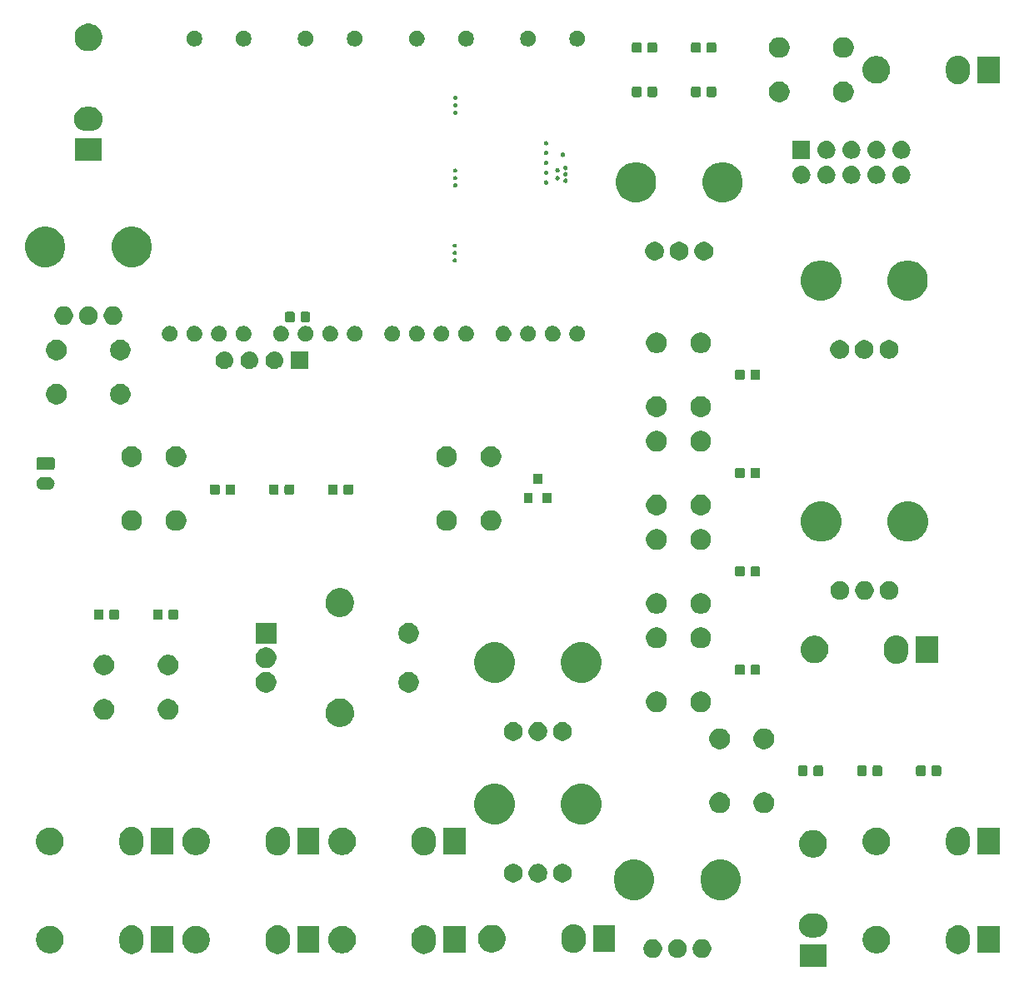
<source format=gts>
G04 #@! TF.GenerationSoftware,KiCad,Pcbnew,(5.0.1-3-g963ef8bb5)*
G04 #@! TF.CreationDate,2019-03-28T17:59:15-04:00*
G04 #@! TF.ProjectId,EuroSID,4575726F5349442E6B696361645F7063,rev?*
G04 #@! TF.SameCoordinates,Original*
G04 #@! TF.FileFunction,Soldermask,Top*
G04 #@! TF.FilePolarity,Negative*
%FSLAX46Y46*%
G04 Gerber Fmt 4.6, Leading zero omitted, Abs format (unit mm)*
G04 Created by KiCad (PCBNEW (5.0.1-3-g963ef8bb5)) date Thursday, March 28, 2019 at 05:59:15 PM*
%MOMM*%
%LPD*%
G01*
G04 APERTURE LIST*
%ADD10C,0.100000*%
G04 APERTURE END LIST*
D10*
G36*
X183121000Y-145276000D02*
X180419000Y-145276000D01*
X180419000Y-143024000D01*
X183121000Y-143024000D01*
X183121000Y-145276000D01*
X183121000Y-145276000D01*
G37*
G36*
X168246696Y-142503646D02*
X168419766Y-142575334D01*
X168575530Y-142679412D01*
X168707988Y-142811870D01*
X168812066Y-142967634D01*
X168883754Y-143140704D01*
X168920300Y-143324433D01*
X168920300Y-143511767D01*
X168883754Y-143695496D01*
X168812066Y-143868566D01*
X168707988Y-144024330D01*
X168575530Y-144156788D01*
X168419766Y-144260866D01*
X168246696Y-144332554D01*
X168062967Y-144369100D01*
X167875633Y-144369100D01*
X167691904Y-144332554D01*
X167518834Y-144260866D01*
X167363070Y-144156788D01*
X167230612Y-144024330D01*
X167126534Y-143868566D01*
X167054846Y-143695496D01*
X167018300Y-143511767D01*
X167018300Y-143324433D01*
X167054846Y-143140704D01*
X167126534Y-142967634D01*
X167230612Y-142811870D01*
X167363070Y-142679412D01*
X167518834Y-142575334D01*
X167691904Y-142503646D01*
X167875633Y-142467100D01*
X168062967Y-142467100D01*
X168246696Y-142503646D01*
X168246696Y-142503646D01*
G37*
G36*
X165746696Y-142503646D02*
X165919766Y-142575334D01*
X166075530Y-142679412D01*
X166207988Y-142811870D01*
X166312066Y-142967634D01*
X166383754Y-143140704D01*
X166420300Y-143324433D01*
X166420300Y-143511767D01*
X166383754Y-143695496D01*
X166312066Y-143868566D01*
X166207988Y-144024330D01*
X166075530Y-144156788D01*
X165919766Y-144260866D01*
X165746696Y-144332554D01*
X165562967Y-144369100D01*
X165375633Y-144369100D01*
X165191904Y-144332554D01*
X165018834Y-144260866D01*
X164863070Y-144156788D01*
X164730612Y-144024330D01*
X164626534Y-143868566D01*
X164554846Y-143695496D01*
X164518300Y-143511767D01*
X164518300Y-143324433D01*
X164554846Y-143140704D01*
X164626534Y-142967634D01*
X164730612Y-142811870D01*
X164863070Y-142679412D01*
X165018834Y-142575334D01*
X165191904Y-142503646D01*
X165375633Y-142467100D01*
X165562967Y-142467100D01*
X165746696Y-142503646D01*
X165746696Y-142503646D01*
G37*
G36*
X170746696Y-142503646D02*
X170919766Y-142575334D01*
X171075530Y-142679412D01*
X171207988Y-142811870D01*
X171312066Y-142967634D01*
X171383754Y-143140704D01*
X171420300Y-143324433D01*
X171420300Y-143511767D01*
X171383754Y-143695496D01*
X171312066Y-143868566D01*
X171207988Y-144024330D01*
X171075530Y-144156788D01*
X170919766Y-144260866D01*
X170746696Y-144332554D01*
X170562967Y-144369100D01*
X170375633Y-144369100D01*
X170191904Y-144332554D01*
X170018834Y-144260866D01*
X169863070Y-144156788D01*
X169730612Y-144024330D01*
X169626534Y-143868566D01*
X169554846Y-143695496D01*
X169518300Y-143511767D01*
X169518300Y-143324433D01*
X169554846Y-143140704D01*
X169626534Y-142967634D01*
X169730612Y-142811870D01*
X169863070Y-142679412D01*
X170018834Y-142575334D01*
X170191904Y-142503646D01*
X170375633Y-142467100D01*
X170562967Y-142467100D01*
X170746696Y-142503646D01*
X170746696Y-142503646D01*
G37*
G36*
X196737737Y-141070039D02*
X196968839Y-141140143D01*
X197181824Y-141253986D01*
X197368507Y-141407193D01*
X197521714Y-141593875D01*
X197635557Y-141806860D01*
X197705661Y-142037962D01*
X197723400Y-142218071D01*
X197723400Y-142788528D01*
X197705661Y-142968637D01*
X197635557Y-143199739D01*
X197521714Y-143412725D01*
X197368507Y-143599407D01*
X197181825Y-143752614D01*
X196968840Y-143866457D01*
X196737738Y-143936561D01*
X196497400Y-143960232D01*
X196257063Y-143936561D01*
X196025961Y-143866457D01*
X195812976Y-143752614D01*
X195626294Y-143599407D01*
X195473087Y-143412725D01*
X195359243Y-143199740D01*
X195289139Y-142968638D01*
X195271400Y-142788529D01*
X195271400Y-142218072D01*
X195289139Y-142037963D01*
X195359243Y-141806861D01*
X195473086Y-141593876D01*
X195626293Y-141407193D01*
X195812975Y-141253986D01*
X196025960Y-141140143D01*
X196257062Y-141070039D01*
X196497400Y-141046368D01*
X196737737Y-141070039D01*
X196737737Y-141070039D01*
G37*
G36*
X142453937Y-141070039D02*
X142685039Y-141140143D01*
X142898024Y-141253986D01*
X143084707Y-141407193D01*
X143237914Y-141593875D01*
X143351757Y-141806860D01*
X143421861Y-142037962D01*
X143439600Y-142218071D01*
X143439600Y-142788528D01*
X143421861Y-142968637D01*
X143351757Y-143199739D01*
X143237914Y-143412725D01*
X143084707Y-143599407D01*
X142898025Y-143752614D01*
X142685040Y-143866457D01*
X142453938Y-143936561D01*
X142213600Y-143960232D01*
X141973263Y-143936561D01*
X141742161Y-143866457D01*
X141529176Y-143752614D01*
X141342494Y-143599407D01*
X141189287Y-143412725D01*
X141075443Y-143199740D01*
X141005339Y-142968638D01*
X140987600Y-142788529D01*
X140987600Y-142218072D01*
X141005339Y-142037963D01*
X141075443Y-141806861D01*
X141189286Y-141593876D01*
X141342493Y-141407193D01*
X141529175Y-141253986D01*
X141742160Y-141140143D01*
X141973262Y-141070039D01*
X142213600Y-141046368D01*
X142453937Y-141070039D01*
X142453937Y-141070039D01*
G37*
G36*
X127603937Y-141070039D02*
X127835039Y-141140143D01*
X128048024Y-141253986D01*
X128234707Y-141407193D01*
X128387914Y-141593875D01*
X128501757Y-141806860D01*
X128571861Y-142037962D01*
X128589600Y-142218071D01*
X128589600Y-142788528D01*
X128571861Y-142968637D01*
X128501757Y-143199739D01*
X128387914Y-143412725D01*
X128234707Y-143599407D01*
X128048025Y-143752614D01*
X127835040Y-143866457D01*
X127603938Y-143936561D01*
X127363600Y-143960232D01*
X127123263Y-143936561D01*
X126892161Y-143866457D01*
X126679176Y-143752614D01*
X126492494Y-143599407D01*
X126339287Y-143412725D01*
X126225443Y-143199740D01*
X126155339Y-142968638D01*
X126137600Y-142788529D01*
X126137600Y-142218072D01*
X126155339Y-142037963D01*
X126225443Y-141806861D01*
X126339286Y-141593876D01*
X126492493Y-141407193D01*
X126679175Y-141253986D01*
X126892160Y-141140143D01*
X127123262Y-141070039D01*
X127363600Y-141046368D01*
X127603937Y-141070039D01*
X127603937Y-141070039D01*
G37*
G36*
X112753937Y-141070039D02*
X112985039Y-141140143D01*
X113198024Y-141253986D01*
X113384707Y-141407193D01*
X113537914Y-141593875D01*
X113651757Y-141806860D01*
X113721861Y-142037962D01*
X113739600Y-142218071D01*
X113739600Y-142788528D01*
X113721861Y-142968637D01*
X113651757Y-143199739D01*
X113537914Y-143412725D01*
X113384707Y-143599407D01*
X113198025Y-143752614D01*
X112985040Y-143866457D01*
X112753938Y-143936561D01*
X112513600Y-143960232D01*
X112273263Y-143936561D01*
X112042161Y-143866457D01*
X111829176Y-143752614D01*
X111642494Y-143599407D01*
X111489287Y-143412725D01*
X111375443Y-143199740D01*
X111305339Y-142968638D01*
X111287600Y-142788529D01*
X111287600Y-142218072D01*
X111305339Y-142037963D01*
X111375443Y-141806861D01*
X111489286Y-141593876D01*
X111642493Y-141407193D01*
X111829175Y-141253986D01*
X112042160Y-141140143D01*
X112273262Y-141070039D01*
X112513600Y-141046368D01*
X112753937Y-141070039D01*
X112753937Y-141070039D01*
G37*
G36*
X188515833Y-141138193D02*
X188606057Y-141156139D01*
X188711667Y-141199885D01*
X188861021Y-141261749D01*
X189090489Y-141415074D01*
X189285626Y-141610211D01*
X189438951Y-141839679D01*
X189500815Y-141989033D01*
X189544561Y-142094643D01*
X189562507Y-142184867D01*
X189598400Y-142365312D01*
X189598400Y-142641288D01*
X189569114Y-142788519D01*
X189544561Y-142911957D01*
X189521083Y-142968637D01*
X189438951Y-143166921D01*
X189285626Y-143396389D01*
X189090489Y-143591526D01*
X188861021Y-143744851D01*
X188725465Y-143801000D01*
X188606057Y-143850461D01*
X188525643Y-143866456D01*
X188335388Y-143904300D01*
X188059412Y-143904300D01*
X187869157Y-143866456D01*
X187788743Y-143850461D01*
X187669335Y-143801000D01*
X187533779Y-143744851D01*
X187304311Y-143591526D01*
X187109174Y-143396389D01*
X186955849Y-143166921D01*
X186873717Y-142968637D01*
X186850239Y-142911957D01*
X186825686Y-142788519D01*
X186796400Y-142641288D01*
X186796400Y-142365312D01*
X186832293Y-142184867D01*
X186850239Y-142094643D01*
X186893985Y-141989033D01*
X186955849Y-141839679D01*
X187109174Y-141610211D01*
X187304311Y-141415074D01*
X187533779Y-141261749D01*
X187683133Y-141199885D01*
X187788743Y-141156139D01*
X187878967Y-141138193D01*
X188059412Y-141102300D01*
X188335388Y-141102300D01*
X188515833Y-141138193D01*
X188515833Y-141138193D01*
G37*
G36*
X134232033Y-141138193D02*
X134322257Y-141156139D01*
X134427867Y-141199885D01*
X134577221Y-141261749D01*
X134806689Y-141415074D01*
X135001826Y-141610211D01*
X135155151Y-141839679D01*
X135217015Y-141989033D01*
X135260761Y-142094643D01*
X135278707Y-142184867D01*
X135314600Y-142365312D01*
X135314600Y-142641288D01*
X135285314Y-142788519D01*
X135260761Y-142911957D01*
X135237283Y-142968637D01*
X135155151Y-143166921D01*
X135001826Y-143396389D01*
X134806689Y-143591526D01*
X134577221Y-143744851D01*
X134441665Y-143801000D01*
X134322257Y-143850461D01*
X134241843Y-143866456D01*
X134051588Y-143904300D01*
X133775612Y-143904300D01*
X133585357Y-143866456D01*
X133504943Y-143850461D01*
X133385535Y-143801000D01*
X133249979Y-143744851D01*
X133020511Y-143591526D01*
X132825374Y-143396389D01*
X132672049Y-143166921D01*
X132589917Y-142968637D01*
X132566439Y-142911957D01*
X132541886Y-142788519D01*
X132512600Y-142641288D01*
X132512600Y-142365312D01*
X132548493Y-142184867D01*
X132566439Y-142094643D01*
X132610185Y-141989033D01*
X132672049Y-141839679D01*
X132825374Y-141610211D01*
X133020511Y-141415074D01*
X133249979Y-141261749D01*
X133399333Y-141199885D01*
X133504943Y-141156139D01*
X133595167Y-141138193D01*
X133775612Y-141102300D01*
X134051588Y-141102300D01*
X134232033Y-141138193D01*
X134232033Y-141138193D01*
G37*
G36*
X119382033Y-141138193D02*
X119472257Y-141156139D01*
X119577867Y-141199885D01*
X119727221Y-141261749D01*
X119956689Y-141415074D01*
X120151826Y-141610211D01*
X120305151Y-141839679D01*
X120367015Y-141989033D01*
X120410761Y-142094643D01*
X120428707Y-142184867D01*
X120464600Y-142365312D01*
X120464600Y-142641288D01*
X120435314Y-142788519D01*
X120410761Y-142911957D01*
X120387283Y-142968637D01*
X120305151Y-143166921D01*
X120151826Y-143396389D01*
X119956689Y-143591526D01*
X119727221Y-143744851D01*
X119591665Y-143801000D01*
X119472257Y-143850461D01*
X119391843Y-143866456D01*
X119201588Y-143904300D01*
X118925612Y-143904300D01*
X118735357Y-143866456D01*
X118654943Y-143850461D01*
X118535535Y-143801000D01*
X118399979Y-143744851D01*
X118170511Y-143591526D01*
X117975374Y-143396389D01*
X117822049Y-143166921D01*
X117739917Y-142968637D01*
X117716439Y-142911957D01*
X117691886Y-142788519D01*
X117662600Y-142641288D01*
X117662600Y-142365312D01*
X117698493Y-142184867D01*
X117716439Y-142094643D01*
X117760185Y-141989033D01*
X117822049Y-141839679D01*
X117975374Y-141610211D01*
X118170511Y-141415074D01*
X118399979Y-141261749D01*
X118549333Y-141199885D01*
X118654943Y-141156139D01*
X118745167Y-141138193D01*
X118925612Y-141102300D01*
X119201588Y-141102300D01*
X119382033Y-141138193D01*
X119382033Y-141138193D01*
G37*
G36*
X104532033Y-141138193D02*
X104622257Y-141156139D01*
X104727867Y-141199885D01*
X104877221Y-141261749D01*
X105106689Y-141415074D01*
X105301826Y-141610211D01*
X105455151Y-141839679D01*
X105517015Y-141989033D01*
X105560761Y-142094643D01*
X105578707Y-142184867D01*
X105614600Y-142365312D01*
X105614600Y-142641288D01*
X105585314Y-142788519D01*
X105560761Y-142911957D01*
X105537283Y-142968637D01*
X105455151Y-143166921D01*
X105301826Y-143396389D01*
X105106689Y-143591526D01*
X104877221Y-143744851D01*
X104741665Y-143801000D01*
X104622257Y-143850461D01*
X104541843Y-143866456D01*
X104351588Y-143904300D01*
X104075612Y-143904300D01*
X103885357Y-143866456D01*
X103804943Y-143850461D01*
X103685535Y-143801000D01*
X103549979Y-143744851D01*
X103320511Y-143591526D01*
X103125374Y-143396389D01*
X102972049Y-143166921D01*
X102889917Y-142968637D01*
X102866439Y-142911957D01*
X102841886Y-142788519D01*
X102812600Y-142641288D01*
X102812600Y-142365312D01*
X102848493Y-142184867D01*
X102866439Y-142094643D01*
X102910185Y-141989033D01*
X102972049Y-141839679D01*
X103125374Y-141610211D01*
X103320511Y-141415074D01*
X103549979Y-141261749D01*
X103699333Y-141199885D01*
X103804943Y-141156139D01*
X103895167Y-141138193D01*
X104075612Y-141102300D01*
X104351588Y-141102300D01*
X104532033Y-141138193D01*
X104532033Y-141138193D01*
G37*
G36*
X157660337Y-140966739D02*
X157891439Y-141036843D01*
X158104424Y-141150686D01*
X158291107Y-141303893D01*
X158444314Y-141490575D01*
X158558157Y-141703560D01*
X158628261Y-141934662D01*
X158646000Y-142114771D01*
X158646000Y-142685228D01*
X158628261Y-142865337D01*
X158558157Y-143096439D01*
X158444314Y-143309425D01*
X158291107Y-143496107D01*
X158104425Y-143649314D01*
X157891440Y-143763157D01*
X157660338Y-143833261D01*
X157420000Y-143856932D01*
X157179663Y-143833261D01*
X156948561Y-143763157D01*
X156735576Y-143649314D01*
X156592427Y-143531834D01*
X156548896Y-143496109D01*
X156542428Y-143488228D01*
X156395687Y-143309425D01*
X156281843Y-143096440D01*
X156211739Y-142865338D01*
X156194000Y-142685229D01*
X156194000Y-142114772D01*
X156211739Y-141934663D01*
X156281843Y-141703561D01*
X156395686Y-141490576D01*
X156548893Y-141303893D01*
X156735575Y-141150686D01*
X156948560Y-141036843D01*
X157179662Y-140966739D01*
X157420000Y-140943068D01*
X157660337Y-140966739D01*
X157660337Y-140966739D01*
G37*
G36*
X131589600Y-143854300D02*
X129337600Y-143854300D01*
X129337600Y-141152300D01*
X131589600Y-141152300D01*
X131589600Y-143854300D01*
X131589600Y-143854300D01*
G37*
G36*
X146439600Y-143854300D02*
X144187600Y-143854300D01*
X144187600Y-141152300D01*
X146439600Y-141152300D01*
X146439600Y-143854300D01*
X146439600Y-143854300D01*
G37*
G36*
X116739600Y-143854300D02*
X114487600Y-143854300D01*
X114487600Y-141152300D01*
X116739600Y-141152300D01*
X116739600Y-143854300D01*
X116739600Y-143854300D01*
G37*
G36*
X200723400Y-143854300D02*
X198471400Y-143854300D01*
X198471400Y-141152300D01*
X200723400Y-141152300D01*
X200723400Y-143854300D01*
X200723400Y-143854300D01*
G37*
G36*
X149438433Y-141034893D02*
X149528657Y-141052839D01*
X149570183Y-141070040D01*
X149783621Y-141158449D01*
X150013089Y-141311774D01*
X150208226Y-141506911D01*
X150361551Y-141736379D01*
X150404339Y-141839678D01*
X150467161Y-141991343D01*
X150483664Y-142074312D01*
X150521000Y-142262012D01*
X150521000Y-142537988D01*
X150492869Y-142679412D01*
X150467161Y-142808657D01*
X150443683Y-142865337D01*
X150361551Y-143063621D01*
X150208226Y-143293089D01*
X150013089Y-143488226D01*
X149783621Y-143641551D01*
X149653386Y-143695496D01*
X149528657Y-143747161D01*
X149448243Y-143763156D01*
X149257988Y-143801000D01*
X148982012Y-143801000D01*
X148791757Y-143763156D01*
X148711343Y-143747161D01*
X148586614Y-143695496D01*
X148456379Y-143641551D01*
X148226911Y-143488226D01*
X148031774Y-143293089D01*
X147878449Y-143063621D01*
X147796317Y-142865337D01*
X147772839Y-142808657D01*
X147747131Y-142679412D01*
X147719000Y-142537988D01*
X147719000Y-142262012D01*
X147756336Y-142074312D01*
X147772839Y-141991343D01*
X147835661Y-141839678D01*
X147878449Y-141736379D01*
X148031774Y-141506911D01*
X148226911Y-141311774D01*
X148456379Y-141158449D01*
X148669817Y-141070040D01*
X148711343Y-141052839D01*
X148801567Y-141034893D01*
X148982012Y-140999000D01*
X149257988Y-140999000D01*
X149438433Y-141034893D01*
X149438433Y-141034893D01*
G37*
G36*
X161646000Y-143751000D02*
X159394000Y-143751000D01*
X159394000Y-141049000D01*
X161646000Y-141049000D01*
X161646000Y-143751000D01*
X161646000Y-143751000D01*
G37*
G36*
X182235338Y-139841739D02*
X182466440Y-139911843D01*
X182679425Y-140025686D01*
X182866107Y-140178893D01*
X183019314Y-140365575D01*
X183133157Y-140578560D01*
X183203261Y-140809662D01*
X183226932Y-141050000D01*
X183203261Y-141290338D01*
X183133157Y-141521440D01*
X183019314Y-141734425D01*
X182866107Y-141921107D01*
X182679425Y-142074314D01*
X182466440Y-142188157D01*
X182235338Y-142258261D01*
X182055229Y-142276000D01*
X181484771Y-142276000D01*
X181304662Y-142258261D01*
X181073560Y-142188157D01*
X180860575Y-142074314D01*
X180673893Y-141921107D01*
X180520686Y-141734425D01*
X180406843Y-141521440D01*
X180336739Y-141290338D01*
X180313068Y-141050000D01*
X180336739Y-140809662D01*
X180406843Y-140578560D01*
X180520686Y-140365575D01*
X180673893Y-140178893D01*
X180860575Y-140025686D01*
X181073560Y-139911843D01*
X181304662Y-139841739D01*
X181484771Y-139824000D01*
X182055229Y-139824000D01*
X182235338Y-139841739D01*
X182235338Y-139841739D01*
G37*
G36*
X164167552Y-134445918D02*
X164167554Y-134445919D01*
X164167555Y-134445919D01*
X164540813Y-134600527D01*
X164540814Y-134600528D01*
X164876739Y-134824986D01*
X165162414Y-135110661D01*
X165162416Y-135110664D01*
X165386873Y-135446587D01*
X165467581Y-135641435D01*
X165541482Y-135819848D01*
X165620300Y-136216093D01*
X165620300Y-136620107D01*
X165614443Y-136649554D01*
X165541481Y-137016355D01*
X165386873Y-137389613D01*
X165386872Y-137389614D01*
X165162414Y-137725539D01*
X164876739Y-138011214D01*
X164876736Y-138011216D01*
X164540813Y-138235673D01*
X164167555Y-138390281D01*
X164167554Y-138390281D01*
X164167552Y-138390282D01*
X163771307Y-138469100D01*
X163367293Y-138469100D01*
X162971048Y-138390282D01*
X162971046Y-138390281D01*
X162971045Y-138390281D01*
X162597787Y-138235673D01*
X162261864Y-138011216D01*
X162261861Y-138011214D01*
X161976186Y-137725539D01*
X161751728Y-137389614D01*
X161751727Y-137389613D01*
X161597119Y-137016355D01*
X161524158Y-136649554D01*
X161518300Y-136620107D01*
X161518300Y-136216093D01*
X161597118Y-135819848D01*
X161671019Y-135641435D01*
X161751727Y-135446587D01*
X161976184Y-135110664D01*
X161976186Y-135110661D01*
X162261861Y-134824986D01*
X162597786Y-134600528D01*
X162597787Y-134600527D01*
X162971045Y-134445919D01*
X162971046Y-134445919D01*
X162971048Y-134445918D01*
X163367293Y-134367100D01*
X163771307Y-134367100D01*
X164167552Y-134445918D01*
X164167552Y-134445918D01*
G37*
G36*
X172967552Y-134445918D02*
X172967554Y-134445919D01*
X172967555Y-134445919D01*
X173340813Y-134600527D01*
X173340814Y-134600528D01*
X173676739Y-134824986D01*
X173962414Y-135110661D01*
X173962416Y-135110664D01*
X174186873Y-135446587D01*
X174267581Y-135641435D01*
X174341482Y-135819848D01*
X174420300Y-136216093D01*
X174420300Y-136620107D01*
X174414443Y-136649554D01*
X174341481Y-137016355D01*
X174186873Y-137389613D01*
X174186872Y-137389614D01*
X173962414Y-137725539D01*
X173676739Y-138011214D01*
X173676736Y-138011216D01*
X173340813Y-138235673D01*
X172967555Y-138390281D01*
X172967554Y-138390281D01*
X172967552Y-138390282D01*
X172571307Y-138469100D01*
X172167293Y-138469100D01*
X171771048Y-138390282D01*
X171771046Y-138390281D01*
X171771045Y-138390281D01*
X171397787Y-138235673D01*
X171061864Y-138011216D01*
X171061861Y-138011214D01*
X170776186Y-137725539D01*
X170551728Y-137389614D01*
X170551727Y-137389613D01*
X170397119Y-137016355D01*
X170324158Y-136649554D01*
X170318300Y-136620107D01*
X170318300Y-136216093D01*
X170397118Y-135819848D01*
X170471019Y-135641435D01*
X170551727Y-135446587D01*
X170776184Y-135110664D01*
X170776186Y-135110661D01*
X171061861Y-134824986D01*
X171397786Y-134600528D01*
X171397787Y-134600527D01*
X171771045Y-134445919D01*
X171771046Y-134445919D01*
X171771048Y-134445918D01*
X172167293Y-134367100D01*
X172571307Y-134367100D01*
X172967552Y-134445918D01*
X172967552Y-134445918D01*
G37*
G36*
X156590996Y-134820646D02*
X156764066Y-134892334D01*
X156919830Y-134996412D01*
X157052288Y-135128870D01*
X157156366Y-135284634D01*
X157228054Y-135457704D01*
X157264600Y-135641433D01*
X157264600Y-135828767D01*
X157228054Y-136012496D01*
X157156366Y-136185566D01*
X157052288Y-136341330D01*
X156919830Y-136473788D01*
X156764066Y-136577866D01*
X156590996Y-136649554D01*
X156407267Y-136686100D01*
X156219933Y-136686100D01*
X156036204Y-136649554D01*
X155863134Y-136577866D01*
X155707370Y-136473788D01*
X155574912Y-136341330D01*
X155470834Y-136185566D01*
X155399146Y-136012496D01*
X155362600Y-135828767D01*
X155362600Y-135641433D01*
X155399146Y-135457704D01*
X155470834Y-135284634D01*
X155574912Y-135128870D01*
X155707370Y-134996412D01*
X155863134Y-134892334D01*
X156036204Y-134820646D01*
X156219933Y-134784100D01*
X156407267Y-134784100D01*
X156590996Y-134820646D01*
X156590996Y-134820646D01*
G37*
G36*
X151590996Y-134820646D02*
X151764066Y-134892334D01*
X151919830Y-134996412D01*
X152052288Y-135128870D01*
X152156366Y-135284634D01*
X152228054Y-135457704D01*
X152264600Y-135641433D01*
X152264600Y-135828767D01*
X152228054Y-136012496D01*
X152156366Y-136185566D01*
X152052288Y-136341330D01*
X151919830Y-136473788D01*
X151764066Y-136577866D01*
X151590996Y-136649554D01*
X151407267Y-136686100D01*
X151219933Y-136686100D01*
X151036204Y-136649554D01*
X150863134Y-136577866D01*
X150707370Y-136473788D01*
X150574912Y-136341330D01*
X150470834Y-136185566D01*
X150399146Y-136012496D01*
X150362600Y-135828767D01*
X150362600Y-135641433D01*
X150399146Y-135457704D01*
X150470834Y-135284634D01*
X150574912Y-135128870D01*
X150707370Y-134996412D01*
X150863134Y-134892334D01*
X151036204Y-134820646D01*
X151219933Y-134784100D01*
X151407267Y-134784100D01*
X151590996Y-134820646D01*
X151590996Y-134820646D01*
G37*
G36*
X154090996Y-134820646D02*
X154264066Y-134892334D01*
X154419830Y-134996412D01*
X154552288Y-135128870D01*
X154656366Y-135284634D01*
X154728054Y-135457704D01*
X154764600Y-135641433D01*
X154764600Y-135828767D01*
X154728054Y-136012496D01*
X154656366Y-136185566D01*
X154552288Y-136341330D01*
X154419830Y-136473788D01*
X154264066Y-136577866D01*
X154090996Y-136649554D01*
X153907267Y-136686100D01*
X153719933Y-136686100D01*
X153536204Y-136649554D01*
X153363134Y-136577866D01*
X153207370Y-136473788D01*
X153074912Y-136341330D01*
X152970834Y-136185566D01*
X152899146Y-136012496D01*
X152862600Y-135828767D01*
X152862600Y-135641433D01*
X152899146Y-135457704D01*
X152970834Y-135284634D01*
X153074912Y-135128870D01*
X153207370Y-134996412D01*
X153363134Y-134892334D01*
X153536204Y-134820646D01*
X153719933Y-134784100D01*
X153907267Y-134784100D01*
X154090996Y-134820646D01*
X154090996Y-134820646D01*
G37*
G36*
X182088433Y-131384893D02*
X182178657Y-131402839D01*
X182284267Y-131446585D01*
X182433621Y-131508449D01*
X182663089Y-131661774D01*
X182858226Y-131856911D01*
X183011551Y-132086379D01*
X183014974Y-132094643D01*
X183117161Y-132341343D01*
X183171000Y-132612014D01*
X183171000Y-132887986D01*
X183117161Y-133158657D01*
X183100143Y-133199741D01*
X183011551Y-133413621D01*
X182858226Y-133643089D01*
X182663089Y-133838226D01*
X182433621Y-133991551D01*
X182284267Y-134053415D01*
X182178657Y-134097161D01*
X182088433Y-134115107D01*
X181907988Y-134151000D01*
X181632012Y-134151000D01*
X181451567Y-134115107D01*
X181361343Y-134097161D01*
X181255733Y-134053415D01*
X181106379Y-133991551D01*
X180876911Y-133838226D01*
X180681774Y-133643089D01*
X180528449Y-133413621D01*
X180439857Y-133199741D01*
X180422839Y-133158657D01*
X180369000Y-132887986D01*
X180369000Y-132612014D01*
X180422839Y-132341343D01*
X180525026Y-132094643D01*
X180528449Y-132086379D01*
X180681774Y-131856911D01*
X180876911Y-131661774D01*
X181106379Y-131508449D01*
X181255733Y-131446585D01*
X181361343Y-131402839D01*
X181451567Y-131384893D01*
X181632012Y-131349000D01*
X181907988Y-131349000D01*
X182088433Y-131384893D01*
X182088433Y-131384893D01*
G37*
G36*
X112753937Y-131070039D02*
X112985039Y-131140143D01*
X113198024Y-131253986D01*
X113384707Y-131407193D01*
X113537914Y-131593875D01*
X113651757Y-131806860D01*
X113721861Y-132037962D01*
X113739600Y-132218071D01*
X113739600Y-132788528D01*
X113721861Y-132968637D01*
X113651757Y-133199739D01*
X113537914Y-133412725D01*
X113384707Y-133599407D01*
X113198025Y-133752614D01*
X112985040Y-133866457D01*
X112753938Y-133936561D01*
X112513600Y-133960232D01*
X112273263Y-133936561D01*
X112042161Y-133866457D01*
X111829176Y-133752614D01*
X111642494Y-133599407D01*
X111489287Y-133412725D01*
X111375443Y-133199740D01*
X111305339Y-132968638D01*
X111287600Y-132788529D01*
X111287600Y-132218072D01*
X111305339Y-132037963D01*
X111375443Y-131806861D01*
X111489286Y-131593876D01*
X111642493Y-131407193D01*
X111829175Y-131253986D01*
X112042160Y-131140143D01*
X112273262Y-131070039D01*
X112513600Y-131046368D01*
X112753937Y-131070039D01*
X112753937Y-131070039D01*
G37*
G36*
X127603937Y-131070039D02*
X127835039Y-131140143D01*
X128048024Y-131253986D01*
X128234707Y-131407193D01*
X128387914Y-131593875D01*
X128501757Y-131806860D01*
X128571861Y-132037962D01*
X128589600Y-132218071D01*
X128589600Y-132788528D01*
X128571861Y-132968637D01*
X128501757Y-133199739D01*
X128387914Y-133412725D01*
X128234707Y-133599407D01*
X128048025Y-133752614D01*
X127835040Y-133866457D01*
X127603938Y-133936561D01*
X127363600Y-133960232D01*
X127123263Y-133936561D01*
X126892161Y-133866457D01*
X126679176Y-133752614D01*
X126492494Y-133599407D01*
X126339287Y-133412725D01*
X126225443Y-133199740D01*
X126155339Y-132968638D01*
X126137600Y-132788529D01*
X126137600Y-132218072D01*
X126155339Y-132037963D01*
X126225443Y-131806861D01*
X126339286Y-131593876D01*
X126492493Y-131407193D01*
X126679175Y-131253986D01*
X126892160Y-131140143D01*
X127123262Y-131070039D01*
X127363600Y-131046368D01*
X127603937Y-131070039D01*
X127603937Y-131070039D01*
G37*
G36*
X142453937Y-131070039D02*
X142685039Y-131140143D01*
X142898024Y-131253986D01*
X143084707Y-131407193D01*
X143237914Y-131593875D01*
X143351757Y-131806860D01*
X143421861Y-132037962D01*
X143439600Y-132218071D01*
X143439600Y-132788528D01*
X143421861Y-132968637D01*
X143351757Y-133199739D01*
X143237914Y-133412725D01*
X143084707Y-133599407D01*
X142898025Y-133752614D01*
X142685040Y-133866457D01*
X142453938Y-133936561D01*
X142213600Y-133960232D01*
X141973263Y-133936561D01*
X141742161Y-133866457D01*
X141529176Y-133752614D01*
X141342494Y-133599407D01*
X141189287Y-133412725D01*
X141075443Y-133199740D01*
X141005339Y-132968638D01*
X140987600Y-132788529D01*
X140987600Y-132218072D01*
X141005339Y-132037963D01*
X141075443Y-131806861D01*
X141189286Y-131593876D01*
X141342493Y-131407193D01*
X141529175Y-131253986D01*
X141742160Y-131140143D01*
X141973262Y-131070039D01*
X142213600Y-131046368D01*
X142453937Y-131070039D01*
X142453937Y-131070039D01*
G37*
G36*
X196737737Y-131070039D02*
X196968839Y-131140143D01*
X197181824Y-131253986D01*
X197368507Y-131407193D01*
X197521714Y-131593875D01*
X197635557Y-131806860D01*
X197705661Y-132037962D01*
X197723400Y-132218071D01*
X197723400Y-132788528D01*
X197705661Y-132968637D01*
X197635557Y-133199739D01*
X197521714Y-133412725D01*
X197368507Y-133599407D01*
X197181825Y-133752614D01*
X196968840Y-133866457D01*
X196737738Y-133936561D01*
X196497400Y-133960232D01*
X196257063Y-133936561D01*
X196025961Y-133866457D01*
X195812976Y-133752614D01*
X195626294Y-133599407D01*
X195473087Y-133412725D01*
X195359243Y-133199740D01*
X195289139Y-132968638D01*
X195271400Y-132788529D01*
X195271400Y-132218072D01*
X195289139Y-132037963D01*
X195359243Y-131806861D01*
X195473086Y-131593876D01*
X195626293Y-131407193D01*
X195812975Y-131253986D01*
X196025960Y-131140143D01*
X196257062Y-131070039D01*
X196497400Y-131046368D01*
X196737737Y-131070039D01*
X196737737Y-131070039D01*
G37*
G36*
X119382033Y-131138193D02*
X119472257Y-131156139D01*
X119577867Y-131199885D01*
X119727221Y-131261749D01*
X119956689Y-131415074D01*
X120151826Y-131610211D01*
X120305151Y-131839679D01*
X120367015Y-131989033D01*
X120410761Y-132094643D01*
X120464600Y-132365314D01*
X120464600Y-132641286D01*
X120410761Y-132911957D01*
X120387283Y-132968637D01*
X120305151Y-133166921D01*
X120151826Y-133396389D01*
X119956689Y-133591526D01*
X119727221Y-133744851D01*
X119577867Y-133806715D01*
X119472257Y-133850461D01*
X119391843Y-133866456D01*
X119201588Y-133904300D01*
X118925612Y-133904300D01*
X118735357Y-133866456D01*
X118654943Y-133850461D01*
X118549333Y-133806715D01*
X118399979Y-133744851D01*
X118170511Y-133591526D01*
X117975374Y-133396389D01*
X117822049Y-133166921D01*
X117739917Y-132968637D01*
X117716439Y-132911957D01*
X117662600Y-132641286D01*
X117662600Y-132365314D01*
X117716439Y-132094643D01*
X117760185Y-131989033D01*
X117822049Y-131839679D01*
X117975374Y-131610211D01*
X118170511Y-131415074D01*
X118399979Y-131261749D01*
X118549333Y-131199885D01*
X118654943Y-131156139D01*
X118745167Y-131138193D01*
X118925612Y-131102300D01*
X119201588Y-131102300D01*
X119382033Y-131138193D01*
X119382033Y-131138193D01*
G37*
G36*
X104532033Y-131138193D02*
X104622257Y-131156139D01*
X104727867Y-131199885D01*
X104877221Y-131261749D01*
X105106689Y-131415074D01*
X105301826Y-131610211D01*
X105455151Y-131839679D01*
X105517015Y-131989033D01*
X105560761Y-132094643D01*
X105614600Y-132365314D01*
X105614600Y-132641286D01*
X105560761Y-132911957D01*
X105537283Y-132968637D01*
X105455151Y-133166921D01*
X105301826Y-133396389D01*
X105106689Y-133591526D01*
X104877221Y-133744851D01*
X104727867Y-133806715D01*
X104622257Y-133850461D01*
X104541843Y-133866456D01*
X104351588Y-133904300D01*
X104075612Y-133904300D01*
X103885357Y-133866456D01*
X103804943Y-133850461D01*
X103699333Y-133806715D01*
X103549979Y-133744851D01*
X103320511Y-133591526D01*
X103125374Y-133396389D01*
X102972049Y-133166921D01*
X102889917Y-132968637D01*
X102866439Y-132911957D01*
X102812600Y-132641286D01*
X102812600Y-132365314D01*
X102866439Y-132094643D01*
X102910185Y-131989033D01*
X102972049Y-131839679D01*
X103125374Y-131610211D01*
X103320511Y-131415074D01*
X103549979Y-131261749D01*
X103699333Y-131199885D01*
X103804943Y-131156139D01*
X103895167Y-131138193D01*
X104075612Y-131102300D01*
X104351588Y-131102300D01*
X104532033Y-131138193D01*
X104532033Y-131138193D01*
G37*
G36*
X188515833Y-131138193D02*
X188606057Y-131156139D01*
X188711667Y-131199885D01*
X188861021Y-131261749D01*
X189090489Y-131415074D01*
X189285626Y-131610211D01*
X189438951Y-131839679D01*
X189500815Y-131989033D01*
X189544561Y-132094643D01*
X189598400Y-132365314D01*
X189598400Y-132641286D01*
X189544561Y-132911957D01*
X189521083Y-132968637D01*
X189438951Y-133166921D01*
X189285626Y-133396389D01*
X189090489Y-133591526D01*
X188861021Y-133744851D01*
X188711667Y-133806715D01*
X188606057Y-133850461D01*
X188525643Y-133866456D01*
X188335388Y-133904300D01*
X188059412Y-133904300D01*
X187869157Y-133866456D01*
X187788743Y-133850461D01*
X187683133Y-133806715D01*
X187533779Y-133744851D01*
X187304311Y-133591526D01*
X187109174Y-133396389D01*
X186955849Y-133166921D01*
X186873717Y-132968637D01*
X186850239Y-132911957D01*
X186796400Y-132641286D01*
X186796400Y-132365314D01*
X186850239Y-132094643D01*
X186893985Y-131989033D01*
X186955849Y-131839679D01*
X187109174Y-131610211D01*
X187304311Y-131415074D01*
X187533779Y-131261749D01*
X187683133Y-131199885D01*
X187788743Y-131156139D01*
X187878967Y-131138193D01*
X188059412Y-131102300D01*
X188335388Y-131102300D01*
X188515833Y-131138193D01*
X188515833Y-131138193D01*
G37*
G36*
X134232033Y-131138193D02*
X134322257Y-131156139D01*
X134427867Y-131199885D01*
X134577221Y-131261749D01*
X134806689Y-131415074D01*
X135001826Y-131610211D01*
X135155151Y-131839679D01*
X135217015Y-131989033D01*
X135260761Y-132094643D01*
X135314600Y-132365314D01*
X135314600Y-132641286D01*
X135260761Y-132911957D01*
X135237283Y-132968637D01*
X135155151Y-133166921D01*
X135001826Y-133396389D01*
X134806689Y-133591526D01*
X134577221Y-133744851D01*
X134427867Y-133806715D01*
X134322257Y-133850461D01*
X134241843Y-133866456D01*
X134051588Y-133904300D01*
X133775612Y-133904300D01*
X133585357Y-133866456D01*
X133504943Y-133850461D01*
X133399333Y-133806715D01*
X133249979Y-133744851D01*
X133020511Y-133591526D01*
X132825374Y-133396389D01*
X132672049Y-133166921D01*
X132589917Y-132968637D01*
X132566439Y-132911957D01*
X132512600Y-132641286D01*
X132512600Y-132365314D01*
X132566439Y-132094643D01*
X132610185Y-131989033D01*
X132672049Y-131839679D01*
X132825374Y-131610211D01*
X133020511Y-131415074D01*
X133249979Y-131261749D01*
X133399333Y-131199885D01*
X133504943Y-131156139D01*
X133595167Y-131138193D01*
X133775612Y-131102300D01*
X134051588Y-131102300D01*
X134232033Y-131138193D01*
X134232033Y-131138193D01*
G37*
G36*
X116739600Y-133854300D02*
X114487600Y-133854300D01*
X114487600Y-131152300D01*
X116739600Y-131152300D01*
X116739600Y-133854300D01*
X116739600Y-133854300D01*
G37*
G36*
X200723400Y-133854300D02*
X198471400Y-133854300D01*
X198471400Y-131152300D01*
X200723400Y-131152300D01*
X200723400Y-133854300D01*
X200723400Y-133854300D01*
G37*
G36*
X131589600Y-133854300D02*
X129337600Y-133854300D01*
X129337600Y-131152300D01*
X131589600Y-131152300D01*
X131589600Y-133854300D01*
X131589600Y-133854300D01*
G37*
G36*
X146439600Y-133854300D02*
X144187600Y-133854300D01*
X144187600Y-131152300D01*
X146439600Y-131152300D01*
X146439600Y-133854300D01*
X146439600Y-133854300D01*
G37*
G36*
X150011852Y-126762918D02*
X150011854Y-126762919D01*
X150011855Y-126762919D01*
X150385113Y-126917527D01*
X150385114Y-126917528D01*
X150721039Y-127141986D01*
X151006714Y-127427661D01*
X151006716Y-127427664D01*
X151231173Y-127763587D01*
X151385781Y-128136845D01*
X151385782Y-128136848D01*
X151464600Y-128533093D01*
X151464600Y-128937107D01*
X151402069Y-129251473D01*
X151385781Y-129333355D01*
X151231173Y-129706613D01*
X151231172Y-129706614D01*
X151006714Y-130042539D01*
X150721039Y-130328214D01*
X150721036Y-130328216D01*
X150385113Y-130552673D01*
X150011855Y-130707281D01*
X150011854Y-130707281D01*
X150011852Y-130707282D01*
X149615607Y-130786100D01*
X149211593Y-130786100D01*
X148815348Y-130707282D01*
X148815346Y-130707281D01*
X148815345Y-130707281D01*
X148442087Y-130552673D01*
X148106164Y-130328216D01*
X148106161Y-130328214D01*
X147820486Y-130042539D01*
X147596028Y-129706614D01*
X147596027Y-129706613D01*
X147441419Y-129333355D01*
X147425132Y-129251473D01*
X147362600Y-128937107D01*
X147362600Y-128533093D01*
X147441418Y-128136848D01*
X147441419Y-128136845D01*
X147596027Y-127763587D01*
X147820484Y-127427664D01*
X147820486Y-127427661D01*
X148106161Y-127141986D01*
X148442086Y-126917528D01*
X148442087Y-126917527D01*
X148815345Y-126762919D01*
X148815346Y-126762919D01*
X148815348Y-126762918D01*
X149211593Y-126684100D01*
X149615607Y-126684100D01*
X150011852Y-126762918D01*
X150011852Y-126762918D01*
G37*
G36*
X158811852Y-126762918D02*
X158811854Y-126762919D01*
X158811855Y-126762919D01*
X159185113Y-126917527D01*
X159185114Y-126917528D01*
X159521039Y-127141986D01*
X159806714Y-127427661D01*
X159806716Y-127427664D01*
X160031173Y-127763587D01*
X160185781Y-128136845D01*
X160185782Y-128136848D01*
X160264600Y-128533093D01*
X160264600Y-128937107D01*
X160202069Y-129251473D01*
X160185781Y-129333355D01*
X160031173Y-129706613D01*
X160031172Y-129706614D01*
X159806714Y-130042539D01*
X159521039Y-130328214D01*
X159521036Y-130328216D01*
X159185113Y-130552673D01*
X158811855Y-130707281D01*
X158811854Y-130707281D01*
X158811852Y-130707282D01*
X158415607Y-130786100D01*
X158011593Y-130786100D01*
X157615348Y-130707282D01*
X157615346Y-130707281D01*
X157615345Y-130707281D01*
X157242087Y-130552673D01*
X156906164Y-130328216D01*
X156906161Y-130328214D01*
X156620486Y-130042539D01*
X156396028Y-129706614D01*
X156396027Y-129706613D01*
X156241419Y-129333355D01*
X156225132Y-129251473D01*
X156162600Y-128937107D01*
X156162600Y-128533093D01*
X156241418Y-128136848D01*
X156241419Y-128136845D01*
X156396027Y-127763587D01*
X156620484Y-127427664D01*
X156620486Y-127427661D01*
X156906161Y-127141986D01*
X157242086Y-126917528D01*
X157242087Y-126917527D01*
X157615345Y-126762919D01*
X157615346Y-126762919D01*
X157615348Y-126762918D01*
X158011593Y-126684100D01*
X158415607Y-126684100D01*
X158811852Y-126762918D01*
X158811852Y-126762918D01*
G37*
G36*
X177077065Y-127570889D02*
X177268334Y-127650115D01*
X177440476Y-127765137D01*
X177586863Y-127911524D01*
X177701885Y-128083666D01*
X177781111Y-128274935D01*
X177821500Y-128477984D01*
X177821500Y-128685016D01*
X177781111Y-128888065D01*
X177701885Y-129079334D01*
X177586863Y-129251476D01*
X177440476Y-129397863D01*
X177268334Y-129512885D01*
X177077065Y-129592111D01*
X176874016Y-129632500D01*
X176666984Y-129632500D01*
X176463935Y-129592111D01*
X176272666Y-129512885D01*
X176100524Y-129397863D01*
X175954137Y-129251476D01*
X175839115Y-129079334D01*
X175759889Y-128888065D01*
X175719500Y-128685016D01*
X175719500Y-128477984D01*
X175759889Y-128274935D01*
X175839115Y-128083666D01*
X175954137Y-127911524D01*
X176100524Y-127765137D01*
X176272666Y-127650115D01*
X176463935Y-127570889D01*
X176666984Y-127530500D01*
X176874016Y-127530500D01*
X177077065Y-127570889D01*
X177077065Y-127570889D01*
G37*
G36*
X172577065Y-127570889D02*
X172768334Y-127650115D01*
X172940476Y-127765137D01*
X173086863Y-127911524D01*
X173201885Y-128083666D01*
X173281111Y-128274935D01*
X173321500Y-128477984D01*
X173321500Y-128685016D01*
X173281111Y-128888065D01*
X173201885Y-129079334D01*
X173086863Y-129251476D01*
X172940476Y-129397863D01*
X172768334Y-129512885D01*
X172577065Y-129592111D01*
X172374016Y-129632500D01*
X172166984Y-129632500D01*
X171963935Y-129592111D01*
X171772666Y-129512885D01*
X171600524Y-129397863D01*
X171454137Y-129251476D01*
X171339115Y-129079334D01*
X171259889Y-128888065D01*
X171219500Y-128685016D01*
X171219500Y-128477984D01*
X171259889Y-128274935D01*
X171339115Y-128083666D01*
X171454137Y-127911524D01*
X171600524Y-127765137D01*
X171772666Y-127650115D01*
X171963935Y-127570889D01*
X172166984Y-127530500D01*
X172374016Y-127530500D01*
X172577065Y-127570889D01*
X172577065Y-127570889D01*
G37*
G36*
X187065091Y-124809585D02*
X187099069Y-124819893D01*
X187130387Y-124836633D01*
X187157839Y-124859161D01*
X187180367Y-124886613D01*
X187197107Y-124917931D01*
X187207415Y-124951909D01*
X187211500Y-124993390D01*
X187211500Y-125669610D01*
X187207415Y-125711091D01*
X187197107Y-125745069D01*
X187180367Y-125776387D01*
X187157839Y-125803839D01*
X187130387Y-125826367D01*
X187099069Y-125843107D01*
X187065091Y-125853415D01*
X187023610Y-125857500D01*
X186422390Y-125857500D01*
X186380909Y-125853415D01*
X186346931Y-125843107D01*
X186315613Y-125826367D01*
X186288161Y-125803839D01*
X186265633Y-125776387D01*
X186248893Y-125745069D01*
X186238585Y-125711091D01*
X186234500Y-125669610D01*
X186234500Y-124993390D01*
X186238585Y-124951909D01*
X186248893Y-124917931D01*
X186265633Y-124886613D01*
X186288161Y-124859161D01*
X186315613Y-124836633D01*
X186346931Y-124819893D01*
X186380909Y-124809585D01*
X186422390Y-124805500D01*
X187023610Y-124805500D01*
X187065091Y-124809585D01*
X187065091Y-124809585D01*
G37*
G36*
X181065091Y-124809585D02*
X181099069Y-124819893D01*
X181130387Y-124836633D01*
X181157839Y-124859161D01*
X181180367Y-124886613D01*
X181197107Y-124917931D01*
X181207415Y-124951909D01*
X181211500Y-124993390D01*
X181211500Y-125669610D01*
X181207415Y-125711091D01*
X181197107Y-125745069D01*
X181180367Y-125776387D01*
X181157839Y-125803839D01*
X181130387Y-125826367D01*
X181099069Y-125843107D01*
X181065091Y-125853415D01*
X181023610Y-125857500D01*
X180422390Y-125857500D01*
X180380909Y-125853415D01*
X180346931Y-125843107D01*
X180315613Y-125826367D01*
X180288161Y-125803839D01*
X180265633Y-125776387D01*
X180248893Y-125745069D01*
X180238585Y-125711091D01*
X180234500Y-125669610D01*
X180234500Y-124993390D01*
X180238585Y-124951909D01*
X180248893Y-124917931D01*
X180265633Y-124886613D01*
X180288161Y-124859161D01*
X180315613Y-124836633D01*
X180346931Y-124819893D01*
X180380909Y-124809585D01*
X180422390Y-124805500D01*
X181023610Y-124805500D01*
X181065091Y-124809585D01*
X181065091Y-124809585D01*
G37*
G36*
X188640091Y-124809585D02*
X188674069Y-124819893D01*
X188705387Y-124836633D01*
X188732839Y-124859161D01*
X188755367Y-124886613D01*
X188772107Y-124917931D01*
X188782415Y-124951909D01*
X188786500Y-124993390D01*
X188786500Y-125669610D01*
X188782415Y-125711091D01*
X188772107Y-125745069D01*
X188755367Y-125776387D01*
X188732839Y-125803839D01*
X188705387Y-125826367D01*
X188674069Y-125843107D01*
X188640091Y-125853415D01*
X188598610Y-125857500D01*
X187997390Y-125857500D01*
X187955909Y-125853415D01*
X187921931Y-125843107D01*
X187890613Y-125826367D01*
X187863161Y-125803839D01*
X187840633Y-125776387D01*
X187823893Y-125745069D01*
X187813585Y-125711091D01*
X187809500Y-125669610D01*
X187809500Y-124993390D01*
X187813585Y-124951909D01*
X187823893Y-124917931D01*
X187840633Y-124886613D01*
X187863161Y-124859161D01*
X187890613Y-124836633D01*
X187921931Y-124819893D01*
X187955909Y-124809585D01*
X187997390Y-124805500D01*
X188598610Y-124805500D01*
X188640091Y-124809585D01*
X188640091Y-124809585D01*
G37*
G36*
X193065091Y-124809585D02*
X193099069Y-124819893D01*
X193130387Y-124836633D01*
X193157839Y-124859161D01*
X193180367Y-124886613D01*
X193197107Y-124917931D01*
X193207415Y-124951909D01*
X193211500Y-124993390D01*
X193211500Y-125669610D01*
X193207415Y-125711091D01*
X193197107Y-125745069D01*
X193180367Y-125776387D01*
X193157839Y-125803839D01*
X193130387Y-125826367D01*
X193099069Y-125843107D01*
X193065091Y-125853415D01*
X193023610Y-125857500D01*
X192422390Y-125857500D01*
X192380909Y-125853415D01*
X192346931Y-125843107D01*
X192315613Y-125826367D01*
X192288161Y-125803839D01*
X192265633Y-125776387D01*
X192248893Y-125745069D01*
X192238585Y-125711091D01*
X192234500Y-125669610D01*
X192234500Y-124993390D01*
X192238585Y-124951909D01*
X192248893Y-124917931D01*
X192265633Y-124886613D01*
X192288161Y-124859161D01*
X192315613Y-124836633D01*
X192346931Y-124819893D01*
X192380909Y-124809585D01*
X192422390Y-124805500D01*
X193023610Y-124805500D01*
X193065091Y-124809585D01*
X193065091Y-124809585D01*
G37*
G36*
X194640091Y-124809585D02*
X194674069Y-124819893D01*
X194705387Y-124836633D01*
X194732839Y-124859161D01*
X194755367Y-124886613D01*
X194772107Y-124917931D01*
X194782415Y-124951909D01*
X194786500Y-124993390D01*
X194786500Y-125669610D01*
X194782415Y-125711091D01*
X194772107Y-125745069D01*
X194755367Y-125776387D01*
X194732839Y-125803839D01*
X194705387Y-125826367D01*
X194674069Y-125843107D01*
X194640091Y-125853415D01*
X194598610Y-125857500D01*
X193997390Y-125857500D01*
X193955909Y-125853415D01*
X193921931Y-125843107D01*
X193890613Y-125826367D01*
X193863161Y-125803839D01*
X193840633Y-125776387D01*
X193823893Y-125745069D01*
X193813585Y-125711091D01*
X193809500Y-125669610D01*
X193809500Y-124993390D01*
X193813585Y-124951909D01*
X193823893Y-124917931D01*
X193840633Y-124886613D01*
X193863161Y-124859161D01*
X193890613Y-124836633D01*
X193921931Y-124819893D01*
X193955909Y-124809585D01*
X193997390Y-124805500D01*
X194598610Y-124805500D01*
X194640091Y-124809585D01*
X194640091Y-124809585D01*
G37*
G36*
X182640091Y-124809585D02*
X182674069Y-124819893D01*
X182705387Y-124836633D01*
X182732839Y-124859161D01*
X182755367Y-124886613D01*
X182772107Y-124917931D01*
X182782415Y-124951909D01*
X182786500Y-124993390D01*
X182786500Y-125669610D01*
X182782415Y-125711091D01*
X182772107Y-125745069D01*
X182755367Y-125776387D01*
X182732839Y-125803839D01*
X182705387Y-125826367D01*
X182674069Y-125843107D01*
X182640091Y-125853415D01*
X182598610Y-125857500D01*
X181997390Y-125857500D01*
X181955909Y-125853415D01*
X181921931Y-125843107D01*
X181890613Y-125826367D01*
X181863161Y-125803839D01*
X181840633Y-125776387D01*
X181823893Y-125745069D01*
X181813585Y-125711091D01*
X181809500Y-125669610D01*
X181809500Y-124993390D01*
X181813585Y-124951909D01*
X181823893Y-124917931D01*
X181840633Y-124886613D01*
X181863161Y-124859161D01*
X181890613Y-124836633D01*
X181921931Y-124819893D01*
X181955909Y-124809585D01*
X181997390Y-124805500D01*
X182598610Y-124805500D01*
X182640091Y-124809585D01*
X182640091Y-124809585D01*
G37*
G36*
X172577065Y-121070889D02*
X172768334Y-121150115D01*
X172940476Y-121265137D01*
X173086863Y-121411524D01*
X173201885Y-121583666D01*
X173281111Y-121774935D01*
X173321500Y-121977984D01*
X173321500Y-122185016D01*
X173281111Y-122388065D01*
X173201885Y-122579334D01*
X173086863Y-122751476D01*
X172940476Y-122897863D01*
X172768334Y-123012885D01*
X172577065Y-123092111D01*
X172374016Y-123132500D01*
X172166984Y-123132500D01*
X171963935Y-123092111D01*
X171772666Y-123012885D01*
X171600524Y-122897863D01*
X171454137Y-122751476D01*
X171339115Y-122579334D01*
X171259889Y-122388065D01*
X171219500Y-122185016D01*
X171219500Y-121977984D01*
X171259889Y-121774935D01*
X171339115Y-121583666D01*
X171454137Y-121411524D01*
X171600524Y-121265137D01*
X171772666Y-121150115D01*
X171963935Y-121070889D01*
X172166984Y-121030500D01*
X172374016Y-121030500D01*
X172577065Y-121070889D01*
X172577065Y-121070889D01*
G37*
G36*
X177077065Y-121070889D02*
X177268334Y-121150115D01*
X177440476Y-121265137D01*
X177586863Y-121411524D01*
X177701885Y-121583666D01*
X177781111Y-121774935D01*
X177821500Y-121977984D01*
X177821500Y-122185016D01*
X177781111Y-122388065D01*
X177701885Y-122579334D01*
X177586863Y-122751476D01*
X177440476Y-122897863D01*
X177268334Y-123012885D01*
X177077065Y-123092111D01*
X176874016Y-123132500D01*
X176666984Y-123132500D01*
X176463935Y-123092111D01*
X176272666Y-123012885D01*
X176100524Y-122897863D01*
X175954137Y-122751476D01*
X175839115Y-122579334D01*
X175759889Y-122388065D01*
X175719500Y-122185016D01*
X175719500Y-121977984D01*
X175759889Y-121774935D01*
X175839115Y-121583666D01*
X175954137Y-121411524D01*
X176100524Y-121265137D01*
X176272666Y-121150115D01*
X176463935Y-121070889D01*
X176666984Y-121030500D01*
X176874016Y-121030500D01*
X177077065Y-121070889D01*
X177077065Y-121070889D01*
G37*
G36*
X156590996Y-120420646D02*
X156764066Y-120492334D01*
X156919830Y-120596412D01*
X157052288Y-120728870D01*
X157156366Y-120884634D01*
X157228054Y-121057704D01*
X157264600Y-121241433D01*
X157264600Y-121428767D01*
X157228054Y-121612496D01*
X157156366Y-121785566D01*
X157052288Y-121941330D01*
X156919830Y-122073788D01*
X156764066Y-122177866D01*
X156590996Y-122249554D01*
X156407267Y-122286100D01*
X156219933Y-122286100D01*
X156036204Y-122249554D01*
X155863134Y-122177866D01*
X155707370Y-122073788D01*
X155574912Y-121941330D01*
X155470834Y-121785566D01*
X155399146Y-121612496D01*
X155362600Y-121428767D01*
X155362600Y-121241433D01*
X155399146Y-121057704D01*
X155470834Y-120884634D01*
X155574912Y-120728870D01*
X155707370Y-120596412D01*
X155863134Y-120492334D01*
X156036204Y-120420646D01*
X156219933Y-120384100D01*
X156407267Y-120384100D01*
X156590996Y-120420646D01*
X156590996Y-120420646D01*
G37*
G36*
X154090996Y-120420646D02*
X154264066Y-120492334D01*
X154419830Y-120596412D01*
X154552288Y-120728870D01*
X154656366Y-120884634D01*
X154728054Y-121057704D01*
X154764600Y-121241433D01*
X154764600Y-121428767D01*
X154728054Y-121612496D01*
X154656366Y-121785566D01*
X154552288Y-121941330D01*
X154419830Y-122073788D01*
X154264066Y-122177866D01*
X154090996Y-122249554D01*
X153907267Y-122286100D01*
X153719933Y-122286100D01*
X153536204Y-122249554D01*
X153363134Y-122177866D01*
X153207370Y-122073788D01*
X153074912Y-121941330D01*
X152970834Y-121785566D01*
X152899146Y-121612496D01*
X152862600Y-121428767D01*
X152862600Y-121241433D01*
X152899146Y-121057704D01*
X152970834Y-120884634D01*
X153074912Y-120728870D01*
X153207370Y-120596412D01*
X153363134Y-120492334D01*
X153536204Y-120420646D01*
X153719933Y-120384100D01*
X153907267Y-120384100D01*
X154090996Y-120420646D01*
X154090996Y-120420646D01*
G37*
G36*
X151590996Y-120420646D02*
X151764066Y-120492334D01*
X151919830Y-120596412D01*
X152052288Y-120728870D01*
X152156366Y-120884634D01*
X152228054Y-121057704D01*
X152264600Y-121241433D01*
X152264600Y-121428767D01*
X152228054Y-121612496D01*
X152156366Y-121785566D01*
X152052288Y-121941330D01*
X151919830Y-122073788D01*
X151764066Y-122177866D01*
X151590996Y-122249554D01*
X151407267Y-122286100D01*
X151219933Y-122286100D01*
X151036204Y-122249554D01*
X150863134Y-122177866D01*
X150707370Y-122073788D01*
X150574912Y-121941330D01*
X150470834Y-121785566D01*
X150399146Y-121612496D01*
X150362600Y-121428767D01*
X150362600Y-121241433D01*
X150399146Y-121057704D01*
X150470834Y-120884634D01*
X150574912Y-120728870D01*
X150707370Y-120596412D01*
X150863134Y-120492334D01*
X151036204Y-120420646D01*
X151219933Y-120384100D01*
X151407267Y-120384100D01*
X151590996Y-120420646D01*
X151590996Y-120420646D01*
G37*
G36*
X134098638Y-118039860D02*
X134098640Y-118039861D01*
X134098641Y-118039861D01*
X134362706Y-118149240D01*
X134526576Y-118258735D01*
X134600362Y-118308037D01*
X134802463Y-118510138D01*
X134802465Y-118510141D01*
X134961260Y-118747794D01*
X135053957Y-118971586D01*
X135070640Y-119011862D01*
X135126400Y-119292188D01*
X135126400Y-119578012D01*
X135093170Y-119745073D01*
X135070639Y-119858341D01*
X134961260Y-120122406D01*
X134804606Y-120356854D01*
X134802463Y-120360062D01*
X134600362Y-120562163D01*
X134600359Y-120562165D01*
X134362706Y-120720960D01*
X134098641Y-120830339D01*
X134098640Y-120830339D01*
X134098638Y-120830340D01*
X133818312Y-120886100D01*
X133532488Y-120886100D01*
X133252162Y-120830340D01*
X133252160Y-120830339D01*
X133252159Y-120830339D01*
X132988094Y-120720960D01*
X132750441Y-120562165D01*
X132750438Y-120562163D01*
X132548337Y-120360062D01*
X132546194Y-120356854D01*
X132389540Y-120122406D01*
X132280161Y-119858341D01*
X132257631Y-119745073D01*
X132224400Y-119578012D01*
X132224400Y-119292188D01*
X132280160Y-119011862D01*
X132296843Y-118971586D01*
X132389540Y-118747794D01*
X132548335Y-118510141D01*
X132548337Y-118510138D01*
X132750438Y-118308037D01*
X132824224Y-118258735D01*
X132988094Y-118149240D01*
X133252159Y-118039861D01*
X133252160Y-118039861D01*
X133252162Y-118039860D01*
X133532488Y-117984100D01*
X133818312Y-117984100D01*
X134098638Y-118039860D01*
X134098638Y-118039860D01*
G37*
G36*
X116527165Y-118064489D02*
X116718434Y-118143715D01*
X116890576Y-118258737D01*
X117036963Y-118405124D01*
X117151985Y-118577266D01*
X117231211Y-118768535D01*
X117271600Y-118971584D01*
X117271600Y-119178616D01*
X117231211Y-119381665D01*
X117151985Y-119572934D01*
X117036963Y-119745076D01*
X116890576Y-119891463D01*
X116718434Y-120006485D01*
X116527165Y-120085711D01*
X116324116Y-120126100D01*
X116117084Y-120126100D01*
X115914035Y-120085711D01*
X115722766Y-120006485D01*
X115550624Y-119891463D01*
X115404237Y-119745076D01*
X115289215Y-119572934D01*
X115209989Y-119381665D01*
X115169600Y-119178616D01*
X115169600Y-118971584D01*
X115209989Y-118768535D01*
X115289215Y-118577266D01*
X115404237Y-118405124D01*
X115550624Y-118258737D01*
X115722766Y-118143715D01*
X115914035Y-118064489D01*
X116117084Y-118024100D01*
X116324116Y-118024100D01*
X116527165Y-118064489D01*
X116527165Y-118064489D01*
G37*
G36*
X110027165Y-118064489D02*
X110218434Y-118143715D01*
X110390576Y-118258737D01*
X110536963Y-118405124D01*
X110651985Y-118577266D01*
X110731211Y-118768535D01*
X110771600Y-118971584D01*
X110771600Y-119178616D01*
X110731211Y-119381665D01*
X110651985Y-119572934D01*
X110536963Y-119745076D01*
X110390576Y-119891463D01*
X110218434Y-120006485D01*
X110027165Y-120085711D01*
X109824116Y-120126100D01*
X109617084Y-120126100D01*
X109414035Y-120085711D01*
X109222766Y-120006485D01*
X109050624Y-119891463D01*
X108904237Y-119745076D01*
X108789215Y-119572934D01*
X108709989Y-119381665D01*
X108669600Y-119178616D01*
X108669600Y-118971584D01*
X108709989Y-118768535D01*
X108789215Y-118577266D01*
X108904237Y-118405124D01*
X109050624Y-118258737D01*
X109222766Y-118143715D01*
X109414035Y-118064489D01*
X109617084Y-118024100D01*
X109824116Y-118024100D01*
X110027165Y-118064489D01*
X110027165Y-118064489D01*
G37*
G36*
X170663165Y-117306389D02*
X170854434Y-117385615D01*
X171026576Y-117500637D01*
X171172963Y-117647024D01*
X171287985Y-117819166D01*
X171367211Y-118010435D01*
X171407600Y-118213484D01*
X171407600Y-118420516D01*
X171367211Y-118623565D01*
X171287985Y-118814834D01*
X171172963Y-118986976D01*
X171026576Y-119133363D01*
X170854434Y-119248385D01*
X170663165Y-119327611D01*
X170460116Y-119368000D01*
X170253084Y-119368000D01*
X170050035Y-119327611D01*
X169858766Y-119248385D01*
X169686624Y-119133363D01*
X169540237Y-118986976D01*
X169425215Y-118814834D01*
X169345989Y-118623565D01*
X169305600Y-118420516D01*
X169305600Y-118213484D01*
X169345989Y-118010435D01*
X169425215Y-117819166D01*
X169540237Y-117647024D01*
X169686624Y-117500637D01*
X169858766Y-117385615D01*
X170050035Y-117306389D01*
X170253084Y-117266000D01*
X170460116Y-117266000D01*
X170663165Y-117306389D01*
X170663165Y-117306389D01*
G37*
G36*
X166163165Y-117306389D02*
X166354434Y-117385615D01*
X166526576Y-117500637D01*
X166672963Y-117647024D01*
X166787985Y-117819166D01*
X166867211Y-118010435D01*
X166907600Y-118213484D01*
X166907600Y-118420516D01*
X166867211Y-118623565D01*
X166787985Y-118814834D01*
X166672963Y-118986976D01*
X166526576Y-119133363D01*
X166354434Y-119248385D01*
X166163165Y-119327611D01*
X165960116Y-119368000D01*
X165753084Y-119368000D01*
X165550035Y-119327611D01*
X165358766Y-119248385D01*
X165186624Y-119133363D01*
X165040237Y-118986976D01*
X164925215Y-118814834D01*
X164845989Y-118623565D01*
X164805600Y-118420516D01*
X164805600Y-118213484D01*
X164845989Y-118010435D01*
X164925215Y-117819166D01*
X165040237Y-117647024D01*
X165186624Y-117500637D01*
X165358766Y-117385615D01*
X165550035Y-117306389D01*
X165753084Y-117266000D01*
X165960116Y-117266000D01*
X166163165Y-117306389D01*
X166163165Y-117306389D01*
G37*
G36*
X140981965Y-115324489D02*
X141173234Y-115403715D01*
X141345376Y-115518737D01*
X141491763Y-115665124D01*
X141606785Y-115837266D01*
X141686011Y-116028535D01*
X141726400Y-116231584D01*
X141726400Y-116438616D01*
X141686011Y-116641665D01*
X141606785Y-116832934D01*
X141491763Y-117005076D01*
X141345376Y-117151463D01*
X141173234Y-117266485D01*
X140981965Y-117345711D01*
X140778916Y-117386100D01*
X140571884Y-117386100D01*
X140368835Y-117345711D01*
X140177566Y-117266485D01*
X140005424Y-117151463D01*
X139859037Y-117005076D01*
X139744015Y-116832934D01*
X139664789Y-116641665D01*
X139624400Y-116438616D01*
X139624400Y-116231584D01*
X139664789Y-116028535D01*
X139744015Y-115837266D01*
X139859037Y-115665124D01*
X140005424Y-115518737D01*
X140177566Y-115403715D01*
X140368835Y-115324489D01*
X140571884Y-115284100D01*
X140778916Y-115284100D01*
X140981965Y-115324489D01*
X140981965Y-115324489D01*
G37*
G36*
X126481965Y-115324489D02*
X126673234Y-115403715D01*
X126845376Y-115518737D01*
X126991763Y-115665124D01*
X127106785Y-115837266D01*
X127186011Y-116028535D01*
X127226400Y-116231584D01*
X127226400Y-116438616D01*
X127186011Y-116641665D01*
X127106785Y-116832934D01*
X126991763Y-117005076D01*
X126845376Y-117151463D01*
X126673234Y-117266485D01*
X126481965Y-117345711D01*
X126278916Y-117386100D01*
X126071884Y-117386100D01*
X125868835Y-117345711D01*
X125677566Y-117266485D01*
X125505424Y-117151463D01*
X125359037Y-117005076D01*
X125244015Y-116832934D01*
X125164789Y-116641665D01*
X125124400Y-116438616D01*
X125124400Y-116231584D01*
X125164789Y-116028535D01*
X125244015Y-115837266D01*
X125359037Y-115665124D01*
X125505424Y-115518737D01*
X125677566Y-115403715D01*
X125868835Y-115324489D01*
X126071884Y-115284100D01*
X126278916Y-115284100D01*
X126481965Y-115324489D01*
X126481965Y-115324489D01*
G37*
G36*
X158811852Y-112362918D02*
X158811854Y-112362919D01*
X158811855Y-112362919D01*
X159185113Y-112517527D01*
X159358473Y-112633363D01*
X159521039Y-112741986D01*
X159806714Y-113027661D01*
X159806716Y-113027664D01*
X160031173Y-113363587D01*
X160185781Y-113736845D01*
X160185782Y-113736848D01*
X160264600Y-114133093D01*
X160264600Y-114537107D01*
X160224720Y-114737599D01*
X160185781Y-114933355D01*
X160031173Y-115306613D01*
X159894013Y-115511887D01*
X159806714Y-115642539D01*
X159521039Y-115928214D01*
X159521036Y-115928216D01*
X159185113Y-116152673D01*
X158811855Y-116307281D01*
X158811854Y-116307281D01*
X158811852Y-116307282D01*
X158415607Y-116386100D01*
X158011593Y-116386100D01*
X157615348Y-116307282D01*
X157615346Y-116307281D01*
X157615345Y-116307281D01*
X157242087Y-116152673D01*
X156906164Y-115928216D01*
X156906161Y-115928214D01*
X156620486Y-115642539D01*
X156533187Y-115511887D01*
X156396027Y-115306613D01*
X156241419Y-114933355D01*
X156202481Y-114737599D01*
X156162600Y-114537107D01*
X156162600Y-114133093D01*
X156241418Y-113736848D01*
X156241419Y-113736845D01*
X156396027Y-113363587D01*
X156620484Y-113027664D01*
X156620486Y-113027661D01*
X156906161Y-112741986D01*
X157068727Y-112633363D01*
X157242087Y-112517527D01*
X157615345Y-112362919D01*
X157615346Y-112362919D01*
X157615348Y-112362918D01*
X158011593Y-112284100D01*
X158415607Y-112284100D01*
X158811852Y-112362918D01*
X158811852Y-112362918D01*
G37*
G36*
X150011852Y-112362918D02*
X150011854Y-112362919D01*
X150011855Y-112362919D01*
X150385113Y-112517527D01*
X150558473Y-112633363D01*
X150721039Y-112741986D01*
X151006714Y-113027661D01*
X151006716Y-113027664D01*
X151231173Y-113363587D01*
X151385781Y-113736845D01*
X151385782Y-113736848D01*
X151464600Y-114133093D01*
X151464600Y-114537107D01*
X151424720Y-114737599D01*
X151385781Y-114933355D01*
X151231173Y-115306613D01*
X151094013Y-115511887D01*
X151006714Y-115642539D01*
X150721039Y-115928214D01*
X150721036Y-115928216D01*
X150385113Y-116152673D01*
X150011855Y-116307281D01*
X150011854Y-116307281D01*
X150011852Y-116307282D01*
X149615607Y-116386100D01*
X149211593Y-116386100D01*
X148815348Y-116307282D01*
X148815346Y-116307281D01*
X148815345Y-116307281D01*
X148442087Y-116152673D01*
X148106164Y-115928216D01*
X148106161Y-115928214D01*
X147820486Y-115642539D01*
X147733187Y-115511887D01*
X147596027Y-115306613D01*
X147441419Y-114933355D01*
X147402481Y-114737599D01*
X147362600Y-114537107D01*
X147362600Y-114133093D01*
X147441418Y-113736848D01*
X147441419Y-113736845D01*
X147596027Y-113363587D01*
X147820484Y-113027664D01*
X147820486Y-113027661D01*
X148106161Y-112741986D01*
X148268727Y-112633363D01*
X148442087Y-112517527D01*
X148815345Y-112362919D01*
X148815346Y-112362919D01*
X148815348Y-112362918D01*
X149211593Y-112284100D01*
X149615607Y-112284100D01*
X150011852Y-112362918D01*
X150011852Y-112362918D01*
G37*
G36*
X116527165Y-113564489D02*
X116718434Y-113643715D01*
X116890576Y-113758737D01*
X117036963Y-113905124D01*
X117151985Y-114077266D01*
X117231211Y-114268535D01*
X117271600Y-114471584D01*
X117271600Y-114678616D01*
X117231211Y-114881665D01*
X117151985Y-115072934D01*
X117036963Y-115245076D01*
X116890576Y-115391463D01*
X116718434Y-115506485D01*
X116527165Y-115585711D01*
X116324116Y-115626100D01*
X116117084Y-115626100D01*
X115914035Y-115585711D01*
X115722766Y-115506485D01*
X115550624Y-115391463D01*
X115404237Y-115245076D01*
X115289215Y-115072934D01*
X115209989Y-114881665D01*
X115169600Y-114678616D01*
X115169600Y-114471584D01*
X115209989Y-114268535D01*
X115289215Y-114077266D01*
X115404237Y-113905124D01*
X115550624Y-113758737D01*
X115722766Y-113643715D01*
X115914035Y-113564489D01*
X116117084Y-113524100D01*
X116324116Y-113524100D01*
X116527165Y-113564489D01*
X116527165Y-113564489D01*
G37*
G36*
X110027165Y-113564489D02*
X110218434Y-113643715D01*
X110390576Y-113758737D01*
X110536963Y-113905124D01*
X110651985Y-114077266D01*
X110731211Y-114268535D01*
X110771600Y-114471584D01*
X110771600Y-114678616D01*
X110731211Y-114881665D01*
X110651985Y-115072934D01*
X110536963Y-115245076D01*
X110390576Y-115391463D01*
X110218434Y-115506485D01*
X110027165Y-115585711D01*
X109824116Y-115626100D01*
X109617084Y-115626100D01*
X109414035Y-115585711D01*
X109222766Y-115506485D01*
X109050624Y-115391463D01*
X108904237Y-115245076D01*
X108789215Y-115072934D01*
X108709989Y-114881665D01*
X108669600Y-114678616D01*
X108669600Y-114471584D01*
X108709989Y-114268535D01*
X108789215Y-114077266D01*
X108904237Y-113905124D01*
X109050624Y-113758737D01*
X109222766Y-113643715D01*
X109414035Y-113564489D01*
X109617084Y-113524100D01*
X109824116Y-113524100D01*
X110027165Y-113564489D01*
X110027165Y-113564489D01*
G37*
G36*
X176246191Y-114545085D02*
X176280169Y-114555393D01*
X176311487Y-114572133D01*
X176338939Y-114594661D01*
X176361467Y-114622113D01*
X176378207Y-114653431D01*
X176388515Y-114687409D01*
X176392600Y-114728890D01*
X176392600Y-115405110D01*
X176388515Y-115446591D01*
X176378207Y-115480569D01*
X176361467Y-115511887D01*
X176338939Y-115539339D01*
X176311487Y-115561867D01*
X176280169Y-115578607D01*
X176246191Y-115588915D01*
X176204710Y-115593000D01*
X175603490Y-115593000D01*
X175562009Y-115588915D01*
X175528031Y-115578607D01*
X175496713Y-115561867D01*
X175469261Y-115539339D01*
X175446733Y-115511887D01*
X175429993Y-115480569D01*
X175419685Y-115446591D01*
X175415600Y-115405110D01*
X175415600Y-114728890D01*
X175419685Y-114687409D01*
X175429993Y-114653431D01*
X175446733Y-114622113D01*
X175469261Y-114594661D01*
X175496713Y-114572133D01*
X175528031Y-114555393D01*
X175562009Y-114545085D01*
X175603490Y-114541000D01*
X176204710Y-114541000D01*
X176246191Y-114545085D01*
X176246191Y-114545085D01*
G37*
G36*
X174671191Y-114545085D02*
X174705169Y-114555393D01*
X174736487Y-114572133D01*
X174763939Y-114594661D01*
X174786467Y-114622113D01*
X174803207Y-114653431D01*
X174813515Y-114687409D01*
X174817600Y-114728890D01*
X174817600Y-115405110D01*
X174813515Y-115446591D01*
X174803207Y-115480569D01*
X174786467Y-115511887D01*
X174763939Y-115539339D01*
X174736487Y-115561867D01*
X174705169Y-115578607D01*
X174671191Y-115588915D01*
X174629710Y-115593000D01*
X174028490Y-115593000D01*
X173987009Y-115588915D01*
X173953031Y-115578607D01*
X173921713Y-115561867D01*
X173894261Y-115539339D01*
X173871733Y-115511887D01*
X173854993Y-115480569D01*
X173844685Y-115446591D01*
X173840600Y-115405110D01*
X173840600Y-114728890D01*
X173844685Y-114687409D01*
X173854993Y-114653431D01*
X173871733Y-114622113D01*
X173894261Y-114594661D01*
X173921713Y-114572133D01*
X173953031Y-114555393D01*
X173987009Y-114545085D01*
X174028490Y-114541000D01*
X174629710Y-114541000D01*
X174671191Y-114545085D01*
X174671191Y-114545085D01*
G37*
G36*
X126481965Y-112824489D02*
X126673234Y-112903715D01*
X126845376Y-113018737D01*
X126991763Y-113165124D01*
X127106785Y-113337266D01*
X127186011Y-113528535D01*
X127226400Y-113731584D01*
X127226400Y-113938616D01*
X127186011Y-114141665D01*
X127106785Y-114332934D01*
X126991763Y-114505076D01*
X126845376Y-114651463D01*
X126673234Y-114766485D01*
X126481965Y-114845711D01*
X126278916Y-114886100D01*
X126071884Y-114886100D01*
X125868835Y-114845711D01*
X125677566Y-114766485D01*
X125505424Y-114651463D01*
X125359037Y-114505076D01*
X125244015Y-114332934D01*
X125164789Y-114141665D01*
X125124400Y-113938616D01*
X125124400Y-113731584D01*
X125164789Y-113528535D01*
X125244015Y-113337266D01*
X125359037Y-113165124D01*
X125505424Y-113018737D01*
X125677566Y-112903715D01*
X125868835Y-112824489D01*
X126071884Y-112784100D01*
X126278916Y-112784100D01*
X126481965Y-112824489D01*
X126481965Y-112824489D01*
G37*
G36*
X190460337Y-111566739D02*
X190691439Y-111636843D01*
X190904424Y-111750686D01*
X191091107Y-111903893D01*
X191244314Y-112090575D01*
X191358157Y-112303560D01*
X191428261Y-112534662D01*
X191446000Y-112714771D01*
X191446000Y-113285228D01*
X191428261Y-113465337D01*
X191358157Y-113696439D01*
X191244314Y-113909425D01*
X191091107Y-114096107D01*
X190904425Y-114249314D01*
X190691440Y-114363157D01*
X190460338Y-114433261D01*
X190220000Y-114456932D01*
X189979663Y-114433261D01*
X189748561Y-114363157D01*
X189535576Y-114249314D01*
X189348894Y-114096107D01*
X189195687Y-113909425D01*
X189081843Y-113696440D01*
X189011739Y-113465338D01*
X188994000Y-113285229D01*
X188994000Y-112714772D01*
X189011739Y-112534663D01*
X189081843Y-112303561D01*
X189195686Y-112090576D01*
X189348893Y-111903893D01*
X189535575Y-111750686D01*
X189748560Y-111636843D01*
X189979662Y-111566739D01*
X190220000Y-111543068D01*
X190460337Y-111566739D01*
X190460337Y-111566739D01*
G37*
G36*
X182238433Y-111634893D02*
X182328657Y-111652839D01*
X182434267Y-111696585D01*
X182583621Y-111758449D01*
X182813089Y-111911774D01*
X183008226Y-112106911D01*
X183161551Y-112336379D01*
X183172544Y-112362919D01*
X183267161Y-112591343D01*
X183285107Y-112681567D01*
X183321000Y-112862012D01*
X183321000Y-113137988D01*
X183291714Y-113285219D01*
X183267161Y-113408657D01*
X183243683Y-113465337D01*
X183161551Y-113663621D01*
X183008226Y-113893089D01*
X182813089Y-114088226D01*
X182583621Y-114241551D01*
X182434267Y-114303415D01*
X182328657Y-114347161D01*
X182248243Y-114363156D01*
X182057988Y-114401000D01*
X181782012Y-114401000D01*
X181591757Y-114363156D01*
X181511343Y-114347161D01*
X181405733Y-114303415D01*
X181256379Y-114241551D01*
X181026911Y-114088226D01*
X180831774Y-113893089D01*
X180678449Y-113663621D01*
X180596317Y-113465337D01*
X180572839Y-113408657D01*
X180548286Y-113285219D01*
X180519000Y-113137988D01*
X180519000Y-112862012D01*
X180554893Y-112681567D01*
X180572839Y-112591343D01*
X180667456Y-112362919D01*
X180678449Y-112336379D01*
X180831774Y-112106911D01*
X181026911Y-111911774D01*
X181256379Y-111758449D01*
X181405733Y-111696585D01*
X181511343Y-111652839D01*
X181601567Y-111634893D01*
X181782012Y-111599000D01*
X182057988Y-111599000D01*
X182238433Y-111634893D01*
X182238433Y-111634893D01*
G37*
G36*
X194446000Y-114351000D02*
X192194000Y-114351000D01*
X192194000Y-111649000D01*
X194446000Y-111649000D01*
X194446000Y-114351000D01*
X194446000Y-114351000D01*
G37*
G36*
X166163165Y-110806389D02*
X166354434Y-110885615D01*
X166526576Y-111000637D01*
X166672963Y-111147024D01*
X166787985Y-111319166D01*
X166867211Y-111510435D01*
X166907600Y-111713484D01*
X166907600Y-111920516D01*
X166867211Y-112123565D01*
X166787985Y-112314834D01*
X166672963Y-112486976D01*
X166526576Y-112633363D01*
X166354434Y-112748385D01*
X166163165Y-112827611D01*
X165960116Y-112868000D01*
X165753084Y-112868000D01*
X165550035Y-112827611D01*
X165358766Y-112748385D01*
X165186624Y-112633363D01*
X165040237Y-112486976D01*
X164925215Y-112314834D01*
X164845989Y-112123565D01*
X164805600Y-111920516D01*
X164805600Y-111713484D01*
X164845989Y-111510435D01*
X164925215Y-111319166D01*
X165040237Y-111147024D01*
X165186624Y-111000637D01*
X165358766Y-110885615D01*
X165550035Y-110806389D01*
X165753084Y-110766000D01*
X165960116Y-110766000D01*
X166163165Y-110806389D01*
X166163165Y-110806389D01*
G37*
G36*
X170663165Y-110806389D02*
X170854434Y-110885615D01*
X171026576Y-111000637D01*
X171172963Y-111147024D01*
X171287985Y-111319166D01*
X171367211Y-111510435D01*
X171407600Y-111713484D01*
X171407600Y-111920516D01*
X171367211Y-112123565D01*
X171287985Y-112314834D01*
X171172963Y-112486976D01*
X171026576Y-112633363D01*
X170854434Y-112748385D01*
X170663165Y-112827611D01*
X170460116Y-112868000D01*
X170253084Y-112868000D01*
X170050035Y-112827611D01*
X169858766Y-112748385D01*
X169686624Y-112633363D01*
X169540237Y-112486976D01*
X169425215Y-112314834D01*
X169345989Y-112123565D01*
X169305600Y-111920516D01*
X169305600Y-111713484D01*
X169345989Y-111510435D01*
X169425215Y-111319166D01*
X169540237Y-111147024D01*
X169686624Y-111000637D01*
X169858766Y-110885615D01*
X170050035Y-110806389D01*
X170253084Y-110766000D01*
X170460116Y-110766000D01*
X170663165Y-110806389D01*
X170663165Y-110806389D01*
G37*
G36*
X127226400Y-112386100D02*
X125124400Y-112386100D01*
X125124400Y-110284100D01*
X127226400Y-110284100D01*
X127226400Y-112386100D01*
X127226400Y-112386100D01*
G37*
G36*
X140981965Y-110324489D02*
X141173234Y-110403715D01*
X141345376Y-110518737D01*
X141491763Y-110665124D01*
X141606785Y-110837266D01*
X141686011Y-111028535D01*
X141726400Y-111231584D01*
X141726400Y-111438616D01*
X141686011Y-111641665D01*
X141606785Y-111832934D01*
X141491763Y-112005076D01*
X141345376Y-112151463D01*
X141173234Y-112266485D01*
X140981965Y-112345711D01*
X140778916Y-112386100D01*
X140571884Y-112386100D01*
X140368835Y-112345711D01*
X140177566Y-112266485D01*
X140005424Y-112151463D01*
X139859037Y-112005076D01*
X139744015Y-111832934D01*
X139664789Y-111641665D01*
X139624400Y-111438616D01*
X139624400Y-111231584D01*
X139664789Y-111028535D01*
X139744015Y-110837266D01*
X139859037Y-110665124D01*
X140005424Y-110518737D01*
X140177566Y-110403715D01*
X140368835Y-110324489D01*
X140571884Y-110284100D01*
X140778916Y-110284100D01*
X140981965Y-110324489D01*
X140981965Y-110324489D01*
G37*
G36*
X109525191Y-108917585D02*
X109559169Y-108927893D01*
X109590487Y-108944633D01*
X109617939Y-108967161D01*
X109640467Y-108994613D01*
X109657207Y-109025931D01*
X109667515Y-109059909D01*
X109671600Y-109101390D01*
X109671600Y-109777610D01*
X109667515Y-109819091D01*
X109657207Y-109853069D01*
X109640467Y-109884387D01*
X109617939Y-109911839D01*
X109590487Y-109934367D01*
X109559169Y-109951107D01*
X109525191Y-109961415D01*
X109483710Y-109965500D01*
X108882490Y-109965500D01*
X108841009Y-109961415D01*
X108807031Y-109951107D01*
X108775713Y-109934367D01*
X108748261Y-109911839D01*
X108725733Y-109884387D01*
X108708993Y-109853069D01*
X108698685Y-109819091D01*
X108694600Y-109777610D01*
X108694600Y-109101390D01*
X108698685Y-109059909D01*
X108708993Y-109025931D01*
X108725733Y-108994613D01*
X108748261Y-108967161D01*
X108775713Y-108944633D01*
X108807031Y-108927893D01*
X108841009Y-108917585D01*
X108882490Y-108913500D01*
X109483710Y-108913500D01*
X109525191Y-108917585D01*
X109525191Y-108917585D01*
G37*
G36*
X111100191Y-108917585D02*
X111134169Y-108927893D01*
X111165487Y-108944633D01*
X111192939Y-108967161D01*
X111215467Y-108994613D01*
X111232207Y-109025931D01*
X111242515Y-109059909D01*
X111246600Y-109101390D01*
X111246600Y-109777610D01*
X111242515Y-109819091D01*
X111232207Y-109853069D01*
X111215467Y-109884387D01*
X111192939Y-109911839D01*
X111165487Y-109934367D01*
X111134169Y-109951107D01*
X111100191Y-109961415D01*
X111058710Y-109965500D01*
X110457490Y-109965500D01*
X110416009Y-109961415D01*
X110382031Y-109951107D01*
X110350713Y-109934367D01*
X110323261Y-109911839D01*
X110300733Y-109884387D01*
X110283993Y-109853069D01*
X110273685Y-109819091D01*
X110269600Y-109777610D01*
X110269600Y-109101390D01*
X110273685Y-109059909D01*
X110283993Y-109025931D01*
X110300733Y-108994613D01*
X110323261Y-108967161D01*
X110350713Y-108944633D01*
X110382031Y-108927893D01*
X110416009Y-108917585D01*
X110457490Y-108913500D01*
X111058710Y-108913500D01*
X111100191Y-108917585D01*
X111100191Y-108917585D01*
G37*
G36*
X117100191Y-108917585D02*
X117134169Y-108927893D01*
X117165487Y-108944633D01*
X117192939Y-108967161D01*
X117215467Y-108994613D01*
X117232207Y-109025931D01*
X117242515Y-109059909D01*
X117246600Y-109101390D01*
X117246600Y-109777610D01*
X117242515Y-109819091D01*
X117232207Y-109853069D01*
X117215467Y-109884387D01*
X117192939Y-109911839D01*
X117165487Y-109934367D01*
X117134169Y-109951107D01*
X117100191Y-109961415D01*
X117058710Y-109965500D01*
X116457490Y-109965500D01*
X116416009Y-109961415D01*
X116382031Y-109951107D01*
X116350713Y-109934367D01*
X116323261Y-109911839D01*
X116300733Y-109884387D01*
X116283993Y-109853069D01*
X116273685Y-109819091D01*
X116269600Y-109777610D01*
X116269600Y-109101390D01*
X116273685Y-109059909D01*
X116283993Y-109025931D01*
X116300733Y-108994613D01*
X116323261Y-108967161D01*
X116350713Y-108944633D01*
X116382031Y-108927893D01*
X116416009Y-108917585D01*
X116457490Y-108913500D01*
X117058710Y-108913500D01*
X117100191Y-108917585D01*
X117100191Y-108917585D01*
G37*
G36*
X115525191Y-108917585D02*
X115559169Y-108927893D01*
X115590487Y-108944633D01*
X115617939Y-108967161D01*
X115640467Y-108994613D01*
X115657207Y-109025931D01*
X115667515Y-109059909D01*
X115671600Y-109101390D01*
X115671600Y-109777610D01*
X115667515Y-109819091D01*
X115657207Y-109853069D01*
X115640467Y-109884387D01*
X115617939Y-109911839D01*
X115590487Y-109934367D01*
X115559169Y-109951107D01*
X115525191Y-109961415D01*
X115483710Y-109965500D01*
X114882490Y-109965500D01*
X114841009Y-109961415D01*
X114807031Y-109951107D01*
X114775713Y-109934367D01*
X114748261Y-109911839D01*
X114725733Y-109884387D01*
X114708993Y-109853069D01*
X114698685Y-109819091D01*
X114694600Y-109777610D01*
X114694600Y-109101390D01*
X114698685Y-109059909D01*
X114708993Y-109025931D01*
X114725733Y-108994613D01*
X114748261Y-108967161D01*
X114775713Y-108944633D01*
X114807031Y-108927893D01*
X114841009Y-108917585D01*
X114882490Y-108913500D01*
X115483710Y-108913500D01*
X115525191Y-108917585D01*
X115525191Y-108917585D01*
G37*
G36*
X134098638Y-106839860D02*
X134098640Y-106839861D01*
X134098641Y-106839861D01*
X134362706Y-106949240D01*
X134362707Y-106949241D01*
X134600362Y-107108037D01*
X134802463Y-107310138D01*
X134802465Y-107310141D01*
X134961260Y-107547794D01*
X135034697Y-107725088D01*
X135070640Y-107811862D01*
X135126400Y-108092188D01*
X135126400Y-108378012D01*
X135077557Y-108623565D01*
X135070639Y-108658341D01*
X134961260Y-108922406D01*
X134841666Y-109101390D01*
X134802463Y-109160062D01*
X134600362Y-109362163D01*
X134600359Y-109362165D01*
X134362706Y-109520960D01*
X134098641Y-109630339D01*
X134098640Y-109630339D01*
X134098638Y-109630340D01*
X133818312Y-109686100D01*
X133532488Y-109686100D01*
X133252162Y-109630340D01*
X133252160Y-109630339D01*
X133252159Y-109630339D01*
X132988094Y-109520960D01*
X132750441Y-109362165D01*
X132750438Y-109362163D01*
X132548337Y-109160062D01*
X132509134Y-109101390D01*
X132389540Y-108922406D01*
X132280161Y-108658341D01*
X132273244Y-108623565D01*
X132224400Y-108378012D01*
X132224400Y-108092188D01*
X132280160Y-107811862D01*
X132316103Y-107725088D01*
X132389540Y-107547794D01*
X132548335Y-107310141D01*
X132548337Y-107310138D01*
X132750438Y-107108037D01*
X132988093Y-106949241D01*
X132988094Y-106949240D01*
X133252159Y-106839861D01*
X133252160Y-106839861D01*
X133252162Y-106839860D01*
X133532488Y-106784100D01*
X133818312Y-106784100D01*
X134098638Y-106839860D01*
X134098638Y-106839860D01*
G37*
G36*
X170663165Y-107306389D02*
X170854434Y-107385615D01*
X171026576Y-107500637D01*
X171172963Y-107647024D01*
X171287985Y-107819166D01*
X171367211Y-108010435D01*
X171407600Y-108213484D01*
X171407600Y-108420516D01*
X171367211Y-108623565D01*
X171287985Y-108814834D01*
X171172963Y-108986976D01*
X171026576Y-109133363D01*
X170854434Y-109248385D01*
X170663165Y-109327611D01*
X170460116Y-109368000D01*
X170253084Y-109368000D01*
X170050035Y-109327611D01*
X169858766Y-109248385D01*
X169686624Y-109133363D01*
X169540237Y-108986976D01*
X169425215Y-108814834D01*
X169345989Y-108623565D01*
X169305600Y-108420516D01*
X169305600Y-108213484D01*
X169345989Y-108010435D01*
X169425215Y-107819166D01*
X169540237Y-107647024D01*
X169686624Y-107500637D01*
X169858766Y-107385615D01*
X170050035Y-107306389D01*
X170253084Y-107266000D01*
X170460116Y-107266000D01*
X170663165Y-107306389D01*
X170663165Y-107306389D01*
G37*
G36*
X166163165Y-107306389D02*
X166354434Y-107385615D01*
X166526576Y-107500637D01*
X166672963Y-107647024D01*
X166787985Y-107819166D01*
X166867211Y-108010435D01*
X166907600Y-108213484D01*
X166907600Y-108420516D01*
X166867211Y-108623565D01*
X166787985Y-108814834D01*
X166672963Y-108986976D01*
X166526576Y-109133363D01*
X166354434Y-109248385D01*
X166163165Y-109327611D01*
X165960116Y-109368000D01*
X165753084Y-109368000D01*
X165550035Y-109327611D01*
X165358766Y-109248385D01*
X165186624Y-109133363D01*
X165040237Y-108986976D01*
X164925215Y-108814834D01*
X164845989Y-108623565D01*
X164805600Y-108420516D01*
X164805600Y-108213484D01*
X164845989Y-108010435D01*
X164925215Y-107819166D01*
X165040237Y-107647024D01*
X165186624Y-107500637D01*
X165358766Y-107385615D01*
X165550035Y-107306389D01*
X165753084Y-107266000D01*
X165960116Y-107266000D01*
X166163165Y-107306389D01*
X166163165Y-107306389D01*
G37*
G36*
X189765696Y-106071946D02*
X189938766Y-106143634D01*
X190094530Y-106247712D01*
X190226988Y-106380170D01*
X190331066Y-106535934D01*
X190402754Y-106709004D01*
X190439300Y-106892733D01*
X190439300Y-107080067D01*
X190402754Y-107263796D01*
X190331066Y-107436866D01*
X190226988Y-107592630D01*
X190094530Y-107725088D01*
X189938766Y-107829166D01*
X189765696Y-107900854D01*
X189581967Y-107937400D01*
X189394633Y-107937400D01*
X189210904Y-107900854D01*
X189037834Y-107829166D01*
X188882070Y-107725088D01*
X188749612Y-107592630D01*
X188645534Y-107436866D01*
X188573846Y-107263796D01*
X188537300Y-107080067D01*
X188537300Y-106892733D01*
X188573846Y-106709004D01*
X188645534Y-106535934D01*
X188749612Y-106380170D01*
X188882070Y-106247712D01*
X189037834Y-106143634D01*
X189210904Y-106071946D01*
X189394633Y-106035400D01*
X189581967Y-106035400D01*
X189765696Y-106071946D01*
X189765696Y-106071946D01*
G37*
G36*
X184765696Y-106071946D02*
X184938766Y-106143634D01*
X185094530Y-106247712D01*
X185226988Y-106380170D01*
X185331066Y-106535934D01*
X185402754Y-106709004D01*
X185439300Y-106892733D01*
X185439300Y-107080067D01*
X185402754Y-107263796D01*
X185331066Y-107436866D01*
X185226988Y-107592630D01*
X185094530Y-107725088D01*
X184938766Y-107829166D01*
X184765696Y-107900854D01*
X184581967Y-107937400D01*
X184394633Y-107937400D01*
X184210904Y-107900854D01*
X184037834Y-107829166D01*
X183882070Y-107725088D01*
X183749612Y-107592630D01*
X183645534Y-107436866D01*
X183573846Y-107263796D01*
X183537300Y-107080067D01*
X183537300Y-106892733D01*
X183573846Y-106709004D01*
X183645534Y-106535934D01*
X183749612Y-106380170D01*
X183882070Y-106247712D01*
X184037834Y-106143634D01*
X184210904Y-106071946D01*
X184394633Y-106035400D01*
X184581967Y-106035400D01*
X184765696Y-106071946D01*
X184765696Y-106071946D01*
G37*
G36*
X187265696Y-106071946D02*
X187438766Y-106143634D01*
X187594530Y-106247712D01*
X187726988Y-106380170D01*
X187831066Y-106535934D01*
X187902754Y-106709004D01*
X187939300Y-106892733D01*
X187939300Y-107080067D01*
X187902754Y-107263796D01*
X187831066Y-107436866D01*
X187726988Y-107592630D01*
X187594530Y-107725088D01*
X187438766Y-107829166D01*
X187265696Y-107900854D01*
X187081967Y-107937400D01*
X186894633Y-107937400D01*
X186710904Y-107900854D01*
X186537834Y-107829166D01*
X186382070Y-107725088D01*
X186249612Y-107592630D01*
X186145534Y-107436866D01*
X186073846Y-107263796D01*
X186037300Y-107080067D01*
X186037300Y-106892733D01*
X186073846Y-106709004D01*
X186145534Y-106535934D01*
X186249612Y-106380170D01*
X186382070Y-106247712D01*
X186537834Y-106143634D01*
X186710904Y-106071946D01*
X186894633Y-106035400D01*
X187081967Y-106035400D01*
X187265696Y-106071946D01*
X187265696Y-106071946D01*
G37*
G36*
X174671191Y-104545085D02*
X174705169Y-104555393D01*
X174736487Y-104572133D01*
X174763939Y-104594661D01*
X174786467Y-104622113D01*
X174803207Y-104653431D01*
X174813515Y-104687409D01*
X174817600Y-104728890D01*
X174817600Y-105405110D01*
X174813515Y-105446591D01*
X174803207Y-105480569D01*
X174786467Y-105511887D01*
X174763939Y-105539339D01*
X174736487Y-105561867D01*
X174705169Y-105578607D01*
X174671191Y-105588915D01*
X174629710Y-105593000D01*
X174028490Y-105593000D01*
X173987009Y-105588915D01*
X173953031Y-105578607D01*
X173921713Y-105561867D01*
X173894261Y-105539339D01*
X173871733Y-105511887D01*
X173854993Y-105480569D01*
X173844685Y-105446591D01*
X173840600Y-105405110D01*
X173840600Y-104728890D01*
X173844685Y-104687409D01*
X173854993Y-104653431D01*
X173871733Y-104622113D01*
X173894261Y-104594661D01*
X173921713Y-104572133D01*
X173953031Y-104555393D01*
X173987009Y-104545085D01*
X174028490Y-104541000D01*
X174629710Y-104541000D01*
X174671191Y-104545085D01*
X174671191Y-104545085D01*
G37*
G36*
X176246191Y-104545085D02*
X176280169Y-104555393D01*
X176311487Y-104572133D01*
X176338939Y-104594661D01*
X176361467Y-104622113D01*
X176378207Y-104653431D01*
X176388515Y-104687409D01*
X176392600Y-104728890D01*
X176392600Y-105405110D01*
X176388515Y-105446591D01*
X176378207Y-105480569D01*
X176361467Y-105511887D01*
X176338939Y-105539339D01*
X176311487Y-105561867D01*
X176280169Y-105578607D01*
X176246191Y-105588915D01*
X176204710Y-105593000D01*
X175603490Y-105593000D01*
X175562009Y-105588915D01*
X175528031Y-105578607D01*
X175496713Y-105561867D01*
X175469261Y-105539339D01*
X175446733Y-105511887D01*
X175429993Y-105480569D01*
X175419685Y-105446591D01*
X175415600Y-105405110D01*
X175415600Y-104728890D01*
X175419685Y-104687409D01*
X175429993Y-104653431D01*
X175446733Y-104622113D01*
X175469261Y-104594661D01*
X175496713Y-104572133D01*
X175528031Y-104555393D01*
X175562009Y-104545085D01*
X175603490Y-104541000D01*
X176204710Y-104541000D01*
X176246191Y-104545085D01*
X176246191Y-104545085D01*
G37*
G36*
X166163165Y-100806389D02*
X166354434Y-100885615D01*
X166526576Y-101000637D01*
X166672963Y-101147024D01*
X166787985Y-101319166D01*
X166867211Y-101510435D01*
X166907600Y-101713484D01*
X166907600Y-101920516D01*
X166867211Y-102123565D01*
X166787985Y-102314834D01*
X166672963Y-102486976D01*
X166526576Y-102633363D01*
X166354434Y-102748385D01*
X166163165Y-102827611D01*
X165960116Y-102868000D01*
X165753084Y-102868000D01*
X165550035Y-102827611D01*
X165358766Y-102748385D01*
X165186624Y-102633363D01*
X165040237Y-102486976D01*
X164925215Y-102314834D01*
X164845989Y-102123565D01*
X164805600Y-101920516D01*
X164805600Y-101713484D01*
X164845989Y-101510435D01*
X164925215Y-101319166D01*
X165040237Y-101147024D01*
X165186624Y-101000637D01*
X165358766Y-100885615D01*
X165550035Y-100806389D01*
X165753084Y-100766000D01*
X165960116Y-100766000D01*
X166163165Y-100806389D01*
X166163165Y-100806389D01*
G37*
G36*
X170663165Y-100806389D02*
X170854434Y-100885615D01*
X171026576Y-101000637D01*
X171172963Y-101147024D01*
X171287985Y-101319166D01*
X171367211Y-101510435D01*
X171407600Y-101713484D01*
X171407600Y-101920516D01*
X171367211Y-102123565D01*
X171287985Y-102314834D01*
X171172963Y-102486976D01*
X171026576Y-102633363D01*
X170854434Y-102748385D01*
X170663165Y-102827611D01*
X170460116Y-102868000D01*
X170253084Y-102868000D01*
X170050035Y-102827611D01*
X169858766Y-102748385D01*
X169686624Y-102633363D01*
X169540237Y-102486976D01*
X169425215Y-102314834D01*
X169345989Y-102123565D01*
X169305600Y-101920516D01*
X169305600Y-101713484D01*
X169345989Y-101510435D01*
X169425215Y-101319166D01*
X169540237Y-101147024D01*
X169686624Y-101000637D01*
X169858766Y-100885615D01*
X170050035Y-100806389D01*
X170253084Y-100766000D01*
X170460116Y-100766000D01*
X170663165Y-100806389D01*
X170663165Y-100806389D01*
G37*
G36*
X183186552Y-98014218D02*
X183186554Y-98014219D01*
X183186555Y-98014219D01*
X183559813Y-98168827D01*
X183891205Y-98390257D01*
X183895739Y-98393286D01*
X184181414Y-98678961D01*
X184181416Y-98678964D01*
X184405873Y-99014887D01*
X184559537Y-99385866D01*
X184560482Y-99388148D01*
X184639300Y-99784393D01*
X184639300Y-100188407D01*
X184566644Y-100553676D01*
X184560481Y-100584655D01*
X184405873Y-100957913D01*
X184279513Y-101147024D01*
X184181414Y-101293839D01*
X183895739Y-101579514D01*
X183895736Y-101579516D01*
X183559813Y-101803973D01*
X183186555Y-101958581D01*
X183186554Y-101958581D01*
X183186552Y-101958582D01*
X182790307Y-102037400D01*
X182386293Y-102037400D01*
X181990048Y-101958582D01*
X181990046Y-101958581D01*
X181990045Y-101958581D01*
X181616787Y-101803973D01*
X181280864Y-101579516D01*
X181280861Y-101579514D01*
X180995186Y-101293839D01*
X180897087Y-101147024D01*
X180770727Y-100957913D01*
X180616119Y-100584655D01*
X180609957Y-100553676D01*
X180537300Y-100188407D01*
X180537300Y-99784393D01*
X180616118Y-99388148D01*
X180617063Y-99385866D01*
X180770727Y-99014887D01*
X180995184Y-98678964D01*
X180995186Y-98678961D01*
X181280861Y-98393286D01*
X181285395Y-98390257D01*
X181616787Y-98168827D01*
X181990045Y-98014219D01*
X181990046Y-98014219D01*
X181990048Y-98014218D01*
X182386293Y-97935400D01*
X182790307Y-97935400D01*
X183186552Y-98014218D01*
X183186552Y-98014218D01*
G37*
G36*
X191986552Y-98014218D02*
X191986554Y-98014219D01*
X191986555Y-98014219D01*
X192359813Y-98168827D01*
X192691205Y-98390257D01*
X192695739Y-98393286D01*
X192981414Y-98678961D01*
X192981416Y-98678964D01*
X193205873Y-99014887D01*
X193359537Y-99385866D01*
X193360482Y-99388148D01*
X193439300Y-99784393D01*
X193439300Y-100188407D01*
X193366644Y-100553676D01*
X193360481Y-100584655D01*
X193205873Y-100957913D01*
X193079513Y-101147024D01*
X192981414Y-101293839D01*
X192695739Y-101579514D01*
X192695736Y-101579516D01*
X192359813Y-101803973D01*
X191986555Y-101958581D01*
X191986554Y-101958581D01*
X191986552Y-101958582D01*
X191590307Y-102037400D01*
X191186293Y-102037400D01*
X190790048Y-101958582D01*
X190790046Y-101958581D01*
X190790045Y-101958581D01*
X190416787Y-101803973D01*
X190080864Y-101579516D01*
X190080861Y-101579514D01*
X189795186Y-101293839D01*
X189697087Y-101147024D01*
X189570727Y-100957913D01*
X189416119Y-100584655D01*
X189409957Y-100553676D01*
X189337300Y-100188407D01*
X189337300Y-99784393D01*
X189416118Y-99388148D01*
X189417063Y-99385866D01*
X189570727Y-99014887D01*
X189795184Y-98678964D01*
X189795186Y-98678961D01*
X190080861Y-98393286D01*
X190085395Y-98390257D01*
X190416787Y-98168827D01*
X190790045Y-98014219D01*
X190790046Y-98014219D01*
X190790048Y-98014218D01*
X191186293Y-97935400D01*
X191590307Y-97935400D01*
X191986552Y-98014218D01*
X191986552Y-98014218D01*
G37*
G36*
X149337165Y-98873089D02*
X149528434Y-98952315D01*
X149700576Y-99067337D01*
X149846963Y-99213724D01*
X149961985Y-99385866D01*
X150041211Y-99577135D01*
X150081600Y-99780184D01*
X150081600Y-99987216D01*
X150041211Y-100190265D01*
X149961985Y-100381534D01*
X149846963Y-100553676D01*
X149700576Y-100700063D01*
X149528434Y-100815085D01*
X149337165Y-100894311D01*
X149134116Y-100934700D01*
X148927084Y-100934700D01*
X148724035Y-100894311D01*
X148532766Y-100815085D01*
X148360624Y-100700063D01*
X148214237Y-100553676D01*
X148099215Y-100381534D01*
X148019989Y-100190265D01*
X147979600Y-99987216D01*
X147979600Y-99780184D01*
X148019989Y-99577135D01*
X148099215Y-99385866D01*
X148214237Y-99213724D01*
X148360624Y-99067337D01*
X148532766Y-98952315D01*
X148724035Y-98873089D01*
X148927084Y-98832700D01*
X149134116Y-98832700D01*
X149337165Y-98873089D01*
X149337165Y-98873089D01*
G37*
G36*
X144837165Y-98873089D02*
X145028434Y-98952315D01*
X145200576Y-99067337D01*
X145346963Y-99213724D01*
X145461985Y-99385866D01*
X145541211Y-99577135D01*
X145581600Y-99780184D01*
X145581600Y-99987216D01*
X145541211Y-100190265D01*
X145461985Y-100381534D01*
X145346963Y-100553676D01*
X145200576Y-100700063D01*
X145028434Y-100815085D01*
X144837165Y-100894311D01*
X144634116Y-100934700D01*
X144427084Y-100934700D01*
X144224035Y-100894311D01*
X144032766Y-100815085D01*
X143860624Y-100700063D01*
X143714237Y-100553676D01*
X143599215Y-100381534D01*
X143519989Y-100190265D01*
X143479600Y-99987216D01*
X143479600Y-99780184D01*
X143519989Y-99577135D01*
X143599215Y-99385866D01*
X143714237Y-99213724D01*
X143860624Y-99067337D01*
X144032766Y-98952315D01*
X144224035Y-98873089D01*
X144427084Y-98832700D01*
X144634116Y-98832700D01*
X144837165Y-98873089D01*
X144837165Y-98873089D01*
G37*
G36*
X117328865Y-98873089D02*
X117520134Y-98952315D01*
X117692276Y-99067337D01*
X117838663Y-99213724D01*
X117953685Y-99385866D01*
X118032911Y-99577135D01*
X118073300Y-99780184D01*
X118073300Y-99987216D01*
X118032911Y-100190265D01*
X117953685Y-100381534D01*
X117838663Y-100553676D01*
X117692276Y-100700063D01*
X117520134Y-100815085D01*
X117328865Y-100894311D01*
X117125816Y-100934700D01*
X116918784Y-100934700D01*
X116715735Y-100894311D01*
X116524466Y-100815085D01*
X116352324Y-100700063D01*
X116205937Y-100553676D01*
X116090915Y-100381534D01*
X116011689Y-100190265D01*
X115971300Y-99987216D01*
X115971300Y-99780184D01*
X116011689Y-99577135D01*
X116090915Y-99385866D01*
X116205937Y-99213724D01*
X116352324Y-99067337D01*
X116524466Y-98952315D01*
X116715735Y-98873089D01*
X116918784Y-98832700D01*
X117125816Y-98832700D01*
X117328865Y-98873089D01*
X117328865Y-98873089D01*
G37*
G36*
X112828865Y-98873089D02*
X113020134Y-98952315D01*
X113192276Y-99067337D01*
X113338663Y-99213724D01*
X113453685Y-99385866D01*
X113532911Y-99577135D01*
X113573300Y-99780184D01*
X113573300Y-99987216D01*
X113532911Y-100190265D01*
X113453685Y-100381534D01*
X113338663Y-100553676D01*
X113192276Y-100700063D01*
X113020134Y-100815085D01*
X112828865Y-100894311D01*
X112625816Y-100934700D01*
X112418784Y-100934700D01*
X112215735Y-100894311D01*
X112024466Y-100815085D01*
X111852324Y-100700063D01*
X111705937Y-100553676D01*
X111590915Y-100381534D01*
X111511689Y-100190265D01*
X111471300Y-99987216D01*
X111471300Y-99780184D01*
X111511689Y-99577135D01*
X111590915Y-99385866D01*
X111705937Y-99213724D01*
X111852324Y-99067337D01*
X112024466Y-98952315D01*
X112215735Y-98873089D01*
X112418784Y-98832700D01*
X112625816Y-98832700D01*
X112828865Y-98873089D01*
X112828865Y-98873089D01*
G37*
G36*
X170663165Y-97306389D02*
X170854434Y-97385615D01*
X171026576Y-97500637D01*
X171172963Y-97647024D01*
X171287985Y-97819166D01*
X171367211Y-98010435D01*
X171407600Y-98213484D01*
X171407600Y-98420516D01*
X171367211Y-98623565D01*
X171287985Y-98814834D01*
X171172963Y-98986976D01*
X171026576Y-99133363D01*
X170854434Y-99248385D01*
X170663165Y-99327611D01*
X170460116Y-99368000D01*
X170253084Y-99368000D01*
X170050035Y-99327611D01*
X169858766Y-99248385D01*
X169686624Y-99133363D01*
X169540237Y-98986976D01*
X169425215Y-98814834D01*
X169345989Y-98623565D01*
X169305600Y-98420516D01*
X169305600Y-98213484D01*
X169345989Y-98010435D01*
X169425215Y-97819166D01*
X169540237Y-97647024D01*
X169686624Y-97500637D01*
X169858766Y-97385615D01*
X170050035Y-97306389D01*
X170253084Y-97266000D01*
X170460116Y-97266000D01*
X170663165Y-97306389D01*
X170663165Y-97306389D01*
G37*
G36*
X166163165Y-97306389D02*
X166354434Y-97385615D01*
X166526576Y-97500637D01*
X166672963Y-97647024D01*
X166787985Y-97819166D01*
X166867211Y-98010435D01*
X166907600Y-98213484D01*
X166907600Y-98420516D01*
X166867211Y-98623565D01*
X166787985Y-98814834D01*
X166672963Y-98986976D01*
X166526576Y-99133363D01*
X166354434Y-99248385D01*
X166163165Y-99327611D01*
X165960116Y-99368000D01*
X165753084Y-99368000D01*
X165550035Y-99327611D01*
X165358766Y-99248385D01*
X165186624Y-99133363D01*
X165040237Y-98986976D01*
X164925215Y-98814834D01*
X164845989Y-98623565D01*
X164805600Y-98420516D01*
X164805600Y-98213484D01*
X164845989Y-98010435D01*
X164925215Y-97819166D01*
X165040237Y-97647024D01*
X165186624Y-97500637D01*
X165358766Y-97385615D01*
X165550035Y-97306389D01*
X165753084Y-97266000D01*
X165960116Y-97266000D01*
X166163165Y-97306389D01*
X166163165Y-97306389D01*
G37*
G36*
X155191600Y-98134700D02*
X154289600Y-98134700D01*
X154289600Y-97132700D01*
X155191600Y-97132700D01*
X155191600Y-98134700D01*
X155191600Y-98134700D01*
G37*
G36*
X153291600Y-98134700D02*
X152389600Y-98134700D01*
X152389600Y-97132700D01*
X153291600Y-97132700D01*
X153291600Y-98134700D01*
X153291600Y-98134700D01*
G37*
G36*
X134891891Y-96211785D02*
X134925869Y-96222093D01*
X134957187Y-96238833D01*
X134984639Y-96261361D01*
X135007167Y-96288813D01*
X135023907Y-96320131D01*
X135034215Y-96354109D01*
X135038300Y-96395590D01*
X135038300Y-97071810D01*
X135034215Y-97113291D01*
X135023907Y-97147269D01*
X135007167Y-97178587D01*
X134984639Y-97206039D01*
X134957187Y-97228567D01*
X134925869Y-97245307D01*
X134891891Y-97255615D01*
X134850410Y-97259700D01*
X134249190Y-97259700D01*
X134207709Y-97255615D01*
X134173731Y-97245307D01*
X134142413Y-97228567D01*
X134114961Y-97206039D01*
X134092433Y-97178587D01*
X134075693Y-97147269D01*
X134065385Y-97113291D01*
X134061300Y-97071810D01*
X134061300Y-96395590D01*
X134065385Y-96354109D01*
X134075693Y-96320131D01*
X134092433Y-96288813D01*
X134114961Y-96261361D01*
X134142413Y-96238833D01*
X134173731Y-96222093D01*
X134207709Y-96211785D01*
X134249190Y-96207700D01*
X134850410Y-96207700D01*
X134891891Y-96211785D01*
X134891891Y-96211785D01*
G37*
G36*
X133316891Y-96211785D02*
X133350869Y-96222093D01*
X133382187Y-96238833D01*
X133409639Y-96261361D01*
X133432167Y-96288813D01*
X133448907Y-96320131D01*
X133459215Y-96354109D01*
X133463300Y-96395590D01*
X133463300Y-97071810D01*
X133459215Y-97113291D01*
X133448907Y-97147269D01*
X133432167Y-97178587D01*
X133409639Y-97206039D01*
X133382187Y-97228567D01*
X133350869Y-97245307D01*
X133316891Y-97255615D01*
X133275410Y-97259700D01*
X132674190Y-97259700D01*
X132632709Y-97255615D01*
X132598731Y-97245307D01*
X132567413Y-97228567D01*
X132539961Y-97206039D01*
X132517433Y-97178587D01*
X132500693Y-97147269D01*
X132490385Y-97113291D01*
X132486300Y-97071810D01*
X132486300Y-96395590D01*
X132490385Y-96354109D01*
X132500693Y-96320131D01*
X132517433Y-96288813D01*
X132539961Y-96261361D01*
X132567413Y-96238833D01*
X132598731Y-96222093D01*
X132632709Y-96211785D01*
X132674190Y-96207700D01*
X133275410Y-96207700D01*
X133316891Y-96211785D01*
X133316891Y-96211785D01*
G37*
G36*
X128891891Y-96211785D02*
X128925869Y-96222093D01*
X128957187Y-96238833D01*
X128984639Y-96261361D01*
X129007167Y-96288813D01*
X129023907Y-96320131D01*
X129034215Y-96354109D01*
X129038300Y-96395590D01*
X129038300Y-97071810D01*
X129034215Y-97113291D01*
X129023907Y-97147269D01*
X129007167Y-97178587D01*
X128984639Y-97206039D01*
X128957187Y-97228567D01*
X128925869Y-97245307D01*
X128891891Y-97255615D01*
X128850410Y-97259700D01*
X128249190Y-97259700D01*
X128207709Y-97255615D01*
X128173731Y-97245307D01*
X128142413Y-97228567D01*
X128114961Y-97206039D01*
X128092433Y-97178587D01*
X128075693Y-97147269D01*
X128065385Y-97113291D01*
X128061300Y-97071810D01*
X128061300Y-96395590D01*
X128065385Y-96354109D01*
X128075693Y-96320131D01*
X128092433Y-96288813D01*
X128114961Y-96261361D01*
X128142413Y-96238833D01*
X128173731Y-96222093D01*
X128207709Y-96211785D01*
X128249190Y-96207700D01*
X128850410Y-96207700D01*
X128891891Y-96211785D01*
X128891891Y-96211785D01*
G37*
G36*
X127316891Y-96211785D02*
X127350869Y-96222093D01*
X127382187Y-96238833D01*
X127409639Y-96261361D01*
X127432167Y-96288813D01*
X127448907Y-96320131D01*
X127459215Y-96354109D01*
X127463300Y-96395590D01*
X127463300Y-97071810D01*
X127459215Y-97113291D01*
X127448907Y-97147269D01*
X127432167Y-97178587D01*
X127409639Y-97206039D01*
X127382187Y-97228567D01*
X127350869Y-97245307D01*
X127316891Y-97255615D01*
X127275410Y-97259700D01*
X126674190Y-97259700D01*
X126632709Y-97255615D01*
X126598731Y-97245307D01*
X126567413Y-97228567D01*
X126539961Y-97206039D01*
X126517433Y-97178587D01*
X126500693Y-97147269D01*
X126490385Y-97113291D01*
X126486300Y-97071810D01*
X126486300Y-96395590D01*
X126490385Y-96354109D01*
X126500693Y-96320131D01*
X126517433Y-96288813D01*
X126539961Y-96261361D01*
X126567413Y-96238833D01*
X126598731Y-96222093D01*
X126632709Y-96211785D01*
X126674190Y-96207700D01*
X127275410Y-96207700D01*
X127316891Y-96211785D01*
X127316891Y-96211785D01*
G37*
G36*
X122891891Y-96211785D02*
X122925869Y-96222093D01*
X122957187Y-96238833D01*
X122984639Y-96261361D01*
X123007167Y-96288813D01*
X123023907Y-96320131D01*
X123034215Y-96354109D01*
X123038300Y-96395590D01*
X123038300Y-97071810D01*
X123034215Y-97113291D01*
X123023907Y-97147269D01*
X123007167Y-97178587D01*
X122984639Y-97206039D01*
X122957187Y-97228567D01*
X122925869Y-97245307D01*
X122891891Y-97255615D01*
X122850410Y-97259700D01*
X122249190Y-97259700D01*
X122207709Y-97255615D01*
X122173731Y-97245307D01*
X122142413Y-97228567D01*
X122114961Y-97206039D01*
X122092433Y-97178587D01*
X122075693Y-97147269D01*
X122065385Y-97113291D01*
X122061300Y-97071810D01*
X122061300Y-96395590D01*
X122065385Y-96354109D01*
X122075693Y-96320131D01*
X122092433Y-96288813D01*
X122114961Y-96261361D01*
X122142413Y-96238833D01*
X122173731Y-96222093D01*
X122207709Y-96211785D01*
X122249190Y-96207700D01*
X122850410Y-96207700D01*
X122891891Y-96211785D01*
X122891891Y-96211785D01*
G37*
G36*
X121316891Y-96211785D02*
X121350869Y-96222093D01*
X121382187Y-96238833D01*
X121409639Y-96261361D01*
X121432167Y-96288813D01*
X121448907Y-96320131D01*
X121459215Y-96354109D01*
X121463300Y-96395590D01*
X121463300Y-97071810D01*
X121459215Y-97113291D01*
X121448907Y-97147269D01*
X121432167Y-97178587D01*
X121409639Y-97206039D01*
X121382187Y-97228567D01*
X121350869Y-97245307D01*
X121316891Y-97255615D01*
X121275410Y-97259700D01*
X120674190Y-97259700D01*
X120632709Y-97255615D01*
X120598731Y-97245307D01*
X120567413Y-97228567D01*
X120539961Y-97206039D01*
X120517433Y-97178587D01*
X120500693Y-97147269D01*
X120490385Y-97113291D01*
X120486300Y-97071810D01*
X120486300Y-96395590D01*
X120490385Y-96354109D01*
X120500693Y-96320131D01*
X120517433Y-96288813D01*
X120539961Y-96261361D01*
X120567413Y-96238833D01*
X120598731Y-96222093D01*
X120632709Y-96211785D01*
X120674190Y-96207700D01*
X121275410Y-96207700D01*
X121316891Y-96211785D01*
X121316891Y-96211785D01*
G37*
G36*
X104108855Y-95452140D02*
X104172618Y-95458420D01*
X104245633Y-95480569D01*
X104295333Y-95495645D01*
X104377078Y-95539339D01*
X104408426Y-95556095D01*
X104507553Y-95637447D01*
X104588905Y-95736574D01*
X104588906Y-95736576D01*
X104649355Y-95849667D01*
X104649355Y-95849668D01*
X104686580Y-95972382D01*
X104699149Y-96100000D01*
X104686580Y-96227618D01*
X104661763Y-96309427D01*
X104649355Y-96350333D01*
X104645000Y-96358480D01*
X104588905Y-96463426D01*
X104507553Y-96562553D01*
X104408426Y-96643905D01*
X104408424Y-96643906D01*
X104295333Y-96704355D01*
X104254427Y-96716763D01*
X104172618Y-96741580D01*
X104108855Y-96747860D01*
X104076974Y-96751000D01*
X103463026Y-96751000D01*
X103431145Y-96747860D01*
X103367382Y-96741580D01*
X103285573Y-96716763D01*
X103244667Y-96704355D01*
X103131576Y-96643906D01*
X103131574Y-96643905D01*
X103032447Y-96562553D01*
X102951095Y-96463426D01*
X102895000Y-96358480D01*
X102890645Y-96350333D01*
X102878237Y-96309427D01*
X102853420Y-96227618D01*
X102840851Y-96100000D01*
X102853420Y-95972382D01*
X102890645Y-95849668D01*
X102890645Y-95849667D01*
X102951094Y-95736576D01*
X102951095Y-95736574D01*
X103032447Y-95637447D01*
X103131574Y-95556095D01*
X103162922Y-95539339D01*
X103244667Y-95495645D01*
X103294367Y-95480569D01*
X103367382Y-95458420D01*
X103431145Y-95452140D01*
X103463026Y-95449000D01*
X104076974Y-95449000D01*
X104108855Y-95452140D01*
X104108855Y-95452140D01*
G37*
G36*
X154241600Y-96134700D02*
X153339600Y-96134700D01*
X153339600Y-95132700D01*
X154241600Y-95132700D01*
X154241600Y-96134700D01*
X154241600Y-96134700D01*
G37*
G36*
X176246191Y-94545085D02*
X176280169Y-94555393D01*
X176311487Y-94572133D01*
X176338939Y-94594661D01*
X176361467Y-94622113D01*
X176378207Y-94653431D01*
X176388515Y-94687409D01*
X176392600Y-94728890D01*
X176392600Y-95405110D01*
X176388515Y-95446591D01*
X176378207Y-95480569D01*
X176361467Y-95511887D01*
X176338939Y-95539339D01*
X176311487Y-95561867D01*
X176280169Y-95578607D01*
X176246191Y-95588915D01*
X176204710Y-95593000D01*
X175603490Y-95593000D01*
X175562009Y-95588915D01*
X175528031Y-95578607D01*
X175496713Y-95561867D01*
X175469261Y-95539339D01*
X175446733Y-95511887D01*
X175429993Y-95480569D01*
X175419685Y-95446591D01*
X175415600Y-95405110D01*
X175415600Y-94728890D01*
X175419685Y-94687409D01*
X175429993Y-94653431D01*
X175446733Y-94622113D01*
X175469261Y-94594661D01*
X175496713Y-94572133D01*
X175528031Y-94555393D01*
X175562009Y-94545085D01*
X175603490Y-94541000D01*
X176204710Y-94541000D01*
X176246191Y-94545085D01*
X176246191Y-94545085D01*
G37*
G36*
X174671191Y-94545085D02*
X174705169Y-94555393D01*
X174736487Y-94572133D01*
X174763939Y-94594661D01*
X174786467Y-94622113D01*
X174803207Y-94653431D01*
X174813515Y-94687409D01*
X174817600Y-94728890D01*
X174817600Y-95405110D01*
X174813515Y-95446591D01*
X174803207Y-95480569D01*
X174786467Y-95511887D01*
X174763939Y-95539339D01*
X174736487Y-95561867D01*
X174705169Y-95578607D01*
X174671191Y-95588915D01*
X174629710Y-95593000D01*
X174028490Y-95593000D01*
X173987009Y-95588915D01*
X173953031Y-95578607D01*
X173921713Y-95561867D01*
X173894261Y-95539339D01*
X173871733Y-95511887D01*
X173854993Y-95480569D01*
X173844685Y-95446591D01*
X173840600Y-95405110D01*
X173840600Y-94728890D01*
X173844685Y-94687409D01*
X173854993Y-94653431D01*
X173871733Y-94622113D01*
X173894261Y-94594661D01*
X173921713Y-94572133D01*
X173953031Y-94555393D01*
X173987009Y-94545085D01*
X174028490Y-94541000D01*
X174629710Y-94541000D01*
X174671191Y-94545085D01*
X174671191Y-94545085D01*
G37*
G36*
X104536242Y-93453404D02*
X104573339Y-93464657D01*
X104607520Y-93482927D01*
X104637482Y-93507518D01*
X104662073Y-93537480D01*
X104680343Y-93571661D01*
X104691596Y-93608758D01*
X104696000Y-93653473D01*
X104696000Y-94546527D01*
X104691596Y-94591242D01*
X104680343Y-94628339D01*
X104662073Y-94662520D01*
X104637482Y-94692482D01*
X104607520Y-94717073D01*
X104573339Y-94735343D01*
X104536242Y-94746596D01*
X104491527Y-94751000D01*
X103048473Y-94751000D01*
X103003758Y-94746596D01*
X102966661Y-94735343D01*
X102932480Y-94717073D01*
X102902518Y-94692482D01*
X102877927Y-94662520D01*
X102859657Y-94628339D01*
X102848404Y-94591242D01*
X102844000Y-94546527D01*
X102844000Y-93653473D01*
X102848404Y-93608758D01*
X102859657Y-93571661D01*
X102877927Y-93537480D01*
X102902518Y-93507518D01*
X102932480Y-93482927D01*
X102966661Y-93464657D01*
X103003758Y-93453404D01*
X103048473Y-93449000D01*
X104491527Y-93449000D01*
X104536242Y-93453404D01*
X104536242Y-93453404D01*
G37*
G36*
X112828865Y-92373089D02*
X113020134Y-92452315D01*
X113192276Y-92567337D01*
X113338663Y-92713724D01*
X113453685Y-92885866D01*
X113532911Y-93077135D01*
X113573300Y-93280184D01*
X113573300Y-93487216D01*
X113532911Y-93690265D01*
X113453685Y-93881534D01*
X113338663Y-94053676D01*
X113192276Y-94200063D01*
X113020134Y-94315085D01*
X112828865Y-94394311D01*
X112625816Y-94434700D01*
X112418784Y-94434700D01*
X112215735Y-94394311D01*
X112024466Y-94315085D01*
X111852324Y-94200063D01*
X111705937Y-94053676D01*
X111590915Y-93881534D01*
X111511689Y-93690265D01*
X111471300Y-93487216D01*
X111471300Y-93280184D01*
X111511689Y-93077135D01*
X111590915Y-92885866D01*
X111705937Y-92713724D01*
X111852324Y-92567337D01*
X112024466Y-92452315D01*
X112215735Y-92373089D01*
X112418784Y-92332700D01*
X112625816Y-92332700D01*
X112828865Y-92373089D01*
X112828865Y-92373089D01*
G37*
G36*
X117328865Y-92373089D02*
X117520134Y-92452315D01*
X117692276Y-92567337D01*
X117838663Y-92713724D01*
X117953685Y-92885866D01*
X118032911Y-93077135D01*
X118073300Y-93280184D01*
X118073300Y-93487216D01*
X118032911Y-93690265D01*
X117953685Y-93881534D01*
X117838663Y-94053676D01*
X117692276Y-94200063D01*
X117520134Y-94315085D01*
X117328865Y-94394311D01*
X117125816Y-94434700D01*
X116918784Y-94434700D01*
X116715735Y-94394311D01*
X116524466Y-94315085D01*
X116352324Y-94200063D01*
X116205937Y-94053676D01*
X116090915Y-93881534D01*
X116011689Y-93690265D01*
X115971300Y-93487216D01*
X115971300Y-93280184D01*
X116011689Y-93077135D01*
X116090915Y-92885866D01*
X116205937Y-92713724D01*
X116352324Y-92567337D01*
X116524466Y-92452315D01*
X116715735Y-92373089D01*
X116918784Y-92332700D01*
X117125816Y-92332700D01*
X117328865Y-92373089D01*
X117328865Y-92373089D01*
G37*
G36*
X144837165Y-92373089D02*
X145028434Y-92452315D01*
X145200576Y-92567337D01*
X145346963Y-92713724D01*
X145461985Y-92885866D01*
X145541211Y-93077135D01*
X145581600Y-93280184D01*
X145581600Y-93487216D01*
X145541211Y-93690265D01*
X145461985Y-93881534D01*
X145346963Y-94053676D01*
X145200576Y-94200063D01*
X145028434Y-94315085D01*
X144837165Y-94394311D01*
X144634116Y-94434700D01*
X144427084Y-94434700D01*
X144224035Y-94394311D01*
X144032766Y-94315085D01*
X143860624Y-94200063D01*
X143714237Y-94053676D01*
X143599215Y-93881534D01*
X143519989Y-93690265D01*
X143479600Y-93487216D01*
X143479600Y-93280184D01*
X143519989Y-93077135D01*
X143599215Y-92885866D01*
X143714237Y-92713724D01*
X143860624Y-92567337D01*
X144032766Y-92452315D01*
X144224035Y-92373089D01*
X144427084Y-92332700D01*
X144634116Y-92332700D01*
X144837165Y-92373089D01*
X144837165Y-92373089D01*
G37*
G36*
X149337165Y-92373089D02*
X149528434Y-92452315D01*
X149700576Y-92567337D01*
X149846963Y-92713724D01*
X149961985Y-92885866D01*
X150041211Y-93077135D01*
X150081600Y-93280184D01*
X150081600Y-93487216D01*
X150041211Y-93690265D01*
X149961985Y-93881534D01*
X149846963Y-94053676D01*
X149700576Y-94200063D01*
X149528434Y-94315085D01*
X149337165Y-94394311D01*
X149134116Y-94434700D01*
X148927084Y-94434700D01*
X148724035Y-94394311D01*
X148532766Y-94315085D01*
X148360624Y-94200063D01*
X148214237Y-94053676D01*
X148099215Y-93881534D01*
X148019989Y-93690265D01*
X147979600Y-93487216D01*
X147979600Y-93280184D01*
X148019989Y-93077135D01*
X148099215Y-92885866D01*
X148214237Y-92713724D01*
X148360624Y-92567337D01*
X148532766Y-92452315D01*
X148724035Y-92373089D01*
X148927084Y-92332700D01*
X149134116Y-92332700D01*
X149337165Y-92373089D01*
X149337165Y-92373089D01*
G37*
G36*
X170663165Y-90806389D02*
X170854434Y-90885615D01*
X171026576Y-91000637D01*
X171172963Y-91147024D01*
X171287985Y-91319166D01*
X171367211Y-91510435D01*
X171407600Y-91713484D01*
X171407600Y-91920516D01*
X171367211Y-92123565D01*
X171287985Y-92314834D01*
X171172963Y-92486976D01*
X171026576Y-92633363D01*
X170854434Y-92748385D01*
X170663165Y-92827611D01*
X170460116Y-92868000D01*
X170253084Y-92868000D01*
X170050035Y-92827611D01*
X169858766Y-92748385D01*
X169686624Y-92633363D01*
X169540237Y-92486976D01*
X169425215Y-92314834D01*
X169345989Y-92123565D01*
X169305600Y-91920516D01*
X169305600Y-91713484D01*
X169345989Y-91510435D01*
X169425215Y-91319166D01*
X169540237Y-91147024D01*
X169686624Y-91000637D01*
X169858766Y-90885615D01*
X170050035Y-90806389D01*
X170253084Y-90766000D01*
X170460116Y-90766000D01*
X170663165Y-90806389D01*
X170663165Y-90806389D01*
G37*
G36*
X166163165Y-90806389D02*
X166354434Y-90885615D01*
X166526576Y-91000637D01*
X166672963Y-91147024D01*
X166787985Y-91319166D01*
X166867211Y-91510435D01*
X166907600Y-91713484D01*
X166907600Y-91920516D01*
X166867211Y-92123565D01*
X166787985Y-92314834D01*
X166672963Y-92486976D01*
X166526576Y-92633363D01*
X166354434Y-92748385D01*
X166163165Y-92827611D01*
X165960116Y-92868000D01*
X165753084Y-92868000D01*
X165550035Y-92827611D01*
X165358766Y-92748385D01*
X165186624Y-92633363D01*
X165040237Y-92486976D01*
X164925215Y-92314834D01*
X164845989Y-92123565D01*
X164805600Y-91920516D01*
X164805600Y-91713484D01*
X164845989Y-91510435D01*
X164925215Y-91319166D01*
X165040237Y-91147024D01*
X165186624Y-91000637D01*
X165358766Y-90885615D01*
X165550035Y-90806389D01*
X165753084Y-90766000D01*
X165960116Y-90766000D01*
X166163165Y-90806389D01*
X166163165Y-90806389D01*
G37*
G36*
X166163165Y-87306389D02*
X166354434Y-87385615D01*
X166526576Y-87500637D01*
X166672963Y-87647024D01*
X166787985Y-87819166D01*
X166867211Y-88010435D01*
X166907600Y-88213484D01*
X166907600Y-88420516D01*
X166867211Y-88623565D01*
X166787985Y-88814834D01*
X166672963Y-88986976D01*
X166526576Y-89133363D01*
X166354434Y-89248385D01*
X166163165Y-89327611D01*
X165960116Y-89368000D01*
X165753084Y-89368000D01*
X165550035Y-89327611D01*
X165358766Y-89248385D01*
X165186624Y-89133363D01*
X165040237Y-88986976D01*
X164925215Y-88814834D01*
X164845989Y-88623565D01*
X164805600Y-88420516D01*
X164805600Y-88213484D01*
X164845989Y-88010435D01*
X164925215Y-87819166D01*
X165040237Y-87647024D01*
X165186624Y-87500637D01*
X165358766Y-87385615D01*
X165550035Y-87306389D01*
X165753084Y-87266000D01*
X165960116Y-87266000D01*
X166163165Y-87306389D01*
X166163165Y-87306389D01*
G37*
G36*
X170663165Y-87306389D02*
X170854434Y-87385615D01*
X171026576Y-87500637D01*
X171172963Y-87647024D01*
X171287985Y-87819166D01*
X171367211Y-88010435D01*
X171407600Y-88213484D01*
X171407600Y-88420516D01*
X171367211Y-88623565D01*
X171287985Y-88814834D01*
X171172963Y-88986976D01*
X171026576Y-89133363D01*
X170854434Y-89248385D01*
X170663165Y-89327611D01*
X170460116Y-89368000D01*
X170253084Y-89368000D01*
X170050035Y-89327611D01*
X169858766Y-89248385D01*
X169686624Y-89133363D01*
X169540237Y-88986976D01*
X169425215Y-88814834D01*
X169345989Y-88623565D01*
X169305600Y-88420516D01*
X169305600Y-88213484D01*
X169345989Y-88010435D01*
X169425215Y-87819166D01*
X169540237Y-87647024D01*
X169686624Y-87500637D01*
X169858766Y-87385615D01*
X170050035Y-87306389D01*
X170253084Y-87266000D01*
X170460116Y-87266000D01*
X170663165Y-87306389D01*
X170663165Y-87306389D01*
G37*
G36*
X111686165Y-86037089D02*
X111877434Y-86116315D01*
X112049576Y-86231337D01*
X112195963Y-86377724D01*
X112310985Y-86549866D01*
X112390211Y-86741135D01*
X112430600Y-86944184D01*
X112430600Y-87151216D01*
X112390211Y-87354265D01*
X112310985Y-87545534D01*
X112195963Y-87717676D01*
X112049576Y-87864063D01*
X111877434Y-87979085D01*
X111686165Y-88058311D01*
X111483116Y-88098700D01*
X111276084Y-88098700D01*
X111073035Y-88058311D01*
X110881766Y-87979085D01*
X110709624Y-87864063D01*
X110563237Y-87717676D01*
X110448215Y-87545534D01*
X110368989Y-87354265D01*
X110328600Y-87151216D01*
X110328600Y-86944184D01*
X110368989Y-86741135D01*
X110448215Y-86549866D01*
X110563237Y-86377724D01*
X110709624Y-86231337D01*
X110881766Y-86116315D01*
X111073035Y-86037089D01*
X111276084Y-85996700D01*
X111483116Y-85996700D01*
X111686165Y-86037089D01*
X111686165Y-86037089D01*
G37*
G36*
X105186165Y-86037089D02*
X105377434Y-86116315D01*
X105549576Y-86231337D01*
X105695963Y-86377724D01*
X105810985Y-86549866D01*
X105890211Y-86741135D01*
X105930600Y-86944184D01*
X105930600Y-87151216D01*
X105890211Y-87354265D01*
X105810985Y-87545534D01*
X105695963Y-87717676D01*
X105549576Y-87864063D01*
X105377434Y-87979085D01*
X105186165Y-88058311D01*
X104983116Y-88098700D01*
X104776084Y-88098700D01*
X104573035Y-88058311D01*
X104381766Y-87979085D01*
X104209624Y-87864063D01*
X104063237Y-87717676D01*
X103948215Y-87545534D01*
X103868989Y-87354265D01*
X103828600Y-87151216D01*
X103828600Y-86944184D01*
X103868989Y-86741135D01*
X103948215Y-86549866D01*
X104063237Y-86377724D01*
X104209624Y-86231337D01*
X104381766Y-86116315D01*
X104573035Y-86037089D01*
X104776084Y-85996700D01*
X104983116Y-85996700D01*
X105186165Y-86037089D01*
X105186165Y-86037089D01*
G37*
G36*
X174671191Y-84545085D02*
X174705169Y-84555393D01*
X174736487Y-84572133D01*
X174763939Y-84594661D01*
X174786467Y-84622113D01*
X174803207Y-84653431D01*
X174813515Y-84687409D01*
X174817600Y-84728890D01*
X174817600Y-85405110D01*
X174813515Y-85446591D01*
X174803207Y-85480569D01*
X174786467Y-85511887D01*
X174763939Y-85539339D01*
X174736487Y-85561867D01*
X174705169Y-85578607D01*
X174671191Y-85588915D01*
X174629710Y-85593000D01*
X174028490Y-85593000D01*
X173987009Y-85588915D01*
X173953031Y-85578607D01*
X173921713Y-85561867D01*
X173894261Y-85539339D01*
X173871733Y-85511887D01*
X173854993Y-85480569D01*
X173844685Y-85446591D01*
X173840600Y-85405110D01*
X173840600Y-84728890D01*
X173844685Y-84687409D01*
X173854993Y-84653431D01*
X173871733Y-84622113D01*
X173894261Y-84594661D01*
X173921713Y-84572133D01*
X173953031Y-84555393D01*
X173987009Y-84545085D01*
X174028490Y-84541000D01*
X174629710Y-84541000D01*
X174671191Y-84545085D01*
X174671191Y-84545085D01*
G37*
G36*
X176246191Y-84545085D02*
X176280169Y-84555393D01*
X176311487Y-84572133D01*
X176338939Y-84594661D01*
X176361467Y-84622113D01*
X176378207Y-84653431D01*
X176388515Y-84687409D01*
X176392600Y-84728890D01*
X176392600Y-85405110D01*
X176388515Y-85446591D01*
X176378207Y-85480569D01*
X176361467Y-85511887D01*
X176338939Y-85539339D01*
X176311487Y-85561867D01*
X176280169Y-85578607D01*
X176246191Y-85588915D01*
X176204710Y-85593000D01*
X175603490Y-85593000D01*
X175562009Y-85588915D01*
X175528031Y-85578607D01*
X175496713Y-85561867D01*
X175469261Y-85539339D01*
X175446733Y-85511887D01*
X175429993Y-85480569D01*
X175419685Y-85446591D01*
X175415600Y-85405110D01*
X175415600Y-84728890D01*
X175419685Y-84687409D01*
X175429993Y-84653431D01*
X175446733Y-84622113D01*
X175469261Y-84594661D01*
X175496713Y-84572133D01*
X175528031Y-84555393D01*
X175562009Y-84545085D01*
X175603490Y-84541000D01*
X176204710Y-84541000D01*
X176246191Y-84545085D01*
X176246191Y-84545085D01*
G37*
G36*
X124600442Y-82705518D02*
X124666627Y-82712037D01*
X124779853Y-82746384D01*
X124836467Y-82763557D01*
X124956300Y-82827610D01*
X124992991Y-82847222D01*
X125018309Y-82868000D01*
X125130186Y-82959814D01*
X125200534Y-83045535D01*
X125242778Y-83097009D01*
X125242779Y-83097011D01*
X125326443Y-83253533D01*
X125326443Y-83253534D01*
X125377963Y-83423373D01*
X125395359Y-83600000D01*
X125377963Y-83776627D01*
X125343616Y-83889853D01*
X125326443Y-83946467D01*
X125252348Y-84085087D01*
X125242778Y-84102991D01*
X125213448Y-84138729D01*
X125130186Y-84240186D01*
X125028729Y-84323448D01*
X124992991Y-84352778D01*
X124992989Y-84352779D01*
X124836467Y-84436443D01*
X124779853Y-84453616D01*
X124666627Y-84487963D01*
X124600443Y-84494481D01*
X124534260Y-84501000D01*
X124445740Y-84501000D01*
X124379557Y-84494481D01*
X124313373Y-84487963D01*
X124200147Y-84453616D01*
X124143533Y-84436443D01*
X123987011Y-84352779D01*
X123987009Y-84352778D01*
X123951271Y-84323448D01*
X123849814Y-84240186D01*
X123766552Y-84138729D01*
X123737222Y-84102991D01*
X123727652Y-84085087D01*
X123653557Y-83946467D01*
X123636384Y-83889853D01*
X123602037Y-83776627D01*
X123584641Y-83600000D01*
X123602037Y-83423373D01*
X123653557Y-83253534D01*
X123653557Y-83253533D01*
X123737221Y-83097011D01*
X123737222Y-83097009D01*
X123779466Y-83045535D01*
X123849814Y-82959814D01*
X123961691Y-82868000D01*
X123987009Y-82847222D01*
X124023700Y-82827610D01*
X124143533Y-82763557D01*
X124200147Y-82746384D01*
X124313373Y-82712037D01*
X124379558Y-82705518D01*
X124445740Y-82699000D01*
X124534260Y-82699000D01*
X124600442Y-82705518D01*
X124600442Y-82705518D01*
G37*
G36*
X130471000Y-84501000D02*
X128669000Y-84501000D01*
X128669000Y-82699000D01*
X130471000Y-82699000D01*
X130471000Y-84501000D01*
X130471000Y-84501000D01*
G37*
G36*
X127140442Y-82705518D02*
X127206627Y-82712037D01*
X127319853Y-82746384D01*
X127376467Y-82763557D01*
X127496300Y-82827610D01*
X127532991Y-82847222D01*
X127558309Y-82868000D01*
X127670186Y-82959814D01*
X127740534Y-83045535D01*
X127782778Y-83097009D01*
X127782779Y-83097011D01*
X127866443Y-83253533D01*
X127866443Y-83253534D01*
X127917963Y-83423373D01*
X127935359Y-83600000D01*
X127917963Y-83776627D01*
X127883616Y-83889853D01*
X127866443Y-83946467D01*
X127792348Y-84085087D01*
X127782778Y-84102991D01*
X127753448Y-84138729D01*
X127670186Y-84240186D01*
X127568729Y-84323448D01*
X127532991Y-84352778D01*
X127532989Y-84352779D01*
X127376467Y-84436443D01*
X127319853Y-84453616D01*
X127206627Y-84487963D01*
X127140443Y-84494481D01*
X127074260Y-84501000D01*
X126985740Y-84501000D01*
X126919557Y-84494481D01*
X126853373Y-84487963D01*
X126740147Y-84453616D01*
X126683533Y-84436443D01*
X126527011Y-84352779D01*
X126527009Y-84352778D01*
X126491271Y-84323448D01*
X126389814Y-84240186D01*
X126306552Y-84138729D01*
X126277222Y-84102991D01*
X126267652Y-84085087D01*
X126193557Y-83946467D01*
X126176384Y-83889853D01*
X126142037Y-83776627D01*
X126124641Y-83600000D01*
X126142037Y-83423373D01*
X126193557Y-83253534D01*
X126193557Y-83253533D01*
X126277221Y-83097011D01*
X126277222Y-83097009D01*
X126319466Y-83045535D01*
X126389814Y-82959814D01*
X126501691Y-82868000D01*
X126527009Y-82847222D01*
X126563700Y-82827610D01*
X126683533Y-82763557D01*
X126740147Y-82746384D01*
X126853373Y-82712037D01*
X126919558Y-82705518D01*
X126985740Y-82699000D01*
X127074260Y-82699000D01*
X127140442Y-82705518D01*
X127140442Y-82705518D01*
G37*
G36*
X122060442Y-82705518D02*
X122126627Y-82712037D01*
X122239853Y-82746384D01*
X122296467Y-82763557D01*
X122416300Y-82827610D01*
X122452991Y-82847222D01*
X122478309Y-82868000D01*
X122590186Y-82959814D01*
X122660534Y-83045535D01*
X122702778Y-83097009D01*
X122702779Y-83097011D01*
X122786443Y-83253533D01*
X122786443Y-83253534D01*
X122837963Y-83423373D01*
X122855359Y-83600000D01*
X122837963Y-83776627D01*
X122803616Y-83889853D01*
X122786443Y-83946467D01*
X122712348Y-84085087D01*
X122702778Y-84102991D01*
X122673448Y-84138729D01*
X122590186Y-84240186D01*
X122488729Y-84323448D01*
X122452991Y-84352778D01*
X122452989Y-84352779D01*
X122296467Y-84436443D01*
X122239853Y-84453616D01*
X122126627Y-84487963D01*
X122060443Y-84494481D01*
X121994260Y-84501000D01*
X121905740Y-84501000D01*
X121839557Y-84494481D01*
X121773373Y-84487963D01*
X121660147Y-84453616D01*
X121603533Y-84436443D01*
X121447011Y-84352779D01*
X121447009Y-84352778D01*
X121411271Y-84323448D01*
X121309814Y-84240186D01*
X121226552Y-84138729D01*
X121197222Y-84102991D01*
X121187652Y-84085087D01*
X121113557Y-83946467D01*
X121096384Y-83889853D01*
X121062037Y-83776627D01*
X121044641Y-83600000D01*
X121062037Y-83423373D01*
X121113557Y-83253534D01*
X121113557Y-83253533D01*
X121197221Y-83097011D01*
X121197222Y-83097009D01*
X121239466Y-83045535D01*
X121309814Y-82959814D01*
X121421691Y-82868000D01*
X121447009Y-82847222D01*
X121483700Y-82827610D01*
X121603533Y-82763557D01*
X121660147Y-82746384D01*
X121773373Y-82712037D01*
X121839558Y-82705518D01*
X121905740Y-82699000D01*
X121994260Y-82699000D01*
X122060442Y-82705518D01*
X122060442Y-82705518D01*
G37*
G36*
X105186165Y-81537089D02*
X105377434Y-81616315D01*
X105549576Y-81731337D01*
X105695963Y-81877724D01*
X105810985Y-82049866D01*
X105890211Y-82241135D01*
X105930600Y-82444184D01*
X105930600Y-82651216D01*
X105890211Y-82854265D01*
X105810985Y-83045534D01*
X105695963Y-83217676D01*
X105549576Y-83364063D01*
X105377434Y-83479085D01*
X105186165Y-83558311D01*
X104983116Y-83598700D01*
X104776084Y-83598700D01*
X104573035Y-83558311D01*
X104381766Y-83479085D01*
X104209624Y-83364063D01*
X104063237Y-83217676D01*
X103948215Y-83045534D01*
X103868989Y-82854265D01*
X103828600Y-82651216D01*
X103828600Y-82444184D01*
X103868989Y-82241135D01*
X103948215Y-82049866D01*
X104063237Y-81877724D01*
X104209624Y-81731337D01*
X104381766Y-81616315D01*
X104573035Y-81537089D01*
X104776084Y-81496700D01*
X104983116Y-81496700D01*
X105186165Y-81537089D01*
X105186165Y-81537089D01*
G37*
G36*
X111686165Y-81537089D02*
X111877434Y-81616315D01*
X112049576Y-81731337D01*
X112195963Y-81877724D01*
X112310985Y-82049866D01*
X112390211Y-82241135D01*
X112430600Y-82444184D01*
X112430600Y-82651216D01*
X112390211Y-82854265D01*
X112310985Y-83045534D01*
X112195963Y-83217676D01*
X112049576Y-83364063D01*
X111877434Y-83479085D01*
X111686165Y-83558311D01*
X111483116Y-83598700D01*
X111276084Y-83598700D01*
X111073035Y-83558311D01*
X110881766Y-83479085D01*
X110709624Y-83364063D01*
X110563237Y-83217676D01*
X110448215Y-83045534D01*
X110368989Y-82854265D01*
X110328600Y-82651216D01*
X110328600Y-82444184D01*
X110368989Y-82241135D01*
X110448215Y-82049866D01*
X110563237Y-81877724D01*
X110709624Y-81731337D01*
X110881766Y-81616315D01*
X111073035Y-81537089D01*
X111276084Y-81496700D01*
X111483116Y-81496700D01*
X111686165Y-81537089D01*
X111686165Y-81537089D01*
G37*
G36*
X189747396Y-81585546D02*
X189920466Y-81657234D01*
X190076230Y-81761312D01*
X190208688Y-81893770D01*
X190312766Y-82049534D01*
X190384454Y-82222604D01*
X190421000Y-82406333D01*
X190421000Y-82593667D01*
X190384454Y-82777396D01*
X190312766Y-82950466D01*
X190208688Y-83106230D01*
X190076230Y-83238688D01*
X189920466Y-83342766D01*
X189747396Y-83414454D01*
X189563667Y-83451000D01*
X189376333Y-83451000D01*
X189192604Y-83414454D01*
X189019534Y-83342766D01*
X188863770Y-83238688D01*
X188731312Y-83106230D01*
X188627234Y-82950466D01*
X188555546Y-82777396D01*
X188519000Y-82593667D01*
X188519000Y-82406333D01*
X188555546Y-82222604D01*
X188627234Y-82049534D01*
X188731312Y-81893770D01*
X188863770Y-81761312D01*
X189019534Y-81657234D01*
X189192604Y-81585546D01*
X189376333Y-81549000D01*
X189563667Y-81549000D01*
X189747396Y-81585546D01*
X189747396Y-81585546D01*
G37*
G36*
X187247396Y-81585546D02*
X187420466Y-81657234D01*
X187576230Y-81761312D01*
X187708688Y-81893770D01*
X187812766Y-82049534D01*
X187884454Y-82222604D01*
X187921000Y-82406333D01*
X187921000Y-82593667D01*
X187884454Y-82777396D01*
X187812766Y-82950466D01*
X187708688Y-83106230D01*
X187576230Y-83238688D01*
X187420466Y-83342766D01*
X187247396Y-83414454D01*
X187063667Y-83451000D01*
X186876333Y-83451000D01*
X186692604Y-83414454D01*
X186519534Y-83342766D01*
X186363770Y-83238688D01*
X186231312Y-83106230D01*
X186127234Y-82950466D01*
X186055546Y-82777396D01*
X186019000Y-82593667D01*
X186019000Y-82406333D01*
X186055546Y-82222604D01*
X186127234Y-82049534D01*
X186231312Y-81893770D01*
X186363770Y-81761312D01*
X186519534Y-81657234D01*
X186692604Y-81585546D01*
X186876333Y-81549000D01*
X187063667Y-81549000D01*
X187247396Y-81585546D01*
X187247396Y-81585546D01*
G37*
G36*
X184747396Y-81585546D02*
X184920466Y-81657234D01*
X185076230Y-81761312D01*
X185208688Y-81893770D01*
X185312766Y-82049534D01*
X185384454Y-82222604D01*
X185421000Y-82406333D01*
X185421000Y-82593667D01*
X185384454Y-82777396D01*
X185312766Y-82950466D01*
X185208688Y-83106230D01*
X185076230Y-83238688D01*
X184920466Y-83342766D01*
X184747396Y-83414454D01*
X184563667Y-83451000D01*
X184376333Y-83451000D01*
X184192604Y-83414454D01*
X184019534Y-83342766D01*
X183863770Y-83238688D01*
X183731312Y-83106230D01*
X183627234Y-82950466D01*
X183555546Y-82777396D01*
X183519000Y-82593667D01*
X183519000Y-82406333D01*
X183555546Y-82222604D01*
X183627234Y-82049534D01*
X183731312Y-81893770D01*
X183863770Y-81761312D01*
X184019534Y-81657234D01*
X184192604Y-81585546D01*
X184376333Y-81549000D01*
X184563667Y-81549000D01*
X184747396Y-81585546D01*
X184747396Y-81585546D01*
G37*
G36*
X166163165Y-80806389D02*
X166354434Y-80885615D01*
X166526576Y-81000637D01*
X166672963Y-81147024D01*
X166787985Y-81319166D01*
X166867211Y-81510435D01*
X166907600Y-81713484D01*
X166907600Y-81920516D01*
X166867211Y-82123565D01*
X166787985Y-82314834D01*
X166672963Y-82486976D01*
X166526576Y-82633363D01*
X166354434Y-82748385D01*
X166163165Y-82827611D01*
X165960116Y-82868000D01*
X165753084Y-82868000D01*
X165550035Y-82827611D01*
X165358766Y-82748385D01*
X165186624Y-82633363D01*
X165040237Y-82486976D01*
X164925215Y-82314834D01*
X164845989Y-82123565D01*
X164805600Y-81920516D01*
X164805600Y-81713484D01*
X164845989Y-81510435D01*
X164925215Y-81319166D01*
X165040237Y-81147024D01*
X165186624Y-81000637D01*
X165358766Y-80885615D01*
X165550035Y-80806389D01*
X165753084Y-80766000D01*
X165960116Y-80766000D01*
X166163165Y-80806389D01*
X166163165Y-80806389D01*
G37*
G36*
X170663165Y-80806389D02*
X170854434Y-80885615D01*
X171026576Y-81000637D01*
X171172963Y-81147024D01*
X171287985Y-81319166D01*
X171367211Y-81510435D01*
X171407600Y-81713484D01*
X171407600Y-81920516D01*
X171367211Y-82123565D01*
X171287985Y-82314834D01*
X171172963Y-82486976D01*
X171026576Y-82633363D01*
X170854434Y-82748385D01*
X170663165Y-82827611D01*
X170460116Y-82868000D01*
X170253084Y-82868000D01*
X170050035Y-82827611D01*
X169858766Y-82748385D01*
X169686624Y-82633363D01*
X169540237Y-82486976D01*
X169425215Y-82314834D01*
X169345989Y-82123565D01*
X169305600Y-81920516D01*
X169305600Y-81713484D01*
X169345989Y-81510435D01*
X169425215Y-81319166D01*
X169540237Y-81147024D01*
X169686624Y-81000637D01*
X169858766Y-80885615D01*
X170050035Y-80806389D01*
X170253084Y-80766000D01*
X170460116Y-80766000D01*
X170663165Y-80806389D01*
X170663165Y-80806389D01*
G37*
G36*
X124128543Y-80129781D02*
X124274315Y-80190162D01*
X124405511Y-80277824D01*
X124517076Y-80389389D01*
X124604738Y-80520585D01*
X124665119Y-80666357D01*
X124695900Y-80821107D01*
X124695900Y-80978893D01*
X124665119Y-81133643D01*
X124604738Y-81279415D01*
X124517076Y-81410611D01*
X124405511Y-81522176D01*
X124274315Y-81609838D01*
X124128543Y-81670219D01*
X123973793Y-81701000D01*
X123816007Y-81701000D01*
X123661257Y-81670219D01*
X123515485Y-81609838D01*
X123384289Y-81522176D01*
X123272724Y-81410611D01*
X123185062Y-81279415D01*
X123124681Y-81133643D01*
X123093900Y-80978893D01*
X123093900Y-80821107D01*
X123124681Y-80666357D01*
X123185062Y-80520585D01*
X123272724Y-80389389D01*
X123384289Y-80277824D01*
X123515485Y-80190162D01*
X123661257Y-80129781D01*
X123816007Y-80099000D01*
X123973793Y-80099000D01*
X124128543Y-80129781D01*
X124128543Y-80129781D01*
G37*
G36*
X153028543Y-80129781D02*
X153174315Y-80190162D01*
X153305511Y-80277824D01*
X153417076Y-80389389D01*
X153504738Y-80520585D01*
X153565119Y-80666357D01*
X153595900Y-80821107D01*
X153595900Y-80978893D01*
X153565119Y-81133643D01*
X153504738Y-81279415D01*
X153417076Y-81410611D01*
X153305511Y-81522176D01*
X153174315Y-81609838D01*
X153028543Y-81670219D01*
X152873793Y-81701000D01*
X152716007Y-81701000D01*
X152561257Y-81670219D01*
X152415485Y-81609838D01*
X152284289Y-81522176D01*
X152172724Y-81410611D01*
X152085062Y-81279415D01*
X152024681Y-81133643D01*
X151993900Y-80978893D01*
X151993900Y-80821107D01*
X152024681Y-80666357D01*
X152085062Y-80520585D01*
X152172724Y-80389389D01*
X152284289Y-80277824D01*
X152415485Y-80190162D01*
X152561257Y-80129781D01*
X152716007Y-80099000D01*
X152873793Y-80099000D01*
X153028543Y-80129781D01*
X153028543Y-80129781D01*
G37*
G36*
X158028543Y-80129781D02*
X158174315Y-80190162D01*
X158305511Y-80277824D01*
X158417076Y-80389389D01*
X158504738Y-80520585D01*
X158565119Y-80666357D01*
X158595900Y-80821107D01*
X158595900Y-80978893D01*
X158565119Y-81133643D01*
X158504738Y-81279415D01*
X158417076Y-81410611D01*
X158305511Y-81522176D01*
X158174315Y-81609838D01*
X158028543Y-81670219D01*
X157873793Y-81701000D01*
X157716007Y-81701000D01*
X157561257Y-81670219D01*
X157415485Y-81609838D01*
X157284289Y-81522176D01*
X157172724Y-81410611D01*
X157085062Y-81279415D01*
X157024681Y-81133643D01*
X156993900Y-80978893D01*
X156993900Y-80821107D01*
X157024681Y-80666357D01*
X157085062Y-80520585D01*
X157172724Y-80389389D01*
X157284289Y-80277824D01*
X157415485Y-80190162D01*
X157561257Y-80129781D01*
X157716007Y-80099000D01*
X157873793Y-80099000D01*
X158028543Y-80129781D01*
X158028543Y-80129781D01*
G37*
G36*
X116628543Y-80129781D02*
X116774315Y-80190162D01*
X116905511Y-80277824D01*
X117017076Y-80389389D01*
X117104738Y-80520585D01*
X117165119Y-80666357D01*
X117195900Y-80821107D01*
X117195900Y-80978893D01*
X117165119Y-81133643D01*
X117104738Y-81279415D01*
X117017076Y-81410611D01*
X116905511Y-81522176D01*
X116774315Y-81609838D01*
X116628543Y-81670219D01*
X116473793Y-81701000D01*
X116316007Y-81701000D01*
X116161257Y-81670219D01*
X116015485Y-81609838D01*
X115884289Y-81522176D01*
X115772724Y-81410611D01*
X115685062Y-81279415D01*
X115624681Y-81133643D01*
X115593900Y-80978893D01*
X115593900Y-80821107D01*
X115624681Y-80666357D01*
X115685062Y-80520585D01*
X115772724Y-80389389D01*
X115884289Y-80277824D01*
X116015485Y-80190162D01*
X116161257Y-80129781D01*
X116316007Y-80099000D01*
X116473793Y-80099000D01*
X116628543Y-80129781D01*
X116628543Y-80129781D01*
G37*
G36*
X119128543Y-80129781D02*
X119274315Y-80190162D01*
X119405511Y-80277824D01*
X119517076Y-80389389D01*
X119604738Y-80520585D01*
X119665119Y-80666357D01*
X119695900Y-80821107D01*
X119695900Y-80978893D01*
X119665119Y-81133643D01*
X119604738Y-81279415D01*
X119517076Y-81410611D01*
X119405511Y-81522176D01*
X119274315Y-81609838D01*
X119128543Y-81670219D01*
X118973793Y-81701000D01*
X118816007Y-81701000D01*
X118661257Y-81670219D01*
X118515485Y-81609838D01*
X118384289Y-81522176D01*
X118272724Y-81410611D01*
X118185062Y-81279415D01*
X118124681Y-81133643D01*
X118093900Y-80978893D01*
X118093900Y-80821107D01*
X118124681Y-80666357D01*
X118185062Y-80520585D01*
X118272724Y-80389389D01*
X118384289Y-80277824D01*
X118515485Y-80190162D01*
X118661257Y-80129781D01*
X118816007Y-80099000D01*
X118973793Y-80099000D01*
X119128543Y-80129781D01*
X119128543Y-80129781D01*
G37*
G36*
X121628543Y-80129781D02*
X121774315Y-80190162D01*
X121905511Y-80277824D01*
X122017076Y-80389389D01*
X122104738Y-80520585D01*
X122165119Y-80666357D01*
X122195900Y-80821107D01*
X122195900Y-80978893D01*
X122165119Y-81133643D01*
X122104738Y-81279415D01*
X122017076Y-81410611D01*
X121905511Y-81522176D01*
X121774315Y-81609838D01*
X121628543Y-81670219D01*
X121473793Y-81701000D01*
X121316007Y-81701000D01*
X121161257Y-81670219D01*
X121015485Y-81609838D01*
X120884289Y-81522176D01*
X120772724Y-81410611D01*
X120685062Y-81279415D01*
X120624681Y-81133643D01*
X120593900Y-80978893D01*
X120593900Y-80821107D01*
X120624681Y-80666357D01*
X120685062Y-80520585D01*
X120772724Y-80389389D01*
X120884289Y-80277824D01*
X121015485Y-80190162D01*
X121161257Y-80129781D01*
X121316007Y-80099000D01*
X121473793Y-80099000D01*
X121628543Y-80129781D01*
X121628543Y-80129781D01*
G37*
G36*
X155528543Y-80129781D02*
X155674315Y-80190162D01*
X155805511Y-80277824D01*
X155917076Y-80389389D01*
X156004738Y-80520585D01*
X156065119Y-80666357D01*
X156095900Y-80821107D01*
X156095900Y-80978893D01*
X156065119Y-81133643D01*
X156004738Y-81279415D01*
X155917076Y-81410611D01*
X155805511Y-81522176D01*
X155674315Y-81609838D01*
X155528543Y-81670219D01*
X155373793Y-81701000D01*
X155216007Y-81701000D01*
X155061257Y-81670219D01*
X154915485Y-81609838D01*
X154784289Y-81522176D01*
X154672724Y-81410611D01*
X154585062Y-81279415D01*
X154524681Y-81133643D01*
X154493900Y-80978893D01*
X154493900Y-80821107D01*
X154524681Y-80666357D01*
X154585062Y-80520585D01*
X154672724Y-80389389D01*
X154784289Y-80277824D01*
X154915485Y-80190162D01*
X155061257Y-80129781D01*
X155216007Y-80099000D01*
X155373793Y-80099000D01*
X155528543Y-80129781D01*
X155528543Y-80129781D01*
G37*
G36*
X150528543Y-80129781D02*
X150674315Y-80190162D01*
X150805511Y-80277824D01*
X150917076Y-80389389D01*
X151004738Y-80520585D01*
X151065119Y-80666357D01*
X151095900Y-80821107D01*
X151095900Y-80978893D01*
X151065119Y-81133643D01*
X151004738Y-81279415D01*
X150917076Y-81410611D01*
X150805511Y-81522176D01*
X150674315Y-81609838D01*
X150528543Y-81670219D01*
X150373793Y-81701000D01*
X150216007Y-81701000D01*
X150061257Y-81670219D01*
X149915485Y-81609838D01*
X149784289Y-81522176D01*
X149672724Y-81410611D01*
X149585062Y-81279415D01*
X149524681Y-81133643D01*
X149493900Y-80978893D01*
X149493900Y-80821107D01*
X149524681Y-80666357D01*
X149585062Y-80520585D01*
X149672724Y-80389389D01*
X149784289Y-80277824D01*
X149915485Y-80190162D01*
X150061257Y-80129781D01*
X150216007Y-80099000D01*
X150373793Y-80099000D01*
X150528543Y-80129781D01*
X150528543Y-80129781D01*
G37*
G36*
X146728543Y-80129781D02*
X146874315Y-80190162D01*
X147005511Y-80277824D01*
X147117076Y-80389389D01*
X147204738Y-80520585D01*
X147265119Y-80666357D01*
X147295900Y-80821107D01*
X147295900Y-80978893D01*
X147265119Y-81133643D01*
X147204738Y-81279415D01*
X147117076Y-81410611D01*
X147005511Y-81522176D01*
X146874315Y-81609838D01*
X146728543Y-81670219D01*
X146573793Y-81701000D01*
X146416007Y-81701000D01*
X146261257Y-81670219D01*
X146115485Y-81609838D01*
X145984289Y-81522176D01*
X145872724Y-81410611D01*
X145785062Y-81279415D01*
X145724681Y-81133643D01*
X145693900Y-80978893D01*
X145693900Y-80821107D01*
X145724681Y-80666357D01*
X145785062Y-80520585D01*
X145872724Y-80389389D01*
X145984289Y-80277824D01*
X146115485Y-80190162D01*
X146261257Y-80129781D01*
X146416007Y-80099000D01*
X146573793Y-80099000D01*
X146728543Y-80129781D01*
X146728543Y-80129781D01*
G37*
G36*
X144228543Y-80129781D02*
X144374315Y-80190162D01*
X144505511Y-80277824D01*
X144617076Y-80389389D01*
X144704738Y-80520585D01*
X144765119Y-80666357D01*
X144795900Y-80821107D01*
X144795900Y-80978893D01*
X144765119Y-81133643D01*
X144704738Y-81279415D01*
X144617076Y-81410611D01*
X144505511Y-81522176D01*
X144374315Y-81609838D01*
X144228543Y-81670219D01*
X144073793Y-81701000D01*
X143916007Y-81701000D01*
X143761257Y-81670219D01*
X143615485Y-81609838D01*
X143484289Y-81522176D01*
X143372724Y-81410611D01*
X143285062Y-81279415D01*
X143224681Y-81133643D01*
X143193900Y-80978893D01*
X143193900Y-80821107D01*
X143224681Y-80666357D01*
X143285062Y-80520585D01*
X143372724Y-80389389D01*
X143484289Y-80277824D01*
X143615485Y-80190162D01*
X143761257Y-80129781D01*
X143916007Y-80099000D01*
X144073793Y-80099000D01*
X144228543Y-80129781D01*
X144228543Y-80129781D01*
G37*
G36*
X141728543Y-80129781D02*
X141874315Y-80190162D01*
X142005511Y-80277824D01*
X142117076Y-80389389D01*
X142204738Y-80520585D01*
X142265119Y-80666357D01*
X142295900Y-80821107D01*
X142295900Y-80978893D01*
X142265119Y-81133643D01*
X142204738Y-81279415D01*
X142117076Y-81410611D01*
X142005511Y-81522176D01*
X141874315Y-81609838D01*
X141728543Y-81670219D01*
X141573793Y-81701000D01*
X141416007Y-81701000D01*
X141261257Y-81670219D01*
X141115485Y-81609838D01*
X140984289Y-81522176D01*
X140872724Y-81410611D01*
X140785062Y-81279415D01*
X140724681Y-81133643D01*
X140693900Y-80978893D01*
X140693900Y-80821107D01*
X140724681Y-80666357D01*
X140785062Y-80520585D01*
X140872724Y-80389389D01*
X140984289Y-80277824D01*
X141115485Y-80190162D01*
X141261257Y-80129781D01*
X141416007Y-80099000D01*
X141573793Y-80099000D01*
X141728543Y-80129781D01*
X141728543Y-80129781D01*
G37*
G36*
X139228543Y-80129781D02*
X139374315Y-80190162D01*
X139505511Y-80277824D01*
X139617076Y-80389389D01*
X139704738Y-80520585D01*
X139765119Y-80666357D01*
X139795900Y-80821107D01*
X139795900Y-80978893D01*
X139765119Y-81133643D01*
X139704738Y-81279415D01*
X139617076Y-81410611D01*
X139505511Y-81522176D01*
X139374315Y-81609838D01*
X139228543Y-81670219D01*
X139073793Y-81701000D01*
X138916007Y-81701000D01*
X138761257Y-81670219D01*
X138615485Y-81609838D01*
X138484289Y-81522176D01*
X138372724Y-81410611D01*
X138285062Y-81279415D01*
X138224681Y-81133643D01*
X138193900Y-80978893D01*
X138193900Y-80821107D01*
X138224681Y-80666357D01*
X138285062Y-80520585D01*
X138372724Y-80389389D01*
X138484289Y-80277824D01*
X138615485Y-80190162D01*
X138761257Y-80129781D01*
X138916007Y-80099000D01*
X139073793Y-80099000D01*
X139228543Y-80129781D01*
X139228543Y-80129781D01*
G37*
G36*
X135428543Y-80129781D02*
X135574315Y-80190162D01*
X135705511Y-80277824D01*
X135817076Y-80389389D01*
X135904738Y-80520585D01*
X135965119Y-80666357D01*
X135995900Y-80821107D01*
X135995900Y-80978893D01*
X135965119Y-81133643D01*
X135904738Y-81279415D01*
X135817076Y-81410611D01*
X135705511Y-81522176D01*
X135574315Y-81609838D01*
X135428543Y-81670219D01*
X135273793Y-81701000D01*
X135116007Y-81701000D01*
X134961257Y-81670219D01*
X134815485Y-81609838D01*
X134684289Y-81522176D01*
X134572724Y-81410611D01*
X134485062Y-81279415D01*
X134424681Y-81133643D01*
X134393900Y-80978893D01*
X134393900Y-80821107D01*
X134424681Y-80666357D01*
X134485062Y-80520585D01*
X134572724Y-80389389D01*
X134684289Y-80277824D01*
X134815485Y-80190162D01*
X134961257Y-80129781D01*
X135116007Y-80099000D01*
X135273793Y-80099000D01*
X135428543Y-80129781D01*
X135428543Y-80129781D01*
G37*
G36*
X132928543Y-80129781D02*
X133074315Y-80190162D01*
X133205511Y-80277824D01*
X133317076Y-80389389D01*
X133404738Y-80520585D01*
X133465119Y-80666357D01*
X133495900Y-80821107D01*
X133495900Y-80978893D01*
X133465119Y-81133643D01*
X133404738Y-81279415D01*
X133317076Y-81410611D01*
X133205511Y-81522176D01*
X133074315Y-81609838D01*
X132928543Y-81670219D01*
X132773793Y-81701000D01*
X132616007Y-81701000D01*
X132461257Y-81670219D01*
X132315485Y-81609838D01*
X132184289Y-81522176D01*
X132072724Y-81410611D01*
X131985062Y-81279415D01*
X131924681Y-81133643D01*
X131893900Y-80978893D01*
X131893900Y-80821107D01*
X131924681Y-80666357D01*
X131985062Y-80520585D01*
X132072724Y-80389389D01*
X132184289Y-80277824D01*
X132315485Y-80190162D01*
X132461257Y-80129781D01*
X132616007Y-80099000D01*
X132773793Y-80099000D01*
X132928543Y-80129781D01*
X132928543Y-80129781D01*
G37*
G36*
X130428543Y-80129781D02*
X130574315Y-80190162D01*
X130705511Y-80277824D01*
X130817076Y-80389389D01*
X130904738Y-80520585D01*
X130965119Y-80666357D01*
X130995900Y-80821107D01*
X130995900Y-80978893D01*
X130965119Y-81133643D01*
X130904738Y-81279415D01*
X130817076Y-81410611D01*
X130705511Y-81522176D01*
X130574315Y-81609838D01*
X130428543Y-81670219D01*
X130273793Y-81701000D01*
X130116007Y-81701000D01*
X129961257Y-81670219D01*
X129815485Y-81609838D01*
X129684289Y-81522176D01*
X129572724Y-81410611D01*
X129485062Y-81279415D01*
X129424681Y-81133643D01*
X129393900Y-80978893D01*
X129393900Y-80821107D01*
X129424681Y-80666357D01*
X129485062Y-80520585D01*
X129572724Y-80389389D01*
X129684289Y-80277824D01*
X129815485Y-80190162D01*
X129961257Y-80129781D01*
X130116007Y-80099000D01*
X130273793Y-80099000D01*
X130428543Y-80129781D01*
X130428543Y-80129781D01*
G37*
G36*
X127928543Y-80129781D02*
X128074315Y-80190162D01*
X128205511Y-80277824D01*
X128317076Y-80389389D01*
X128404738Y-80520585D01*
X128465119Y-80666357D01*
X128495900Y-80821107D01*
X128495900Y-80978893D01*
X128465119Y-81133643D01*
X128404738Y-81279415D01*
X128317076Y-81410611D01*
X128205511Y-81522176D01*
X128074315Y-81609838D01*
X127928543Y-81670219D01*
X127773793Y-81701000D01*
X127616007Y-81701000D01*
X127461257Y-81670219D01*
X127315485Y-81609838D01*
X127184289Y-81522176D01*
X127072724Y-81410611D01*
X126985062Y-81279415D01*
X126924681Y-81133643D01*
X126893900Y-80978893D01*
X126893900Y-80821107D01*
X126924681Y-80666357D01*
X126985062Y-80520585D01*
X127072724Y-80389389D01*
X127184289Y-80277824D01*
X127315485Y-80190162D01*
X127461257Y-80129781D01*
X127616007Y-80099000D01*
X127773793Y-80099000D01*
X127928543Y-80129781D01*
X127928543Y-80129781D01*
G37*
G36*
X105906996Y-78152046D02*
X106080066Y-78223734D01*
X106235830Y-78327812D01*
X106368288Y-78460270D01*
X106472366Y-78616034D01*
X106544054Y-78789104D01*
X106580600Y-78972833D01*
X106580600Y-79160167D01*
X106544054Y-79343896D01*
X106472366Y-79516966D01*
X106368288Y-79672730D01*
X106235830Y-79805188D01*
X106080066Y-79909266D01*
X105906996Y-79980954D01*
X105723267Y-80017500D01*
X105535933Y-80017500D01*
X105352204Y-79980954D01*
X105179134Y-79909266D01*
X105023370Y-79805188D01*
X104890912Y-79672730D01*
X104786834Y-79516966D01*
X104715146Y-79343896D01*
X104678600Y-79160167D01*
X104678600Y-78972833D01*
X104715146Y-78789104D01*
X104786834Y-78616034D01*
X104890912Y-78460270D01*
X105023370Y-78327812D01*
X105179134Y-78223734D01*
X105352204Y-78152046D01*
X105535933Y-78115500D01*
X105723267Y-78115500D01*
X105906996Y-78152046D01*
X105906996Y-78152046D01*
G37*
G36*
X108406996Y-78152046D02*
X108580066Y-78223734D01*
X108735830Y-78327812D01*
X108868288Y-78460270D01*
X108972366Y-78616034D01*
X109044054Y-78789104D01*
X109080600Y-78972833D01*
X109080600Y-79160167D01*
X109044054Y-79343896D01*
X108972366Y-79516966D01*
X108868288Y-79672730D01*
X108735830Y-79805188D01*
X108580066Y-79909266D01*
X108406996Y-79980954D01*
X108223267Y-80017500D01*
X108035933Y-80017500D01*
X107852204Y-79980954D01*
X107679134Y-79909266D01*
X107523370Y-79805188D01*
X107390912Y-79672730D01*
X107286834Y-79516966D01*
X107215146Y-79343896D01*
X107178600Y-79160167D01*
X107178600Y-78972833D01*
X107215146Y-78789104D01*
X107286834Y-78616034D01*
X107390912Y-78460270D01*
X107523370Y-78327812D01*
X107679134Y-78223734D01*
X107852204Y-78152046D01*
X108035933Y-78115500D01*
X108223267Y-78115500D01*
X108406996Y-78152046D01*
X108406996Y-78152046D01*
G37*
G36*
X110906996Y-78152046D02*
X111080066Y-78223734D01*
X111235830Y-78327812D01*
X111368288Y-78460270D01*
X111472366Y-78616034D01*
X111544054Y-78789104D01*
X111580600Y-78972833D01*
X111580600Y-79160167D01*
X111544054Y-79343896D01*
X111472366Y-79516966D01*
X111368288Y-79672730D01*
X111235830Y-79805188D01*
X111080066Y-79909266D01*
X110906996Y-79980954D01*
X110723267Y-80017500D01*
X110535933Y-80017500D01*
X110352204Y-79980954D01*
X110179134Y-79909266D01*
X110023370Y-79805188D01*
X109890912Y-79672730D01*
X109786834Y-79516966D01*
X109715146Y-79343896D01*
X109678600Y-79160167D01*
X109678600Y-78972833D01*
X109715146Y-78789104D01*
X109786834Y-78616034D01*
X109890912Y-78460270D01*
X110023370Y-78327812D01*
X110179134Y-78223734D01*
X110352204Y-78152046D01*
X110535933Y-78115500D01*
X110723267Y-78115500D01*
X110906996Y-78152046D01*
X110906996Y-78152046D01*
G37*
G36*
X128937091Y-78678085D02*
X128971069Y-78688393D01*
X129002387Y-78705133D01*
X129029839Y-78727661D01*
X129052367Y-78755113D01*
X129069107Y-78786431D01*
X129079415Y-78820409D01*
X129083500Y-78861890D01*
X129083500Y-79538110D01*
X129079415Y-79579591D01*
X129069107Y-79613569D01*
X129052367Y-79644887D01*
X129029839Y-79672339D01*
X129002387Y-79694867D01*
X128971069Y-79711607D01*
X128937091Y-79721915D01*
X128895610Y-79726000D01*
X128294390Y-79726000D01*
X128252909Y-79721915D01*
X128218931Y-79711607D01*
X128187613Y-79694867D01*
X128160161Y-79672339D01*
X128137633Y-79644887D01*
X128120893Y-79613569D01*
X128110585Y-79579591D01*
X128106500Y-79538110D01*
X128106500Y-78861890D01*
X128110585Y-78820409D01*
X128120893Y-78786431D01*
X128137633Y-78755113D01*
X128160161Y-78727661D01*
X128187613Y-78705133D01*
X128218931Y-78688393D01*
X128252909Y-78678085D01*
X128294390Y-78674000D01*
X128895610Y-78674000D01*
X128937091Y-78678085D01*
X128937091Y-78678085D01*
G37*
G36*
X130512091Y-78678085D02*
X130546069Y-78688393D01*
X130577387Y-78705133D01*
X130604839Y-78727661D01*
X130627367Y-78755113D01*
X130644107Y-78786431D01*
X130654415Y-78820409D01*
X130658500Y-78861890D01*
X130658500Y-79538110D01*
X130654415Y-79579591D01*
X130644107Y-79613569D01*
X130627367Y-79644887D01*
X130604839Y-79672339D01*
X130577387Y-79694867D01*
X130546069Y-79711607D01*
X130512091Y-79721915D01*
X130470610Y-79726000D01*
X129869390Y-79726000D01*
X129827909Y-79721915D01*
X129793931Y-79711607D01*
X129762613Y-79694867D01*
X129735161Y-79672339D01*
X129712633Y-79644887D01*
X129695893Y-79613569D01*
X129685585Y-79579591D01*
X129681500Y-79538110D01*
X129681500Y-78861890D01*
X129685585Y-78820409D01*
X129695893Y-78786431D01*
X129712633Y-78755113D01*
X129735161Y-78727661D01*
X129762613Y-78705133D01*
X129793931Y-78688393D01*
X129827909Y-78678085D01*
X129869390Y-78674000D01*
X130470610Y-78674000D01*
X130512091Y-78678085D01*
X130512091Y-78678085D01*
G37*
G36*
X183168252Y-73527818D02*
X183168254Y-73527819D01*
X183168255Y-73527819D01*
X183541513Y-73682427D01*
X183541514Y-73682428D01*
X183877439Y-73906886D01*
X184163114Y-74192561D01*
X184163116Y-74192564D01*
X184387573Y-74528487D01*
X184542181Y-74901745D01*
X184621000Y-75297994D01*
X184621000Y-75702006D01*
X184542181Y-76098255D01*
X184387573Y-76471513D01*
X184387572Y-76471514D01*
X184163114Y-76807439D01*
X183877439Y-77093114D01*
X183877436Y-77093116D01*
X183541513Y-77317573D01*
X183168255Y-77472181D01*
X183168254Y-77472181D01*
X183168252Y-77472182D01*
X182772007Y-77551000D01*
X182367993Y-77551000D01*
X181971748Y-77472182D01*
X181971746Y-77472181D01*
X181971745Y-77472181D01*
X181598487Y-77317573D01*
X181262564Y-77093116D01*
X181262561Y-77093114D01*
X180976886Y-76807439D01*
X180752428Y-76471514D01*
X180752427Y-76471513D01*
X180597819Y-76098255D01*
X180519000Y-75702006D01*
X180519000Y-75297994D01*
X180597819Y-74901745D01*
X180752427Y-74528487D01*
X180976884Y-74192564D01*
X180976886Y-74192561D01*
X181262561Y-73906886D01*
X181598486Y-73682428D01*
X181598487Y-73682427D01*
X181971745Y-73527819D01*
X181971746Y-73527819D01*
X181971748Y-73527818D01*
X182367993Y-73449000D01*
X182772007Y-73449000D01*
X183168252Y-73527818D01*
X183168252Y-73527818D01*
G37*
G36*
X191968252Y-73527818D02*
X191968254Y-73527819D01*
X191968255Y-73527819D01*
X192341513Y-73682427D01*
X192341514Y-73682428D01*
X192677439Y-73906886D01*
X192963114Y-74192561D01*
X192963116Y-74192564D01*
X193187573Y-74528487D01*
X193342181Y-74901745D01*
X193421000Y-75297994D01*
X193421000Y-75702006D01*
X193342181Y-76098255D01*
X193187573Y-76471513D01*
X193187572Y-76471514D01*
X192963114Y-76807439D01*
X192677439Y-77093114D01*
X192677436Y-77093116D01*
X192341513Y-77317573D01*
X191968255Y-77472181D01*
X191968254Y-77472181D01*
X191968252Y-77472182D01*
X191572007Y-77551000D01*
X191167993Y-77551000D01*
X190771748Y-77472182D01*
X190771746Y-77472181D01*
X190771745Y-77472181D01*
X190398487Y-77317573D01*
X190062564Y-77093116D01*
X190062561Y-77093114D01*
X189776886Y-76807439D01*
X189552428Y-76471514D01*
X189552427Y-76471513D01*
X189397819Y-76098255D01*
X189319000Y-75702006D01*
X189319000Y-75297994D01*
X189397819Y-74901745D01*
X189552427Y-74528487D01*
X189776884Y-74192564D01*
X189776886Y-74192561D01*
X190062561Y-73906886D01*
X190398486Y-73682428D01*
X190398487Y-73682427D01*
X190771745Y-73527819D01*
X190771746Y-73527819D01*
X190771748Y-73527818D01*
X191167993Y-73449000D01*
X191572007Y-73449000D01*
X191968252Y-73527818D01*
X191968252Y-73527818D01*
G37*
G36*
X113127852Y-70094318D02*
X113127854Y-70094319D01*
X113127855Y-70094319D01*
X113501113Y-70248927D01*
X113501114Y-70248928D01*
X113837039Y-70473386D01*
X114122714Y-70759061D01*
X114122716Y-70759064D01*
X114347173Y-71094987D01*
X114501781Y-71468245D01*
X114501782Y-71468248D01*
X114580600Y-71864493D01*
X114580600Y-72268507D01*
X114508277Y-72632101D01*
X114501781Y-72664755D01*
X114347173Y-73038013D01*
X114166010Y-73309142D01*
X114122714Y-73373939D01*
X113837039Y-73659614D01*
X113837036Y-73659616D01*
X113501113Y-73884073D01*
X113127855Y-74038681D01*
X113127854Y-74038681D01*
X113127852Y-74038682D01*
X112731607Y-74117500D01*
X112327593Y-74117500D01*
X111931348Y-74038682D01*
X111931346Y-74038681D01*
X111931345Y-74038681D01*
X111558087Y-73884073D01*
X111222164Y-73659616D01*
X111222161Y-73659614D01*
X110936486Y-73373939D01*
X110893190Y-73309142D01*
X110712027Y-73038013D01*
X110557419Y-72664755D01*
X110550924Y-72632101D01*
X110478600Y-72268507D01*
X110478600Y-71864493D01*
X110557418Y-71468248D01*
X110557419Y-71468245D01*
X110712027Y-71094987D01*
X110936484Y-70759064D01*
X110936486Y-70759061D01*
X111222161Y-70473386D01*
X111558086Y-70248928D01*
X111558087Y-70248927D01*
X111931345Y-70094319D01*
X111931346Y-70094319D01*
X111931348Y-70094318D01*
X112327593Y-70015500D01*
X112731607Y-70015500D01*
X113127852Y-70094318D01*
X113127852Y-70094318D01*
G37*
G36*
X104327852Y-70094318D02*
X104327854Y-70094319D01*
X104327855Y-70094319D01*
X104701113Y-70248927D01*
X104701114Y-70248928D01*
X105037039Y-70473386D01*
X105322714Y-70759061D01*
X105322716Y-70759064D01*
X105547173Y-71094987D01*
X105701781Y-71468245D01*
X105701782Y-71468248D01*
X105780600Y-71864493D01*
X105780600Y-72268507D01*
X105708277Y-72632101D01*
X105701781Y-72664755D01*
X105547173Y-73038013D01*
X105366010Y-73309142D01*
X105322714Y-73373939D01*
X105037039Y-73659614D01*
X105037036Y-73659616D01*
X104701113Y-73884073D01*
X104327855Y-74038681D01*
X104327854Y-74038681D01*
X104327852Y-74038682D01*
X103931607Y-74117500D01*
X103527593Y-74117500D01*
X103131348Y-74038682D01*
X103131346Y-74038681D01*
X103131345Y-74038681D01*
X102758087Y-73884073D01*
X102422164Y-73659616D01*
X102422161Y-73659614D01*
X102136486Y-73373939D01*
X102093190Y-73309142D01*
X101912027Y-73038013D01*
X101757419Y-72664755D01*
X101750924Y-72632101D01*
X101678600Y-72268507D01*
X101678600Y-71864493D01*
X101757418Y-71468248D01*
X101757419Y-71468245D01*
X101912027Y-71094987D01*
X102136484Y-70759064D01*
X102136486Y-70759061D01*
X102422161Y-70473386D01*
X102758086Y-70248928D01*
X102758087Y-70248927D01*
X103131345Y-70094319D01*
X103131346Y-70094319D01*
X103131348Y-70094318D01*
X103527593Y-70015500D01*
X103931607Y-70015500D01*
X104327852Y-70094318D01*
X104327852Y-70094318D01*
G37*
G36*
X145422850Y-73240756D02*
X145461249Y-73256662D01*
X145495809Y-73279754D01*
X145525197Y-73309142D01*
X145548289Y-73343702D01*
X145564195Y-73382101D01*
X145572303Y-73422865D01*
X145572303Y-73464431D01*
X145564195Y-73505195D01*
X145548289Y-73543594D01*
X145525197Y-73578154D01*
X145495809Y-73607542D01*
X145461249Y-73630634D01*
X145422850Y-73646540D01*
X145382086Y-73654648D01*
X145340520Y-73654648D01*
X145299756Y-73646540D01*
X145261357Y-73630634D01*
X145226797Y-73607542D01*
X145197409Y-73578154D01*
X145174317Y-73543594D01*
X145158411Y-73505195D01*
X145150303Y-73464431D01*
X145150303Y-73422865D01*
X145158411Y-73382101D01*
X145174317Y-73343702D01*
X145197409Y-73309142D01*
X145226797Y-73279754D01*
X145261357Y-73256662D01*
X145299756Y-73240756D01*
X145340520Y-73232648D01*
X145382086Y-73232648D01*
X145422850Y-73240756D01*
X145422850Y-73240756D01*
G37*
G36*
X170947396Y-71585546D02*
X171120466Y-71657234D01*
X171276230Y-71761312D01*
X171408688Y-71893770D01*
X171512766Y-72049534D01*
X171584454Y-72222604D01*
X171621000Y-72406333D01*
X171621000Y-72593667D01*
X171584454Y-72777396D01*
X171512766Y-72950466D01*
X171408688Y-73106230D01*
X171276230Y-73238688D01*
X171120466Y-73342766D01*
X170947396Y-73414454D01*
X170763667Y-73451000D01*
X170576333Y-73451000D01*
X170392604Y-73414454D01*
X170219534Y-73342766D01*
X170063770Y-73238688D01*
X169931312Y-73106230D01*
X169827234Y-72950466D01*
X169755546Y-72777396D01*
X169719000Y-72593667D01*
X169719000Y-72406333D01*
X169755546Y-72222604D01*
X169827234Y-72049534D01*
X169931312Y-71893770D01*
X170063770Y-71761312D01*
X170219534Y-71657234D01*
X170392604Y-71585546D01*
X170576333Y-71549000D01*
X170763667Y-71549000D01*
X170947396Y-71585546D01*
X170947396Y-71585546D01*
G37*
G36*
X168447396Y-71585546D02*
X168620466Y-71657234D01*
X168776230Y-71761312D01*
X168908688Y-71893770D01*
X169012766Y-72049534D01*
X169084454Y-72222604D01*
X169121000Y-72406333D01*
X169121000Y-72593667D01*
X169084454Y-72777396D01*
X169012766Y-72950466D01*
X168908688Y-73106230D01*
X168776230Y-73238688D01*
X168620466Y-73342766D01*
X168447396Y-73414454D01*
X168263667Y-73451000D01*
X168076333Y-73451000D01*
X167892604Y-73414454D01*
X167719534Y-73342766D01*
X167563770Y-73238688D01*
X167431312Y-73106230D01*
X167327234Y-72950466D01*
X167255546Y-72777396D01*
X167219000Y-72593667D01*
X167219000Y-72406333D01*
X167255546Y-72222604D01*
X167327234Y-72049534D01*
X167431312Y-71893770D01*
X167563770Y-71761312D01*
X167719534Y-71657234D01*
X167892604Y-71585546D01*
X168076333Y-71549000D01*
X168263667Y-71549000D01*
X168447396Y-71585546D01*
X168447396Y-71585546D01*
G37*
G36*
X165947396Y-71585546D02*
X166120466Y-71657234D01*
X166276230Y-71761312D01*
X166408688Y-71893770D01*
X166512766Y-72049534D01*
X166584454Y-72222604D01*
X166621000Y-72406333D01*
X166621000Y-72593667D01*
X166584454Y-72777396D01*
X166512766Y-72950466D01*
X166408688Y-73106230D01*
X166276230Y-73238688D01*
X166120466Y-73342766D01*
X165947396Y-73414454D01*
X165763667Y-73451000D01*
X165576333Y-73451000D01*
X165392604Y-73414454D01*
X165219534Y-73342766D01*
X165063770Y-73238688D01*
X164931312Y-73106230D01*
X164827234Y-72950466D01*
X164755546Y-72777396D01*
X164719000Y-72593667D01*
X164719000Y-72406333D01*
X164755546Y-72222604D01*
X164827234Y-72049534D01*
X164931312Y-71893770D01*
X165063770Y-71761312D01*
X165219534Y-71657234D01*
X165392604Y-71585546D01*
X165576333Y-71549000D01*
X165763667Y-71549000D01*
X165947396Y-71585546D01*
X165947396Y-71585546D01*
G37*
G36*
X145422850Y-72490756D02*
X145461249Y-72506662D01*
X145495809Y-72529754D01*
X145525197Y-72559142D01*
X145548289Y-72593702D01*
X145564195Y-72632101D01*
X145572303Y-72672865D01*
X145572303Y-72714431D01*
X145564195Y-72755195D01*
X145548289Y-72793594D01*
X145525197Y-72828154D01*
X145495809Y-72857542D01*
X145461249Y-72880634D01*
X145422850Y-72896540D01*
X145382086Y-72904648D01*
X145340520Y-72904648D01*
X145299756Y-72896540D01*
X145261357Y-72880634D01*
X145226797Y-72857542D01*
X145197409Y-72828154D01*
X145174317Y-72793594D01*
X145158411Y-72755195D01*
X145150303Y-72714431D01*
X145150303Y-72672865D01*
X145158411Y-72632101D01*
X145174317Y-72593702D01*
X145197409Y-72559142D01*
X145226797Y-72529754D01*
X145261357Y-72506662D01*
X145299756Y-72490756D01*
X145340520Y-72482648D01*
X145382086Y-72482648D01*
X145422850Y-72490756D01*
X145422850Y-72490756D01*
G37*
G36*
X145422850Y-71740756D02*
X145461249Y-71756662D01*
X145495809Y-71779754D01*
X145525197Y-71809142D01*
X145548289Y-71843702D01*
X145564195Y-71882101D01*
X145572303Y-71922865D01*
X145572303Y-71964431D01*
X145564195Y-72005195D01*
X145548289Y-72043594D01*
X145525197Y-72078154D01*
X145495809Y-72107542D01*
X145461249Y-72130634D01*
X145422850Y-72146540D01*
X145382086Y-72154648D01*
X145340520Y-72154648D01*
X145299756Y-72146540D01*
X145261357Y-72130634D01*
X145226797Y-72107542D01*
X145197409Y-72078154D01*
X145174317Y-72043594D01*
X145158411Y-72005195D01*
X145150303Y-71964431D01*
X145150303Y-71922865D01*
X145158411Y-71882101D01*
X145174317Y-71843702D01*
X145197409Y-71809142D01*
X145226797Y-71779754D01*
X145261357Y-71756662D01*
X145299756Y-71740756D01*
X145340520Y-71732648D01*
X145382086Y-71732648D01*
X145422850Y-71740756D01*
X145422850Y-71740756D01*
G37*
G36*
X173168252Y-63527818D02*
X173168254Y-63527819D01*
X173168255Y-63527819D01*
X173541513Y-63682427D01*
X173851614Y-63889630D01*
X173877439Y-63906886D01*
X174163114Y-64192561D01*
X174163116Y-64192564D01*
X174387573Y-64528487D01*
X174541877Y-64901012D01*
X174542182Y-64901748D01*
X174621000Y-65297993D01*
X174621000Y-65702007D01*
X174571044Y-65953154D01*
X174542181Y-66098255D01*
X174387573Y-66471513D01*
X174387572Y-66471514D01*
X174163114Y-66807439D01*
X173877439Y-67093114D01*
X173877436Y-67093116D01*
X173541513Y-67317573D01*
X173168255Y-67472181D01*
X173168254Y-67472181D01*
X173168252Y-67472182D01*
X172772007Y-67551000D01*
X172367993Y-67551000D01*
X171971748Y-67472182D01*
X171971746Y-67472181D01*
X171971745Y-67472181D01*
X171598487Y-67317573D01*
X171262564Y-67093116D01*
X171262561Y-67093114D01*
X170976886Y-66807439D01*
X170752428Y-66471514D01*
X170752427Y-66471513D01*
X170597819Y-66098255D01*
X170568957Y-65953154D01*
X170519000Y-65702007D01*
X170519000Y-65297993D01*
X170597818Y-64901748D01*
X170598123Y-64901012D01*
X170752427Y-64528487D01*
X170976884Y-64192564D01*
X170976886Y-64192561D01*
X171262561Y-63906886D01*
X171288386Y-63889630D01*
X171598487Y-63682427D01*
X171971745Y-63527819D01*
X171971746Y-63527819D01*
X171971748Y-63527818D01*
X172367993Y-63449000D01*
X172772007Y-63449000D01*
X173168252Y-63527818D01*
X173168252Y-63527818D01*
G37*
G36*
X164368252Y-63527818D02*
X164368254Y-63527819D01*
X164368255Y-63527819D01*
X164741513Y-63682427D01*
X165051614Y-63889630D01*
X165077439Y-63906886D01*
X165363114Y-64192561D01*
X165363116Y-64192564D01*
X165587573Y-64528487D01*
X165741877Y-64901012D01*
X165742182Y-64901748D01*
X165821000Y-65297993D01*
X165821000Y-65702007D01*
X165771044Y-65953154D01*
X165742181Y-66098255D01*
X165587573Y-66471513D01*
X165587572Y-66471514D01*
X165363114Y-66807439D01*
X165077439Y-67093114D01*
X165077436Y-67093116D01*
X164741513Y-67317573D01*
X164368255Y-67472181D01*
X164368254Y-67472181D01*
X164368252Y-67472182D01*
X163972007Y-67551000D01*
X163567993Y-67551000D01*
X163171748Y-67472182D01*
X163171746Y-67472181D01*
X163171745Y-67472181D01*
X162798487Y-67317573D01*
X162462564Y-67093116D01*
X162462561Y-67093114D01*
X162176886Y-66807439D01*
X161952428Y-66471514D01*
X161952427Y-66471513D01*
X161797819Y-66098255D01*
X161768957Y-65953154D01*
X161719000Y-65702007D01*
X161719000Y-65297993D01*
X161797818Y-64901748D01*
X161798123Y-64901012D01*
X161952427Y-64528487D01*
X162176884Y-64192564D01*
X162176886Y-64192561D01*
X162462561Y-63906886D01*
X162488386Y-63889630D01*
X162798487Y-63682427D01*
X163171745Y-63527819D01*
X163171746Y-63527819D01*
X163171748Y-63527818D01*
X163567993Y-63449000D01*
X163972007Y-63449000D01*
X164368252Y-63527818D01*
X164368252Y-63527818D01*
G37*
G36*
X145472850Y-65615756D02*
X145511249Y-65631662D01*
X145545809Y-65654754D01*
X145575197Y-65684142D01*
X145598289Y-65718702D01*
X145614194Y-65757099D01*
X145622303Y-65797865D01*
X145622303Y-65839431D01*
X145614195Y-65880195D01*
X145598289Y-65918594D01*
X145575197Y-65953154D01*
X145545809Y-65982542D01*
X145511249Y-66005634D01*
X145472850Y-66021540D01*
X145432086Y-66029648D01*
X145390520Y-66029648D01*
X145349756Y-66021540D01*
X145311357Y-66005634D01*
X145276797Y-65982542D01*
X145247409Y-65953154D01*
X145224317Y-65918594D01*
X145208411Y-65880195D01*
X145200303Y-65839431D01*
X145200303Y-65797865D01*
X145208412Y-65757099D01*
X145224317Y-65718702D01*
X145247409Y-65684142D01*
X145276797Y-65654754D01*
X145311357Y-65631662D01*
X145349756Y-65615756D01*
X145390520Y-65607648D01*
X145432086Y-65607648D01*
X145472850Y-65615756D01*
X145472850Y-65615756D01*
G37*
G36*
X154704570Y-65311382D02*
X154745699Y-65328418D01*
X154782715Y-65353151D01*
X154814194Y-65384630D01*
X154838927Y-65421646D01*
X154855963Y-65462775D01*
X154864648Y-65506438D01*
X154864648Y-65550956D01*
X154855963Y-65594619D01*
X154838927Y-65635748D01*
X154814194Y-65672764D01*
X154782715Y-65704243D01*
X154745699Y-65728976D01*
X154704570Y-65746012D01*
X154660907Y-65754697D01*
X154616389Y-65754697D01*
X154572726Y-65746012D01*
X154531597Y-65728976D01*
X154494581Y-65704243D01*
X154463102Y-65672764D01*
X154438369Y-65635748D01*
X154421333Y-65594619D01*
X154412648Y-65550956D01*
X154412648Y-65506438D01*
X154421333Y-65462775D01*
X154438369Y-65421646D01*
X154463102Y-65384630D01*
X154494581Y-65353151D01*
X154531597Y-65328418D01*
X154572726Y-65311382D01*
X154616389Y-65302697D01*
X154660907Y-65302697D01*
X154704570Y-65311382D01*
X154704570Y-65311382D01*
G37*
G36*
X190909294Y-63838633D02*
X191081694Y-63890931D01*
X191081696Y-63890932D01*
X191240583Y-63975859D01*
X191379849Y-64090151D01*
X191494141Y-64229417D01*
X191550208Y-64334311D01*
X191579069Y-64388306D01*
X191631367Y-64560706D01*
X191649025Y-64740000D01*
X191631367Y-64919294D01*
X191579755Y-65089431D01*
X191579068Y-65091696D01*
X191494141Y-65250583D01*
X191379849Y-65389849D01*
X191240583Y-65504141D01*
X191136645Y-65559697D01*
X191081694Y-65589069D01*
X190909294Y-65641367D01*
X190774931Y-65654600D01*
X190685069Y-65654600D01*
X190550706Y-65641367D01*
X190378306Y-65589069D01*
X190323355Y-65559697D01*
X190219417Y-65504141D01*
X190080151Y-65389849D01*
X189965859Y-65250583D01*
X189880932Y-65091696D01*
X189880245Y-65089431D01*
X189828633Y-64919294D01*
X189810975Y-64740000D01*
X189828633Y-64560706D01*
X189880931Y-64388306D01*
X189909792Y-64334311D01*
X189965859Y-64229417D01*
X190080151Y-64090151D01*
X190219417Y-63975859D01*
X190378304Y-63890932D01*
X190378306Y-63890931D01*
X190550706Y-63838633D01*
X190685069Y-63825400D01*
X190774931Y-63825400D01*
X190909294Y-63838633D01*
X190909294Y-63838633D01*
G37*
G36*
X180749294Y-63838633D02*
X180921694Y-63890931D01*
X180921696Y-63890932D01*
X181080583Y-63975859D01*
X181219849Y-64090151D01*
X181334141Y-64229417D01*
X181390208Y-64334311D01*
X181419069Y-64388306D01*
X181471367Y-64560706D01*
X181489025Y-64740000D01*
X181471367Y-64919294D01*
X181419755Y-65089431D01*
X181419068Y-65091696D01*
X181334141Y-65250583D01*
X181219849Y-65389849D01*
X181080583Y-65504141D01*
X180976645Y-65559697D01*
X180921694Y-65589069D01*
X180749294Y-65641367D01*
X180614931Y-65654600D01*
X180525069Y-65654600D01*
X180390706Y-65641367D01*
X180218306Y-65589069D01*
X180163355Y-65559697D01*
X180059417Y-65504141D01*
X179920151Y-65389849D01*
X179805859Y-65250583D01*
X179720932Y-65091696D01*
X179720245Y-65089431D01*
X179668633Y-64919294D01*
X179650975Y-64740000D01*
X179668633Y-64560706D01*
X179720931Y-64388306D01*
X179749792Y-64334311D01*
X179805859Y-64229417D01*
X179920151Y-64090151D01*
X180059417Y-63975859D01*
X180218304Y-63890932D01*
X180218306Y-63890931D01*
X180390706Y-63838633D01*
X180525069Y-63825400D01*
X180614931Y-63825400D01*
X180749294Y-63838633D01*
X180749294Y-63838633D01*
G37*
G36*
X183289294Y-63838633D02*
X183461694Y-63890931D01*
X183461696Y-63890932D01*
X183620583Y-63975859D01*
X183759849Y-64090151D01*
X183874141Y-64229417D01*
X183930208Y-64334311D01*
X183959069Y-64388306D01*
X184011367Y-64560706D01*
X184029025Y-64740000D01*
X184011367Y-64919294D01*
X183959755Y-65089431D01*
X183959068Y-65091696D01*
X183874141Y-65250583D01*
X183759849Y-65389849D01*
X183620583Y-65504141D01*
X183516645Y-65559697D01*
X183461694Y-65589069D01*
X183289294Y-65641367D01*
X183154931Y-65654600D01*
X183065069Y-65654600D01*
X182930706Y-65641367D01*
X182758306Y-65589069D01*
X182703355Y-65559697D01*
X182599417Y-65504141D01*
X182460151Y-65389849D01*
X182345859Y-65250583D01*
X182260932Y-65091696D01*
X182260245Y-65089431D01*
X182208633Y-64919294D01*
X182190975Y-64740000D01*
X182208633Y-64560706D01*
X182260931Y-64388306D01*
X182289792Y-64334311D01*
X182345859Y-64229417D01*
X182460151Y-64090151D01*
X182599417Y-63975859D01*
X182758304Y-63890932D01*
X182758306Y-63890931D01*
X182930706Y-63838633D01*
X183065069Y-63825400D01*
X183154931Y-63825400D01*
X183289294Y-63838633D01*
X183289294Y-63838633D01*
G37*
G36*
X185829294Y-63838633D02*
X186001694Y-63890931D01*
X186001696Y-63890932D01*
X186160583Y-63975859D01*
X186299849Y-64090151D01*
X186414141Y-64229417D01*
X186470208Y-64334311D01*
X186499069Y-64388306D01*
X186551367Y-64560706D01*
X186569025Y-64740000D01*
X186551367Y-64919294D01*
X186499755Y-65089431D01*
X186499068Y-65091696D01*
X186414141Y-65250583D01*
X186299849Y-65389849D01*
X186160583Y-65504141D01*
X186056645Y-65559697D01*
X186001694Y-65589069D01*
X185829294Y-65641367D01*
X185694931Y-65654600D01*
X185605069Y-65654600D01*
X185470706Y-65641367D01*
X185298306Y-65589069D01*
X185243355Y-65559697D01*
X185139417Y-65504141D01*
X185000151Y-65389849D01*
X184885859Y-65250583D01*
X184800932Y-65091696D01*
X184800245Y-65089431D01*
X184748633Y-64919294D01*
X184730975Y-64740000D01*
X184748633Y-64560706D01*
X184800931Y-64388306D01*
X184829792Y-64334311D01*
X184885859Y-64229417D01*
X185000151Y-64090151D01*
X185139417Y-63975859D01*
X185298304Y-63890932D01*
X185298306Y-63890931D01*
X185470706Y-63838633D01*
X185605069Y-63825400D01*
X185694931Y-63825400D01*
X185829294Y-63838633D01*
X185829294Y-63838633D01*
G37*
G36*
X188369294Y-63838633D02*
X188541694Y-63890931D01*
X188541696Y-63890932D01*
X188700583Y-63975859D01*
X188839849Y-64090151D01*
X188954141Y-64229417D01*
X189010208Y-64334311D01*
X189039069Y-64388306D01*
X189091367Y-64560706D01*
X189109025Y-64740000D01*
X189091367Y-64919294D01*
X189039755Y-65089431D01*
X189039068Y-65091696D01*
X188954141Y-65250583D01*
X188839849Y-65389849D01*
X188700583Y-65504141D01*
X188596645Y-65559697D01*
X188541694Y-65589069D01*
X188369294Y-65641367D01*
X188234931Y-65654600D01*
X188145069Y-65654600D01*
X188010706Y-65641367D01*
X187838306Y-65589069D01*
X187783355Y-65559697D01*
X187679417Y-65504141D01*
X187540151Y-65389849D01*
X187425859Y-65250583D01*
X187340932Y-65091696D01*
X187340245Y-65089431D01*
X187288633Y-64919294D01*
X187270975Y-64740000D01*
X187288633Y-64560706D01*
X187340931Y-64388306D01*
X187369792Y-64334311D01*
X187425859Y-64229417D01*
X187540151Y-64090151D01*
X187679417Y-63975859D01*
X187838304Y-63890932D01*
X187838306Y-63890931D01*
X188010706Y-63838633D01*
X188145069Y-63825400D01*
X188234931Y-63825400D01*
X188369294Y-63838633D01*
X188369294Y-63838633D01*
G37*
G36*
X156684570Y-63816382D02*
X156725699Y-63833418D01*
X156762715Y-63858151D01*
X156794194Y-63889630D01*
X156818927Y-63926646D01*
X156835963Y-63967775D01*
X156844648Y-64011438D01*
X156844648Y-64055956D01*
X156835963Y-64099619D01*
X156818927Y-64140748D01*
X156794194Y-64177764D01*
X156762715Y-64209243D01*
X156725699Y-64233976D01*
X156703396Y-64243214D01*
X156681789Y-64254763D01*
X156662847Y-64270308D01*
X156647302Y-64289250D01*
X156635750Y-64310861D01*
X156628637Y-64334310D01*
X156626235Y-64358696D01*
X156628637Y-64383083D01*
X156635750Y-64406532D01*
X156647301Y-64428143D01*
X156662846Y-64447085D01*
X156681788Y-64462630D01*
X156703396Y-64474180D01*
X156725699Y-64483418D01*
X156762715Y-64508151D01*
X156794194Y-64539630D01*
X156818927Y-64576646D01*
X156835963Y-64617775D01*
X156844648Y-64661438D01*
X156844648Y-64705956D01*
X156835963Y-64749619D01*
X156818927Y-64790748D01*
X156794194Y-64827764D01*
X156762715Y-64859243D01*
X156725699Y-64883976D01*
X156703396Y-64893214D01*
X156681789Y-64904763D01*
X156662847Y-64920308D01*
X156647302Y-64939250D01*
X156635750Y-64960861D01*
X156628637Y-64984310D01*
X156626235Y-65008696D01*
X156628637Y-65033083D01*
X156635750Y-65056532D01*
X156647301Y-65078143D01*
X156662846Y-65097085D01*
X156681788Y-65112630D01*
X156703396Y-65124180D01*
X156725699Y-65133418D01*
X156762715Y-65158151D01*
X156794194Y-65189630D01*
X156818927Y-65226646D01*
X156835963Y-65267775D01*
X156844648Y-65311438D01*
X156844648Y-65355956D01*
X156835963Y-65399619D01*
X156818927Y-65440748D01*
X156794194Y-65477764D01*
X156762715Y-65509243D01*
X156725699Y-65533976D01*
X156684570Y-65551012D01*
X156640907Y-65559697D01*
X156596389Y-65559697D01*
X156552726Y-65551012D01*
X156511597Y-65533976D01*
X156474581Y-65509243D01*
X156443102Y-65477764D01*
X156418369Y-65440748D01*
X156401333Y-65399619D01*
X156392648Y-65355956D01*
X156392648Y-65311438D01*
X156401333Y-65267775D01*
X156418369Y-65226646D01*
X156443102Y-65189630D01*
X156474581Y-65158151D01*
X156511597Y-65133418D01*
X156533900Y-65124180D01*
X156555507Y-65112631D01*
X156574449Y-65097086D01*
X156589994Y-65078144D01*
X156601546Y-65056533D01*
X156608659Y-65033084D01*
X156611061Y-65008698D01*
X156608659Y-64984311D01*
X156601546Y-64960862D01*
X156589995Y-64939251D01*
X156574450Y-64920309D01*
X156555508Y-64904764D01*
X156533900Y-64893214D01*
X156511597Y-64883976D01*
X156474581Y-64859243D01*
X156443102Y-64827764D01*
X156418369Y-64790748D01*
X156401333Y-64749619D01*
X156392648Y-64705956D01*
X156392648Y-64661438D01*
X156401333Y-64617775D01*
X156418369Y-64576646D01*
X156443102Y-64539630D01*
X156474581Y-64508151D01*
X156511597Y-64483418D01*
X156533900Y-64474180D01*
X156555507Y-64462631D01*
X156574449Y-64447086D01*
X156589994Y-64428144D01*
X156601546Y-64406533D01*
X156608659Y-64383084D01*
X156611061Y-64358698D01*
X156608659Y-64334311D01*
X156601546Y-64310862D01*
X156589995Y-64289251D01*
X156574450Y-64270309D01*
X156555508Y-64254764D01*
X156533900Y-64243214D01*
X156511597Y-64233976D01*
X156474581Y-64209243D01*
X156443102Y-64177764D01*
X156418369Y-64140748D01*
X156401333Y-64099619D01*
X156392648Y-64055956D01*
X156392648Y-64011438D01*
X156401333Y-63967775D01*
X156418369Y-63926646D01*
X156443102Y-63889630D01*
X156474581Y-63858151D01*
X156511597Y-63833418D01*
X156552726Y-63816382D01*
X156596389Y-63807697D01*
X156640907Y-63807697D01*
X156684570Y-63816382D01*
X156684570Y-63816382D01*
G37*
G36*
X155864570Y-64871382D02*
X155905699Y-64888418D01*
X155942715Y-64913151D01*
X155974194Y-64944630D01*
X155998927Y-64981646D01*
X156015963Y-65022775D01*
X156024648Y-65066438D01*
X156024648Y-65110956D01*
X156015963Y-65154619D01*
X155998927Y-65195748D01*
X155974194Y-65232764D01*
X155942715Y-65264243D01*
X155905699Y-65288976D01*
X155864570Y-65306012D01*
X155820907Y-65314697D01*
X155776389Y-65314697D01*
X155732726Y-65306012D01*
X155691597Y-65288976D01*
X155654581Y-65264243D01*
X155623102Y-65232764D01*
X155598369Y-65195748D01*
X155581333Y-65154619D01*
X155572648Y-65110956D01*
X155572648Y-65066438D01*
X155581333Y-65022775D01*
X155598369Y-64981646D01*
X155623102Y-64944630D01*
X155654581Y-64913151D01*
X155691597Y-64888418D01*
X155732726Y-64871382D01*
X155776389Y-64862697D01*
X155820907Y-64862697D01*
X155864570Y-64871382D01*
X155864570Y-64871382D01*
G37*
G36*
X145472850Y-64865756D02*
X145511249Y-64881662D01*
X145545809Y-64904754D01*
X145575197Y-64934142D01*
X145598289Y-64968702D01*
X145614195Y-65007101D01*
X145622303Y-65047865D01*
X145622303Y-65089431D01*
X145614195Y-65130195D01*
X145598289Y-65168594D01*
X145575197Y-65203154D01*
X145545809Y-65232542D01*
X145511249Y-65255634D01*
X145472850Y-65271540D01*
X145432086Y-65279648D01*
X145390520Y-65279648D01*
X145349756Y-65271540D01*
X145311357Y-65255634D01*
X145276797Y-65232542D01*
X145247409Y-65203154D01*
X145224317Y-65168594D01*
X145208411Y-65130195D01*
X145200303Y-65089431D01*
X145200303Y-65047865D01*
X145208411Y-65007101D01*
X145224317Y-64968702D01*
X145247409Y-64934142D01*
X145276797Y-64904754D01*
X145311357Y-64881662D01*
X145349756Y-64865756D01*
X145390520Y-64857648D01*
X145432086Y-64857648D01*
X145472850Y-64865756D01*
X145472850Y-64865756D01*
G37*
G36*
X154704570Y-64311382D02*
X154745699Y-64328418D01*
X154782715Y-64353151D01*
X154814194Y-64384630D01*
X154838927Y-64421646D01*
X154855963Y-64462775D01*
X154864648Y-64506438D01*
X154864648Y-64550956D01*
X154855963Y-64594619D01*
X154838927Y-64635748D01*
X154814194Y-64672764D01*
X154782715Y-64704243D01*
X154745699Y-64728976D01*
X154704570Y-64746012D01*
X154660907Y-64754697D01*
X154616389Y-64754697D01*
X154572726Y-64746012D01*
X154531597Y-64728976D01*
X154494581Y-64704243D01*
X154463102Y-64672764D01*
X154438369Y-64635748D01*
X154421333Y-64594619D01*
X154412648Y-64550956D01*
X154412648Y-64506438D01*
X154421333Y-64462775D01*
X154438369Y-64421646D01*
X154463102Y-64384630D01*
X154494581Y-64353151D01*
X154531597Y-64328418D01*
X154572726Y-64311382D01*
X154616389Y-64302697D01*
X154660907Y-64302697D01*
X154704570Y-64311382D01*
X154704570Y-64311382D01*
G37*
G36*
X145472850Y-64115756D02*
X145511249Y-64131662D01*
X145545809Y-64154754D01*
X145575197Y-64184142D01*
X145598289Y-64218702D01*
X145614195Y-64257101D01*
X145622303Y-64297865D01*
X145622303Y-64339431D01*
X145614195Y-64380195D01*
X145598289Y-64418594D01*
X145575197Y-64453154D01*
X145545809Y-64482542D01*
X145511249Y-64505634D01*
X145472850Y-64521540D01*
X145432086Y-64529648D01*
X145390520Y-64529648D01*
X145349756Y-64521540D01*
X145311357Y-64505634D01*
X145276797Y-64482542D01*
X145247409Y-64453154D01*
X145224317Y-64418594D01*
X145208411Y-64380195D01*
X145200303Y-64339431D01*
X145200303Y-64297865D01*
X145208411Y-64257101D01*
X145224317Y-64218702D01*
X145247409Y-64184142D01*
X145276797Y-64154754D01*
X145311357Y-64131662D01*
X145349756Y-64115756D01*
X145390520Y-64107648D01*
X145432086Y-64107648D01*
X145472850Y-64115756D01*
X145472850Y-64115756D01*
G37*
G36*
X155864570Y-64061382D02*
X155905699Y-64078418D01*
X155942715Y-64103151D01*
X155974194Y-64134630D01*
X155998927Y-64171646D01*
X156015963Y-64212775D01*
X156024648Y-64256438D01*
X156024648Y-64300956D01*
X156015963Y-64344619D01*
X155998927Y-64385748D01*
X155974194Y-64422764D01*
X155942715Y-64454243D01*
X155924547Y-64466382D01*
X155905699Y-64478976D01*
X155864570Y-64496012D01*
X155820907Y-64504697D01*
X155776389Y-64504697D01*
X155732726Y-64496012D01*
X155691597Y-64478976D01*
X155672749Y-64466382D01*
X155654581Y-64454243D01*
X155623102Y-64422764D01*
X155598369Y-64385748D01*
X155581333Y-64344619D01*
X155572648Y-64300956D01*
X155572648Y-64256438D01*
X155581333Y-64212775D01*
X155598369Y-64171646D01*
X155623102Y-64134630D01*
X155654581Y-64103151D01*
X155691597Y-64078418D01*
X155732726Y-64061382D01*
X155776389Y-64052697D01*
X155820907Y-64052697D01*
X155864570Y-64061382D01*
X155864570Y-64061382D01*
G37*
G36*
X154704570Y-63311382D02*
X154745699Y-63328418D01*
X154782715Y-63353151D01*
X154814194Y-63384630D01*
X154838927Y-63421646D01*
X154855963Y-63462775D01*
X154864648Y-63506438D01*
X154864648Y-63550956D01*
X154855963Y-63594619D01*
X154838927Y-63635748D01*
X154814194Y-63672764D01*
X154782715Y-63704243D01*
X154745699Y-63728976D01*
X154704570Y-63746012D01*
X154660907Y-63754697D01*
X154616389Y-63754697D01*
X154572726Y-63746012D01*
X154531597Y-63728976D01*
X154494581Y-63704243D01*
X154463102Y-63672764D01*
X154438369Y-63635748D01*
X154421333Y-63594619D01*
X154412648Y-63550956D01*
X154412648Y-63506438D01*
X154421333Y-63462775D01*
X154438369Y-63421646D01*
X154463102Y-63384630D01*
X154494581Y-63353151D01*
X154531597Y-63328418D01*
X154572726Y-63311382D01*
X154616389Y-63302697D01*
X154660907Y-63302697D01*
X154704570Y-63311382D01*
X154704570Y-63311382D01*
G37*
G36*
X109480600Y-63301000D02*
X106778600Y-63301000D01*
X106778600Y-61049000D01*
X109480600Y-61049000D01*
X109480600Y-63301000D01*
X109480600Y-63301000D01*
G37*
G36*
X183289294Y-61298633D02*
X183461694Y-61350931D01*
X183461696Y-61350932D01*
X183620583Y-61435859D01*
X183759849Y-61550151D01*
X183874141Y-61689417D01*
X183909034Y-61754697D01*
X183959069Y-61848306D01*
X184011367Y-62020706D01*
X184029025Y-62200000D01*
X184011367Y-62379294D01*
X183959069Y-62551694D01*
X183959068Y-62551696D01*
X183874141Y-62710583D01*
X183759849Y-62849849D01*
X183620583Y-62964141D01*
X183461696Y-63049068D01*
X183461694Y-63049069D01*
X183289294Y-63101367D01*
X183154931Y-63114600D01*
X183065069Y-63114600D01*
X182930706Y-63101367D01*
X182758306Y-63049069D01*
X182758304Y-63049068D01*
X182599417Y-62964141D01*
X182460151Y-62849849D01*
X182345859Y-62710583D01*
X182260932Y-62551696D01*
X182260931Y-62551694D01*
X182208633Y-62379294D01*
X182190975Y-62200000D01*
X182208633Y-62020706D01*
X182260931Y-61848306D01*
X182310966Y-61754697D01*
X182345859Y-61689417D01*
X182460151Y-61550151D01*
X182599417Y-61435859D01*
X182758304Y-61350932D01*
X182758306Y-61350931D01*
X182930706Y-61298633D01*
X183065069Y-61285400D01*
X183154931Y-61285400D01*
X183289294Y-61298633D01*
X183289294Y-61298633D01*
G37*
G36*
X181484600Y-63114600D02*
X179655400Y-63114600D01*
X179655400Y-61285400D01*
X181484600Y-61285400D01*
X181484600Y-63114600D01*
X181484600Y-63114600D01*
G37*
G36*
X185829294Y-61298633D02*
X186001694Y-61350931D01*
X186001696Y-61350932D01*
X186160583Y-61435859D01*
X186299849Y-61550151D01*
X186414141Y-61689417D01*
X186449034Y-61754697D01*
X186499069Y-61848306D01*
X186551367Y-62020706D01*
X186569025Y-62200000D01*
X186551367Y-62379294D01*
X186499069Y-62551694D01*
X186499068Y-62551696D01*
X186414141Y-62710583D01*
X186299849Y-62849849D01*
X186160583Y-62964141D01*
X186001696Y-63049068D01*
X186001694Y-63049069D01*
X185829294Y-63101367D01*
X185694931Y-63114600D01*
X185605069Y-63114600D01*
X185470706Y-63101367D01*
X185298306Y-63049069D01*
X185298304Y-63049068D01*
X185139417Y-62964141D01*
X185000151Y-62849849D01*
X184885859Y-62710583D01*
X184800932Y-62551696D01*
X184800931Y-62551694D01*
X184748633Y-62379294D01*
X184730975Y-62200000D01*
X184748633Y-62020706D01*
X184800931Y-61848306D01*
X184850966Y-61754697D01*
X184885859Y-61689417D01*
X185000151Y-61550151D01*
X185139417Y-61435859D01*
X185298304Y-61350932D01*
X185298306Y-61350931D01*
X185470706Y-61298633D01*
X185605069Y-61285400D01*
X185694931Y-61285400D01*
X185829294Y-61298633D01*
X185829294Y-61298633D01*
G37*
G36*
X188369294Y-61298633D02*
X188541694Y-61350931D01*
X188541696Y-61350932D01*
X188700583Y-61435859D01*
X188839849Y-61550151D01*
X188954141Y-61689417D01*
X188989034Y-61754697D01*
X189039069Y-61848306D01*
X189091367Y-62020706D01*
X189109025Y-62200000D01*
X189091367Y-62379294D01*
X189039069Y-62551694D01*
X189039068Y-62551696D01*
X188954141Y-62710583D01*
X188839849Y-62849849D01*
X188700583Y-62964141D01*
X188541696Y-63049068D01*
X188541694Y-63049069D01*
X188369294Y-63101367D01*
X188234931Y-63114600D01*
X188145069Y-63114600D01*
X188010706Y-63101367D01*
X187838306Y-63049069D01*
X187838304Y-63049068D01*
X187679417Y-62964141D01*
X187540151Y-62849849D01*
X187425859Y-62710583D01*
X187340932Y-62551696D01*
X187340931Y-62551694D01*
X187288633Y-62379294D01*
X187270975Y-62200000D01*
X187288633Y-62020706D01*
X187340931Y-61848306D01*
X187390966Y-61754697D01*
X187425859Y-61689417D01*
X187540151Y-61550151D01*
X187679417Y-61435859D01*
X187838304Y-61350932D01*
X187838306Y-61350931D01*
X188010706Y-61298633D01*
X188145069Y-61285400D01*
X188234931Y-61285400D01*
X188369294Y-61298633D01*
X188369294Y-61298633D01*
G37*
G36*
X190909294Y-61298633D02*
X191081694Y-61350931D01*
X191081696Y-61350932D01*
X191240583Y-61435859D01*
X191379849Y-61550151D01*
X191494141Y-61689417D01*
X191529034Y-61754697D01*
X191579069Y-61848306D01*
X191631367Y-62020706D01*
X191649025Y-62200000D01*
X191631367Y-62379294D01*
X191579069Y-62551694D01*
X191579068Y-62551696D01*
X191494141Y-62710583D01*
X191379849Y-62849849D01*
X191240583Y-62964141D01*
X191081696Y-63049068D01*
X191081694Y-63049069D01*
X190909294Y-63101367D01*
X190774931Y-63114600D01*
X190685069Y-63114600D01*
X190550706Y-63101367D01*
X190378306Y-63049069D01*
X190378304Y-63049068D01*
X190219417Y-62964141D01*
X190080151Y-62849849D01*
X189965859Y-62710583D01*
X189880932Y-62551696D01*
X189880931Y-62551694D01*
X189828633Y-62379294D01*
X189810975Y-62200000D01*
X189828633Y-62020706D01*
X189880931Y-61848306D01*
X189930966Y-61754697D01*
X189965859Y-61689417D01*
X190080151Y-61550151D01*
X190219417Y-61435859D01*
X190378304Y-61350932D01*
X190378306Y-61350931D01*
X190550706Y-61298633D01*
X190685069Y-61285400D01*
X190774931Y-61285400D01*
X190909294Y-61298633D01*
X190909294Y-61298633D01*
G37*
G36*
X156404570Y-62491382D02*
X156445699Y-62508418D01*
X156482715Y-62533151D01*
X156514194Y-62564630D01*
X156538927Y-62601646D01*
X156555963Y-62642775D01*
X156564648Y-62686438D01*
X156564648Y-62730956D01*
X156555963Y-62774619D01*
X156538927Y-62815748D01*
X156514194Y-62852764D01*
X156482715Y-62884243D01*
X156445699Y-62908976D01*
X156404570Y-62926012D01*
X156360907Y-62934697D01*
X156316389Y-62934697D01*
X156272726Y-62926012D01*
X156231597Y-62908976D01*
X156194581Y-62884243D01*
X156163102Y-62852764D01*
X156138369Y-62815748D01*
X156121333Y-62774619D01*
X156112648Y-62730956D01*
X156112648Y-62686438D01*
X156121333Y-62642775D01*
X156138369Y-62601646D01*
X156163102Y-62564630D01*
X156194581Y-62533151D01*
X156231597Y-62508418D01*
X156272726Y-62491382D01*
X156316389Y-62482697D01*
X156360907Y-62482697D01*
X156404570Y-62491382D01*
X156404570Y-62491382D01*
G37*
G36*
X154704570Y-62311382D02*
X154745699Y-62328418D01*
X154782715Y-62353151D01*
X154814194Y-62384630D01*
X154838927Y-62421646D01*
X154855963Y-62462775D01*
X154864648Y-62506438D01*
X154864648Y-62550956D01*
X154855963Y-62594619D01*
X154838927Y-62635748D01*
X154814194Y-62672764D01*
X154782715Y-62704243D01*
X154745699Y-62728976D01*
X154704570Y-62746012D01*
X154660907Y-62754697D01*
X154616389Y-62754697D01*
X154572726Y-62746012D01*
X154531597Y-62728976D01*
X154494581Y-62704243D01*
X154463102Y-62672764D01*
X154438369Y-62635748D01*
X154421333Y-62594619D01*
X154412648Y-62550956D01*
X154412648Y-62506438D01*
X154421333Y-62462775D01*
X154438369Y-62421646D01*
X154463102Y-62384630D01*
X154494581Y-62353151D01*
X154531597Y-62328418D01*
X154572726Y-62311382D01*
X154616389Y-62302697D01*
X154660907Y-62302697D01*
X154704570Y-62311382D01*
X154704570Y-62311382D01*
G37*
G36*
X154704570Y-61311382D02*
X154745699Y-61328418D01*
X154782715Y-61353151D01*
X154814194Y-61384630D01*
X154838927Y-61421646D01*
X154855963Y-61462775D01*
X154864648Y-61506438D01*
X154864648Y-61550956D01*
X154855963Y-61594619D01*
X154838927Y-61635748D01*
X154814194Y-61672764D01*
X154782715Y-61704243D01*
X154745699Y-61728976D01*
X154704570Y-61746012D01*
X154660907Y-61754697D01*
X154616389Y-61754697D01*
X154572726Y-61746012D01*
X154531597Y-61728976D01*
X154494581Y-61704243D01*
X154463102Y-61672764D01*
X154438369Y-61635748D01*
X154421333Y-61594619D01*
X154412648Y-61550956D01*
X154412648Y-61506438D01*
X154421333Y-61462775D01*
X154438369Y-61421646D01*
X154463102Y-61384630D01*
X154494581Y-61353151D01*
X154531597Y-61328418D01*
X154572726Y-61311382D01*
X154616389Y-61302697D01*
X154660907Y-61302697D01*
X154704570Y-61311382D01*
X154704570Y-61311382D01*
G37*
G36*
X108594938Y-57866739D02*
X108826040Y-57936843D01*
X109039025Y-58050686D01*
X109225707Y-58203893D01*
X109378914Y-58390575D01*
X109492757Y-58603560D01*
X109562861Y-58834662D01*
X109586532Y-59075000D01*
X109562861Y-59315338D01*
X109492757Y-59546440D01*
X109378914Y-59759425D01*
X109225707Y-59946107D01*
X109039025Y-60099314D01*
X108826040Y-60213157D01*
X108594938Y-60283261D01*
X108414829Y-60301000D01*
X107844371Y-60301000D01*
X107664262Y-60283261D01*
X107433160Y-60213157D01*
X107220175Y-60099314D01*
X107033493Y-59946107D01*
X106880286Y-59759425D01*
X106766443Y-59546440D01*
X106696339Y-59315338D01*
X106672668Y-59075000D01*
X106696339Y-58834662D01*
X106766443Y-58603560D01*
X106880286Y-58390575D01*
X107033493Y-58203893D01*
X107220175Y-58050686D01*
X107433160Y-57936843D01*
X107664262Y-57866739D01*
X107844371Y-57849000D01*
X108414829Y-57849000D01*
X108594938Y-57866739D01*
X108594938Y-57866739D01*
G37*
G36*
X145472850Y-58215756D02*
X145511249Y-58231662D01*
X145545809Y-58254754D01*
X145575197Y-58284142D01*
X145598289Y-58318702D01*
X145614195Y-58357101D01*
X145622303Y-58397865D01*
X145622303Y-58439431D01*
X145614195Y-58480195D01*
X145598289Y-58518594D01*
X145575197Y-58553154D01*
X145545809Y-58582542D01*
X145511249Y-58605634D01*
X145472850Y-58621540D01*
X145432086Y-58629648D01*
X145390520Y-58629648D01*
X145349756Y-58621540D01*
X145311357Y-58605634D01*
X145276797Y-58582542D01*
X145247409Y-58553154D01*
X145224317Y-58518594D01*
X145208411Y-58480195D01*
X145200303Y-58439431D01*
X145200303Y-58397865D01*
X145208411Y-58357101D01*
X145224317Y-58318702D01*
X145247409Y-58284142D01*
X145276797Y-58254754D01*
X145311357Y-58231662D01*
X145349756Y-58215756D01*
X145390520Y-58207648D01*
X145432086Y-58207648D01*
X145472850Y-58215756D01*
X145472850Y-58215756D01*
G37*
G36*
X145472850Y-57465756D02*
X145511249Y-57481662D01*
X145545809Y-57504754D01*
X145575197Y-57534142D01*
X145598289Y-57568702D01*
X145614195Y-57607101D01*
X145622303Y-57647865D01*
X145622303Y-57689431D01*
X145614195Y-57730195D01*
X145598289Y-57768594D01*
X145575197Y-57803154D01*
X145545809Y-57832542D01*
X145511249Y-57855634D01*
X145472850Y-57871540D01*
X145432086Y-57879648D01*
X145390520Y-57879648D01*
X145349756Y-57871540D01*
X145311357Y-57855634D01*
X145276797Y-57832542D01*
X145247409Y-57803154D01*
X145224317Y-57768594D01*
X145208411Y-57730195D01*
X145200303Y-57689431D01*
X145200303Y-57647865D01*
X145208411Y-57607101D01*
X145224317Y-57568702D01*
X145247409Y-57534142D01*
X145276797Y-57504754D01*
X145311357Y-57481662D01*
X145349756Y-57465756D01*
X145390520Y-57457648D01*
X145432086Y-57457648D01*
X145472850Y-57465756D01*
X145472850Y-57465756D01*
G37*
G36*
X178647365Y-55292389D02*
X178838634Y-55371615D01*
X179010776Y-55486637D01*
X179157163Y-55633024D01*
X179272185Y-55805166D01*
X179351411Y-55996435D01*
X179391800Y-56199484D01*
X179391800Y-56406516D01*
X179351411Y-56609565D01*
X179272185Y-56800834D01*
X179157163Y-56972976D01*
X179010776Y-57119363D01*
X178838634Y-57234385D01*
X178647365Y-57313611D01*
X178444316Y-57354000D01*
X178237284Y-57354000D01*
X178034235Y-57313611D01*
X177842966Y-57234385D01*
X177670824Y-57119363D01*
X177524437Y-56972976D01*
X177409415Y-56800834D01*
X177330189Y-56609565D01*
X177289800Y-56406516D01*
X177289800Y-56199484D01*
X177330189Y-55996435D01*
X177409415Y-55805166D01*
X177524437Y-55633024D01*
X177670824Y-55486637D01*
X177842966Y-55371615D01*
X178034235Y-55292389D01*
X178237284Y-55252000D01*
X178444316Y-55252000D01*
X178647365Y-55292389D01*
X178647365Y-55292389D01*
G37*
G36*
X185147365Y-55292389D02*
X185338634Y-55371615D01*
X185510776Y-55486637D01*
X185657163Y-55633024D01*
X185772185Y-55805166D01*
X185851411Y-55996435D01*
X185891800Y-56199484D01*
X185891800Y-56406516D01*
X185851411Y-56609565D01*
X185772185Y-56800834D01*
X185657163Y-56972976D01*
X185510776Y-57119363D01*
X185338634Y-57234385D01*
X185147365Y-57313611D01*
X184944316Y-57354000D01*
X184737284Y-57354000D01*
X184534235Y-57313611D01*
X184342966Y-57234385D01*
X184170824Y-57119363D01*
X184024437Y-56972976D01*
X183909415Y-56800834D01*
X183830189Y-56609565D01*
X183789800Y-56406516D01*
X183789800Y-56199484D01*
X183830189Y-55996435D01*
X183909415Y-55805166D01*
X184024437Y-55633024D01*
X184170824Y-55486637D01*
X184342966Y-55371615D01*
X184534235Y-55292389D01*
X184737284Y-55252000D01*
X184944316Y-55252000D01*
X185147365Y-55292389D01*
X185147365Y-55292389D01*
G37*
G36*
X145472850Y-56715756D02*
X145511249Y-56731662D01*
X145545809Y-56754754D01*
X145575197Y-56784142D01*
X145598289Y-56818702D01*
X145614195Y-56857101D01*
X145622303Y-56897865D01*
X145622303Y-56939431D01*
X145614195Y-56980195D01*
X145598289Y-57018594D01*
X145575197Y-57053154D01*
X145545809Y-57082542D01*
X145511249Y-57105634D01*
X145472850Y-57121540D01*
X145432086Y-57129648D01*
X145390520Y-57129648D01*
X145349756Y-57121540D01*
X145311357Y-57105634D01*
X145276797Y-57082542D01*
X145247409Y-57053154D01*
X145224317Y-57018594D01*
X145208411Y-56980195D01*
X145200303Y-56939431D01*
X145200303Y-56897865D01*
X145208411Y-56857101D01*
X145224317Y-56818702D01*
X145247409Y-56784142D01*
X145276797Y-56754754D01*
X145311357Y-56731662D01*
X145349756Y-56715756D01*
X145390520Y-56707648D01*
X145432086Y-56707648D01*
X145472850Y-56715756D01*
X145472850Y-56715756D01*
G37*
G36*
X170199191Y-55791085D02*
X170233169Y-55801393D01*
X170264487Y-55818133D01*
X170291939Y-55840661D01*
X170314467Y-55868113D01*
X170331207Y-55899431D01*
X170341515Y-55933409D01*
X170345600Y-55974890D01*
X170345600Y-56651110D01*
X170341515Y-56692591D01*
X170331207Y-56726569D01*
X170314467Y-56757887D01*
X170291939Y-56785339D01*
X170264487Y-56807867D01*
X170233169Y-56824607D01*
X170199191Y-56834915D01*
X170157710Y-56839000D01*
X169556490Y-56839000D01*
X169515009Y-56834915D01*
X169481031Y-56824607D01*
X169449713Y-56807867D01*
X169422261Y-56785339D01*
X169399733Y-56757887D01*
X169382993Y-56726569D01*
X169372685Y-56692591D01*
X169368600Y-56651110D01*
X169368600Y-55974890D01*
X169372685Y-55933409D01*
X169382993Y-55899431D01*
X169399733Y-55868113D01*
X169422261Y-55840661D01*
X169449713Y-55818133D01*
X169481031Y-55801393D01*
X169515009Y-55791085D01*
X169556490Y-55787000D01*
X170157710Y-55787000D01*
X170199191Y-55791085D01*
X170199191Y-55791085D01*
G37*
G36*
X171774191Y-55791085D02*
X171808169Y-55801393D01*
X171839487Y-55818133D01*
X171866939Y-55840661D01*
X171889467Y-55868113D01*
X171906207Y-55899431D01*
X171916515Y-55933409D01*
X171920600Y-55974890D01*
X171920600Y-56651110D01*
X171916515Y-56692591D01*
X171906207Y-56726569D01*
X171889467Y-56757887D01*
X171866939Y-56785339D01*
X171839487Y-56807867D01*
X171808169Y-56824607D01*
X171774191Y-56834915D01*
X171732710Y-56839000D01*
X171131490Y-56839000D01*
X171090009Y-56834915D01*
X171056031Y-56824607D01*
X171024713Y-56807867D01*
X170997261Y-56785339D01*
X170974733Y-56757887D01*
X170957993Y-56726569D01*
X170947685Y-56692591D01*
X170943600Y-56651110D01*
X170943600Y-55974890D01*
X170947685Y-55933409D01*
X170957993Y-55899431D01*
X170974733Y-55868113D01*
X170997261Y-55840661D01*
X171024713Y-55818133D01*
X171056031Y-55801393D01*
X171090009Y-55791085D01*
X171131490Y-55787000D01*
X171732710Y-55787000D01*
X171774191Y-55791085D01*
X171774191Y-55791085D01*
G37*
G36*
X165774191Y-55791085D02*
X165808169Y-55801393D01*
X165839487Y-55818133D01*
X165866939Y-55840661D01*
X165889467Y-55868113D01*
X165906207Y-55899431D01*
X165916515Y-55933409D01*
X165920600Y-55974890D01*
X165920600Y-56651110D01*
X165916515Y-56692591D01*
X165906207Y-56726569D01*
X165889467Y-56757887D01*
X165866939Y-56785339D01*
X165839487Y-56807867D01*
X165808169Y-56824607D01*
X165774191Y-56834915D01*
X165732710Y-56839000D01*
X165131490Y-56839000D01*
X165090009Y-56834915D01*
X165056031Y-56824607D01*
X165024713Y-56807867D01*
X164997261Y-56785339D01*
X164974733Y-56757887D01*
X164957993Y-56726569D01*
X164947685Y-56692591D01*
X164943600Y-56651110D01*
X164943600Y-55974890D01*
X164947685Y-55933409D01*
X164957993Y-55899431D01*
X164974733Y-55868113D01*
X164997261Y-55840661D01*
X165024713Y-55818133D01*
X165056031Y-55801393D01*
X165090009Y-55791085D01*
X165131490Y-55787000D01*
X165732710Y-55787000D01*
X165774191Y-55791085D01*
X165774191Y-55791085D01*
G37*
G36*
X164199191Y-55791085D02*
X164233169Y-55801393D01*
X164264487Y-55818133D01*
X164291939Y-55840661D01*
X164314467Y-55868113D01*
X164331207Y-55899431D01*
X164341515Y-55933409D01*
X164345600Y-55974890D01*
X164345600Y-56651110D01*
X164341515Y-56692591D01*
X164331207Y-56726569D01*
X164314467Y-56757887D01*
X164291939Y-56785339D01*
X164264487Y-56807867D01*
X164233169Y-56824607D01*
X164199191Y-56834915D01*
X164157710Y-56839000D01*
X163556490Y-56839000D01*
X163515009Y-56834915D01*
X163481031Y-56824607D01*
X163449713Y-56807867D01*
X163422261Y-56785339D01*
X163399733Y-56757887D01*
X163382993Y-56726569D01*
X163372685Y-56692591D01*
X163368600Y-56651110D01*
X163368600Y-55974890D01*
X163372685Y-55933409D01*
X163382993Y-55899431D01*
X163399733Y-55868113D01*
X163422261Y-55840661D01*
X163449713Y-55818133D01*
X163481031Y-55801393D01*
X163515009Y-55791085D01*
X163556490Y-55787000D01*
X164157710Y-55787000D01*
X164199191Y-55791085D01*
X164199191Y-55791085D01*
G37*
G36*
X196737737Y-52629739D02*
X196968839Y-52699843D01*
X197181824Y-52813686D01*
X197368507Y-52966893D01*
X197521714Y-53153575D01*
X197635557Y-53366560D01*
X197705661Y-53597662D01*
X197723400Y-53777771D01*
X197723400Y-54348228D01*
X197705661Y-54528337D01*
X197635557Y-54759439D01*
X197521714Y-54972425D01*
X197368507Y-55159107D01*
X197181825Y-55312314D01*
X196968840Y-55426157D01*
X196737738Y-55496261D01*
X196497400Y-55519932D01*
X196257063Y-55496261D01*
X196025961Y-55426157D01*
X195812976Y-55312314D01*
X195626294Y-55159107D01*
X195473087Y-54972425D01*
X195359243Y-54759440D01*
X195289139Y-54528338D01*
X195271400Y-54348229D01*
X195271400Y-53777772D01*
X195289139Y-53597663D01*
X195359243Y-53366561D01*
X195473086Y-53153576D01*
X195626293Y-52966893D01*
X195812975Y-52813686D01*
X196025960Y-52699843D01*
X196257062Y-52629739D01*
X196497400Y-52606068D01*
X196737737Y-52629739D01*
X196737737Y-52629739D01*
G37*
G36*
X188515833Y-52697893D02*
X188606057Y-52715839D01*
X188711667Y-52759585D01*
X188861021Y-52821449D01*
X189090489Y-52974774D01*
X189285626Y-53169911D01*
X189438951Y-53399379D01*
X189500815Y-53548733D01*
X189544561Y-53654343D01*
X189598400Y-53925014D01*
X189598400Y-54200986D01*
X189544561Y-54471657D01*
X189521083Y-54528337D01*
X189438951Y-54726621D01*
X189285626Y-54956089D01*
X189090489Y-55151226D01*
X188861021Y-55304551D01*
X188711667Y-55366415D01*
X188606057Y-55410161D01*
X188525643Y-55426156D01*
X188335388Y-55464000D01*
X188059412Y-55464000D01*
X187869157Y-55426156D01*
X187788743Y-55410161D01*
X187683133Y-55366415D01*
X187533779Y-55304551D01*
X187304311Y-55151226D01*
X187109174Y-54956089D01*
X186955849Y-54726621D01*
X186873717Y-54528337D01*
X186850239Y-54471657D01*
X186796400Y-54200986D01*
X186796400Y-53925014D01*
X186850239Y-53654343D01*
X186893985Y-53548733D01*
X186955849Y-53399379D01*
X187109174Y-53169911D01*
X187304311Y-52974774D01*
X187533779Y-52821449D01*
X187683133Y-52759585D01*
X187788743Y-52715839D01*
X187878967Y-52697893D01*
X188059412Y-52662000D01*
X188335388Y-52662000D01*
X188515833Y-52697893D01*
X188515833Y-52697893D01*
G37*
G36*
X200723400Y-55414000D02*
X198471400Y-55414000D01*
X198471400Y-52712000D01*
X200723400Y-52712000D01*
X200723400Y-55414000D01*
X200723400Y-55414000D01*
G37*
G36*
X178647365Y-50792389D02*
X178838634Y-50871615D01*
X179010776Y-50986637D01*
X179157163Y-51133024D01*
X179272185Y-51305166D01*
X179351411Y-51496435D01*
X179391800Y-51699484D01*
X179391800Y-51906516D01*
X179351411Y-52109565D01*
X179272185Y-52300834D01*
X179157163Y-52472976D01*
X179010776Y-52619363D01*
X178838634Y-52734385D01*
X178647365Y-52813611D01*
X178444316Y-52854000D01*
X178237284Y-52854000D01*
X178034235Y-52813611D01*
X177842966Y-52734385D01*
X177670824Y-52619363D01*
X177524437Y-52472976D01*
X177409415Y-52300834D01*
X177330189Y-52109565D01*
X177289800Y-51906516D01*
X177289800Y-51699484D01*
X177330189Y-51496435D01*
X177409415Y-51305166D01*
X177524437Y-51133024D01*
X177670824Y-50986637D01*
X177842966Y-50871615D01*
X178034235Y-50792389D01*
X178237284Y-50752000D01*
X178444316Y-50752000D01*
X178647365Y-50792389D01*
X178647365Y-50792389D01*
G37*
G36*
X185147365Y-50792389D02*
X185338634Y-50871615D01*
X185510776Y-50986637D01*
X185657163Y-51133024D01*
X185772185Y-51305166D01*
X185851411Y-51496435D01*
X185891800Y-51699484D01*
X185891800Y-51906516D01*
X185851411Y-52109565D01*
X185772185Y-52300834D01*
X185657163Y-52472976D01*
X185510776Y-52619363D01*
X185338634Y-52734385D01*
X185147365Y-52813611D01*
X184944316Y-52854000D01*
X184737284Y-52854000D01*
X184534235Y-52813611D01*
X184342966Y-52734385D01*
X184170824Y-52619363D01*
X184024437Y-52472976D01*
X183909415Y-52300834D01*
X183830189Y-52109565D01*
X183789800Y-51906516D01*
X183789800Y-51699484D01*
X183830189Y-51496435D01*
X183909415Y-51305166D01*
X184024437Y-51133024D01*
X184170824Y-50986637D01*
X184342966Y-50871615D01*
X184534235Y-50792389D01*
X184737284Y-50752000D01*
X184944316Y-50752000D01*
X185147365Y-50792389D01*
X185147365Y-50792389D01*
G37*
G36*
X171774191Y-51291085D02*
X171808169Y-51301393D01*
X171839487Y-51318133D01*
X171866939Y-51340661D01*
X171889467Y-51368113D01*
X171906207Y-51399431D01*
X171916515Y-51433409D01*
X171920600Y-51474890D01*
X171920600Y-52151110D01*
X171916515Y-52192591D01*
X171906207Y-52226569D01*
X171889467Y-52257887D01*
X171866939Y-52285339D01*
X171839487Y-52307867D01*
X171808169Y-52324607D01*
X171774191Y-52334915D01*
X171732710Y-52339000D01*
X171131490Y-52339000D01*
X171090009Y-52334915D01*
X171056031Y-52324607D01*
X171024713Y-52307867D01*
X170997261Y-52285339D01*
X170974733Y-52257887D01*
X170957993Y-52226569D01*
X170947685Y-52192591D01*
X170943600Y-52151110D01*
X170943600Y-51474890D01*
X170947685Y-51433409D01*
X170957993Y-51399431D01*
X170974733Y-51368113D01*
X170997261Y-51340661D01*
X171024713Y-51318133D01*
X171056031Y-51301393D01*
X171090009Y-51291085D01*
X171131490Y-51287000D01*
X171732710Y-51287000D01*
X171774191Y-51291085D01*
X171774191Y-51291085D01*
G37*
G36*
X170199191Y-51291085D02*
X170233169Y-51301393D01*
X170264487Y-51318133D01*
X170291939Y-51340661D01*
X170314467Y-51368113D01*
X170331207Y-51399431D01*
X170341515Y-51433409D01*
X170345600Y-51474890D01*
X170345600Y-52151110D01*
X170341515Y-52192591D01*
X170331207Y-52226569D01*
X170314467Y-52257887D01*
X170291939Y-52285339D01*
X170264487Y-52307867D01*
X170233169Y-52324607D01*
X170199191Y-52334915D01*
X170157710Y-52339000D01*
X169556490Y-52339000D01*
X169515009Y-52334915D01*
X169481031Y-52324607D01*
X169449713Y-52307867D01*
X169422261Y-52285339D01*
X169399733Y-52257887D01*
X169382993Y-52226569D01*
X169372685Y-52192591D01*
X169368600Y-52151110D01*
X169368600Y-51474890D01*
X169372685Y-51433409D01*
X169382993Y-51399431D01*
X169399733Y-51368113D01*
X169422261Y-51340661D01*
X169449713Y-51318133D01*
X169481031Y-51301393D01*
X169515009Y-51291085D01*
X169556490Y-51287000D01*
X170157710Y-51287000D01*
X170199191Y-51291085D01*
X170199191Y-51291085D01*
G37*
G36*
X165774191Y-51291085D02*
X165808169Y-51301393D01*
X165839487Y-51318133D01*
X165866939Y-51340661D01*
X165889467Y-51368113D01*
X165906207Y-51399431D01*
X165916515Y-51433409D01*
X165920600Y-51474890D01*
X165920600Y-52151110D01*
X165916515Y-52192591D01*
X165906207Y-52226569D01*
X165889467Y-52257887D01*
X165866939Y-52285339D01*
X165839487Y-52307867D01*
X165808169Y-52324607D01*
X165774191Y-52334915D01*
X165732710Y-52339000D01*
X165131490Y-52339000D01*
X165090009Y-52334915D01*
X165056031Y-52324607D01*
X165024713Y-52307867D01*
X164997261Y-52285339D01*
X164974733Y-52257887D01*
X164957993Y-52226569D01*
X164947685Y-52192591D01*
X164943600Y-52151110D01*
X164943600Y-51474890D01*
X164947685Y-51433409D01*
X164957993Y-51399431D01*
X164974733Y-51368113D01*
X164997261Y-51340661D01*
X165024713Y-51318133D01*
X165056031Y-51301393D01*
X165090009Y-51291085D01*
X165131490Y-51287000D01*
X165732710Y-51287000D01*
X165774191Y-51291085D01*
X165774191Y-51291085D01*
G37*
G36*
X164199191Y-51291085D02*
X164233169Y-51301393D01*
X164264487Y-51318133D01*
X164291939Y-51340661D01*
X164314467Y-51368113D01*
X164331207Y-51399431D01*
X164341515Y-51433409D01*
X164345600Y-51474890D01*
X164345600Y-52151110D01*
X164341515Y-52192591D01*
X164331207Y-52226569D01*
X164314467Y-52257887D01*
X164291939Y-52285339D01*
X164264487Y-52307867D01*
X164233169Y-52324607D01*
X164199191Y-52334915D01*
X164157710Y-52339000D01*
X163556490Y-52339000D01*
X163515009Y-52334915D01*
X163481031Y-52324607D01*
X163449713Y-52307867D01*
X163422261Y-52285339D01*
X163399733Y-52257887D01*
X163382993Y-52226569D01*
X163372685Y-52192591D01*
X163368600Y-52151110D01*
X163368600Y-51474890D01*
X163372685Y-51433409D01*
X163382993Y-51399431D01*
X163399733Y-51368113D01*
X163422261Y-51340661D01*
X163449713Y-51318133D01*
X163481031Y-51301393D01*
X163515009Y-51291085D01*
X163556490Y-51287000D01*
X164157710Y-51287000D01*
X164199191Y-51291085D01*
X164199191Y-51291085D01*
G37*
G36*
X108448033Y-49409893D02*
X108538257Y-49427839D01*
X108643867Y-49471585D01*
X108793221Y-49533449D01*
X109022689Y-49686774D01*
X109217826Y-49881911D01*
X109371151Y-50111379D01*
X109476761Y-50366344D01*
X109530600Y-50637012D01*
X109530600Y-50912988D01*
X109515951Y-50986635D01*
X109476761Y-51183657D01*
X109433015Y-51289267D01*
X109371151Y-51438621D01*
X109217826Y-51668089D01*
X109022689Y-51863226D01*
X108793221Y-52016551D01*
X108643867Y-52078415D01*
X108538257Y-52122161D01*
X108448033Y-52140107D01*
X108267588Y-52176000D01*
X107991612Y-52176000D01*
X107811167Y-52140107D01*
X107720943Y-52122161D01*
X107615333Y-52078415D01*
X107465979Y-52016551D01*
X107236511Y-51863226D01*
X107041374Y-51668089D01*
X106888049Y-51438621D01*
X106826185Y-51289267D01*
X106782439Y-51183657D01*
X106743249Y-50986635D01*
X106728600Y-50912988D01*
X106728600Y-50637012D01*
X106782439Y-50366344D01*
X106888049Y-50111379D01*
X107041374Y-49881911D01*
X107236511Y-49686774D01*
X107465979Y-49533449D01*
X107615333Y-49471585D01*
X107720943Y-49427839D01*
X107811167Y-49409893D01*
X107991612Y-49374000D01*
X108267588Y-49374000D01*
X108448033Y-49409893D01*
X108448033Y-49409893D01*
G37*
G36*
X130428543Y-50129781D02*
X130574315Y-50190162D01*
X130705511Y-50277824D01*
X130817076Y-50389389D01*
X130904738Y-50520585D01*
X130965119Y-50666357D01*
X130995900Y-50821107D01*
X130995900Y-50978893D01*
X130965119Y-51133643D01*
X130904738Y-51279415D01*
X130817076Y-51410611D01*
X130705511Y-51522176D01*
X130574315Y-51609838D01*
X130428543Y-51670219D01*
X130273793Y-51701000D01*
X130116007Y-51701000D01*
X129961257Y-51670219D01*
X129815485Y-51609838D01*
X129684289Y-51522176D01*
X129572724Y-51410611D01*
X129485062Y-51279415D01*
X129424681Y-51133643D01*
X129393900Y-50978893D01*
X129393900Y-50821107D01*
X129424681Y-50666357D01*
X129485062Y-50520585D01*
X129572724Y-50389389D01*
X129684289Y-50277824D01*
X129815485Y-50190162D01*
X129961257Y-50129781D01*
X130116007Y-50099000D01*
X130273793Y-50099000D01*
X130428543Y-50129781D01*
X130428543Y-50129781D01*
G37*
G36*
X146728543Y-50129781D02*
X146874315Y-50190162D01*
X147005511Y-50277824D01*
X147117076Y-50389389D01*
X147204738Y-50520585D01*
X147265119Y-50666357D01*
X147295900Y-50821107D01*
X147295900Y-50978893D01*
X147265119Y-51133643D01*
X147204738Y-51279415D01*
X147117076Y-51410611D01*
X147005511Y-51522176D01*
X146874315Y-51609838D01*
X146728543Y-51670219D01*
X146573793Y-51701000D01*
X146416007Y-51701000D01*
X146261257Y-51670219D01*
X146115485Y-51609838D01*
X145984289Y-51522176D01*
X145872724Y-51410611D01*
X145785062Y-51279415D01*
X145724681Y-51133643D01*
X145693900Y-50978893D01*
X145693900Y-50821107D01*
X145724681Y-50666357D01*
X145785062Y-50520585D01*
X145872724Y-50389389D01*
X145984289Y-50277824D01*
X146115485Y-50190162D01*
X146261257Y-50129781D01*
X146416007Y-50099000D01*
X146573793Y-50099000D01*
X146728543Y-50129781D01*
X146728543Y-50129781D01*
G37*
G36*
X141728543Y-50129781D02*
X141874315Y-50190162D01*
X142005511Y-50277824D01*
X142117076Y-50389389D01*
X142204738Y-50520585D01*
X142265119Y-50666357D01*
X142295900Y-50821107D01*
X142295900Y-50978893D01*
X142265119Y-51133643D01*
X142204738Y-51279415D01*
X142117076Y-51410611D01*
X142005511Y-51522176D01*
X141874315Y-51609838D01*
X141728543Y-51670219D01*
X141573793Y-51701000D01*
X141416007Y-51701000D01*
X141261257Y-51670219D01*
X141115485Y-51609838D01*
X140984289Y-51522176D01*
X140872724Y-51410611D01*
X140785062Y-51279415D01*
X140724681Y-51133643D01*
X140693900Y-50978893D01*
X140693900Y-50821107D01*
X140724681Y-50666357D01*
X140785062Y-50520585D01*
X140872724Y-50389389D01*
X140984289Y-50277824D01*
X141115485Y-50190162D01*
X141261257Y-50129781D01*
X141416007Y-50099000D01*
X141573793Y-50099000D01*
X141728543Y-50129781D01*
X141728543Y-50129781D01*
G37*
G36*
X158028543Y-50129781D02*
X158174315Y-50190162D01*
X158305511Y-50277824D01*
X158417076Y-50389389D01*
X158504738Y-50520585D01*
X158565119Y-50666357D01*
X158595900Y-50821107D01*
X158595900Y-50978893D01*
X158565119Y-51133643D01*
X158504738Y-51279415D01*
X158417076Y-51410611D01*
X158305511Y-51522176D01*
X158174315Y-51609838D01*
X158028543Y-51670219D01*
X157873793Y-51701000D01*
X157716007Y-51701000D01*
X157561257Y-51670219D01*
X157415485Y-51609838D01*
X157284289Y-51522176D01*
X157172724Y-51410611D01*
X157085062Y-51279415D01*
X157024681Y-51133643D01*
X156993900Y-50978893D01*
X156993900Y-50821107D01*
X157024681Y-50666357D01*
X157085062Y-50520585D01*
X157172724Y-50389389D01*
X157284289Y-50277824D01*
X157415485Y-50190162D01*
X157561257Y-50129781D01*
X157716007Y-50099000D01*
X157873793Y-50099000D01*
X158028543Y-50129781D01*
X158028543Y-50129781D01*
G37*
G36*
X153028543Y-50129781D02*
X153174315Y-50190162D01*
X153305511Y-50277824D01*
X153417076Y-50389389D01*
X153504738Y-50520585D01*
X153565119Y-50666357D01*
X153595900Y-50821107D01*
X153595900Y-50978893D01*
X153565119Y-51133643D01*
X153504738Y-51279415D01*
X153417076Y-51410611D01*
X153305511Y-51522176D01*
X153174315Y-51609838D01*
X153028543Y-51670219D01*
X152873793Y-51701000D01*
X152716007Y-51701000D01*
X152561257Y-51670219D01*
X152415485Y-51609838D01*
X152284289Y-51522176D01*
X152172724Y-51410611D01*
X152085062Y-51279415D01*
X152024681Y-51133643D01*
X151993900Y-50978893D01*
X151993900Y-50821107D01*
X152024681Y-50666357D01*
X152085062Y-50520585D01*
X152172724Y-50389389D01*
X152284289Y-50277824D01*
X152415485Y-50190162D01*
X152561257Y-50129781D01*
X152716007Y-50099000D01*
X152873793Y-50099000D01*
X153028543Y-50129781D01*
X153028543Y-50129781D01*
G37*
G36*
X135428543Y-50129781D02*
X135574315Y-50190162D01*
X135705511Y-50277824D01*
X135817076Y-50389389D01*
X135904738Y-50520585D01*
X135965119Y-50666357D01*
X135995900Y-50821107D01*
X135995900Y-50978893D01*
X135965119Y-51133643D01*
X135904738Y-51279415D01*
X135817076Y-51410611D01*
X135705511Y-51522176D01*
X135574315Y-51609838D01*
X135428543Y-51670219D01*
X135273793Y-51701000D01*
X135116007Y-51701000D01*
X134961257Y-51670219D01*
X134815485Y-51609838D01*
X134684289Y-51522176D01*
X134572724Y-51410611D01*
X134485062Y-51279415D01*
X134424681Y-51133643D01*
X134393900Y-50978893D01*
X134393900Y-50821107D01*
X134424681Y-50666357D01*
X134485062Y-50520585D01*
X134572724Y-50389389D01*
X134684289Y-50277824D01*
X134815485Y-50190162D01*
X134961257Y-50129781D01*
X135116007Y-50099000D01*
X135273793Y-50099000D01*
X135428543Y-50129781D01*
X135428543Y-50129781D01*
G37*
G36*
X119128543Y-50129781D02*
X119274315Y-50190162D01*
X119405511Y-50277824D01*
X119517076Y-50389389D01*
X119604738Y-50520585D01*
X119665119Y-50666357D01*
X119695900Y-50821107D01*
X119695900Y-50978893D01*
X119665119Y-51133643D01*
X119604738Y-51279415D01*
X119517076Y-51410611D01*
X119405511Y-51522176D01*
X119274315Y-51609838D01*
X119128543Y-51670219D01*
X118973793Y-51701000D01*
X118816007Y-51701000D01*
X118661257Y-51670219D01*
X118515485Y-51609838D01*
X118384289Y-51522176D01*
X118272724Y-51410611D01*
X118185062Y-51279415D01*
X118124681Y-51133643D01*
X118093900Y-50978893D01*
X118093900Y-50821107D01*
X118124681Y-50666357D01*
X118185062Y-50520585D01*
X118272724Y-50389389D01*
X118384289Y-50277824D01*
X118515485Y-50190162D01*
X118661257Y-50129781D01*
X118816007Y-50099000D01*
X118973793Y-50099000D01*
X119128543Y-50129781D01*
X119128543Y-50129781D01*
G37*
G36*
X124128543Y-50129781D02*
X124274315Y-50190162D01*
X124405511Y-50277824D01*
X124517076Y-50389389D01*
X124604738Y-50520585D01*
X124665119Y-50666357D01*
X124695900Y-50821107D01*
X124695900Y-50978893D01*
X124665119Y-51133643D01*
X124604738Y-51279415D01*
X124517076Y-51410611D01*
X124405511Y-51522176D01*
X124274315Y-51609838D01*
X124128543Y-51670219D01*
X123973793Y-51701000D01*
X123816007Y-51701000D01*
X123661257Y-51670219D01*
X123515485Y-51609838D01*
X123384289Y-51522176D01*
X123272724Y-51410611D01*
X123185062Y-51279415D01*
X123124681Y-51133643D01*
X123093900Y-50978893D01*
X123
... [281 chars truncated]
</source>
